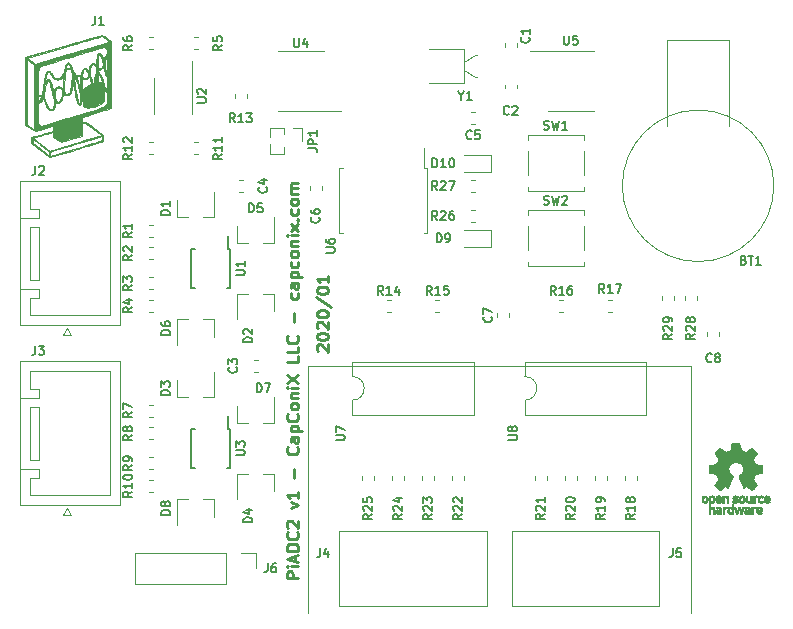
<source format=gbr>
G04 #@! TF.GenerationSoftware,KiCad,Pcbnew,5.1.5-52549c5~84~ubuntu18.04.1*
G04 #@! TF.CreationDate,2020-01-16T02:56:41-05:00*
G04 #@! TF.ProjectId,PiADC2,50694144-4332-42e6-9b69-6361645f7063,1.0*
G04 #@! TF.SameCoordinates,Original*
G04 #@! TF.FileFunction,Legend,Top*
G04 #@! TF.FilePolarity,Positive*
%FSLAX46Y46*%
G04 Gerber Fmt 4.6, Leading zero omitted, Abs format (unit mm)*
G04 Created by KiCad (PCBNEW 5.1.5-52549c5~84~ubuntu18.04.1) date 2020-01-16 02:56:41*
%MOMM*%
%LPD*%
G04 APERTURE LIST*
%ADD10C,0.250000*%
%ADD11C,0.120000*%
%ADD12C,0.010000*%
%ADD13C,0.150000*%
%ADD14C,0.100000*%
%ADD15C,6.102000*%
%ADD16C,1.626000*%
%ADD17C,2.102000*%
%ADD18R,1.702000X1.502000*%
%ADD19O,1.802000X1.802000*%
%ADD20R,1.802000X1.802000*%
%ADD21O,1.702000X2.502000*%
%ADD22R,1.702000X2.502000*%
%ADD23R,1.852000X1.852000*%
%ADD24C,1.852000*%
%ADD25R,1.102000X1.102000*%
%ADD26R,6.102000X2.602000*%
%ADD27C,1.102000*%
%ADD28O,1.102000X1.102000*%
%ADD29R,0.352000X1.202000*%
%ADD30C,1.302000*%
%ADD31R,0.902000X1.002000*%
G04 APERTURE END LIST*
D10*
X132897619Y-107965476D02*
X132850000Y-107917857D01*
X132802380Y-107822619D01*
X132802380Y-107584523D01*
X132850000Y-107489285D01*
X132897619Y-107441666D01*
X132992857Y-107394047D01*
X133088095Y-107394047D01*
X133230952Y-107441666D01*
X133802380Y-108013095D01*
X133802380Y-107394047D01*
X132802380Y-106775000D02*
X132802380Y-106679761D01*
X132850000Y-106584523D01*
X132897619Y-106536904D01*
X132992857Y-106489285D01*
X133183333Y-106441666D01*
X133421428Y-106441666D01*
X133611904Y-106489285D01*
X133707142Y-106536904D01*
X133754761Y-106584523D01*
X133802380Y-106679761D01*
X133802380Y-106775000D01*
X133754761Y-106870238D01*
X133707142Y-106917857D01*
X133611904Y-106965476D01*
X133421428Y-107013095D01*
X133183333Y-107013095D01*
X132992857Y-106965476D01*
X132897619Y-106917857D01*
X132850000Y-106870238D01*
X132802380Y-106775000D01*
X132897619Y-106060714D02*
X132850000Y-106013095D01*
X132802380Y-105917857D01*
X132802380Y-105679761D01*
X132850000Y-105584523D01*
X132897619Y-105536904D01*
X132992857Y-105489285D01*
X133088095Y-105489285D01*
X133230952Y-105536904D01*
X133802380Y-106108333D01*
X133802380Y-105489285D01*
X132802380Y-104870238D02*
X132802380Y-104775000D01*
X132850000Y-104679761D01*
X132897619Y-104632142D01*
X132992857Y-104584523D01*
X133183333Y-104536904D01*
X133421428Y-104536904D01*
X133611904Y-104584523D01*
X133707142Y-104632142D01*
X133754761Y-104679761D01*
X133802380Y-104775000D01*
X133802380Y-104870238D01*
X133754761Y-104965476D01*
X133707142Y-105013095D01*
X133611904Y-105060714D01*
X133421428Y-105108333D01*
X133183333Y-105108333D01*
X132992857Y-105060714D01*
X132897619Y-105013095D01*
X132850000Y-104965476D01*
X132802380Y-104870238D01*
X132754761Y-103394047D02*
X134040476Y-104251190D01*
X132802380Y-102870238D02*
X132802380Y-102775000D01*
X132850000Y-102679761D01*
X132897619Y-102632142D01*
X132992857Y-102584523D01*
X133183333Y-102536904D01*
X133421428Y-102536904D01*
X133611904Y-102584523D01*
X133707142Y-102632142D01*
X133754761Y-102679761D01*
X133802380Y-102775000D01*
X133802380Y-102870238D01*
X133754761Y-102965476D01*
X133707142Y-103013095D01*
X133611904Y-103060714D01*
X133421428Y-103108333D01*
X133183333Y-103108333D01*
X132992857Y-103060714D01*
X132897619Y-103013095D01*
X132850000Y-102965476D01*
X132802380Y-102870238D01*
X133802380Y-101584523D02*
X133802380Y-102155952D01*
X133802380Y-101870238D02*
X132802380Y-101870238D01*
X132945238Y-101965476D01*
X133040476Y-102060714D01*
X133088095Y-102155952D01*
X131262380Y-127204285D02*
X130262380Y-127204285D01*
X130262380Y-126823333D01*
X130310000Y-126728095D01*
X130357619Y-126680476D01*
X130452857Y-126632857D01*
X130595714Y-126632857D01*
X130690952Y-126680476D01*
X130738571Y-126728095D01*
X130786190Y-126823333D01*
X130786190Y-127204285D01*
X131262380Y-126204285D02*
X130595714Y-126204285D01*
X130262380Y-126204285D02*
X130310000Y-126251904D01*
X130357619Y-126204285D01*
X130310000Y-126156666D01*
X130262380Y-126204285D01*
X130357619Y-126204285D01*
X130976666Y-125775714D02*
X130976666Y-125299523D01*
X131262380Y-125870952D02*
X130262380Y-125537619D01*
X131262380Y-125204285D01*
X131262380Y-124870952D02*
X130262380Y-124870952D01*
X130262380Y-124632857D01*
X130310000Y-124490000D01*
X130405238Y-124394761D01*
X130500476Y-124347142D01*
X130690952Y-124299523D01*
X130833809Y-124299523D01*
X131024285Y-124347142D01*
X131119523Y-124394761D01*
X131214761Y-124490000D01*
X131262380Y-124632857D01*
X131262380Y-124870952D01*
X131167142Y-123299523D02*
X131214761Y-123347142D01*
X131262380Y-123490000D01*
X131262380Y-123585238D01*
X131214761Y-123728095D01*
X131119523Y-123823333D01*
X131024285Y-123870952D01*
X130833809Y-123918571D01*
X130690952Y-123918571D01*
X130500476Y-123870952D01*
X130405238Y-123823333D01*
X130310000Y-123728095D01*
X130262380Y-123585238D01*
X130262380Y-123490000D01*
X130310000Y-123347142D01*
X130357619Y-123299523D01*
X130357619Y-122918571D02*
X130310000Y-122870952D01*
X130262380Y-122775714D01*
X130262380Y-122537619D01*
X130310000Y-122442380D01*
X130357619Y-122394761D01*
X130452857Y-122347142D01*
X130548095Y-122347142D01*
X130690952Y-122394761D01*
X131262380Y-122966190D01*
X131262380Y-122347142D01*
X130595714Y-121251904D02*
X131262380Y-121013809D01*
X130595714Y-120775714D01*
X131262380Y-119870952D02*
X131262380Y-120442380D01*
X131262380Y-120156666D02*
X130262380Y-120156666D01*
X130405238Y-120251904D01*
X130500476Y-120347142D01*
X130548095Y-120442380D01*
X130881428Y-118680476D02*
X130881428Y-117918571D01*
X131167142Y-116109047D02*
X131214761Y-116156666D01*
X131262380Y-116299523D01*
X131262380Y-116394761D01*
X131214761Y-116537619D01*
X131119523Y-116632857D01*
X131024285Y-116680476D01*
X130833809Y-116728095D01*
X130690952Y-116728095D01*
X130500476Y-116680476D01*
X130405238Y-116632857D01*
X130310000Y-116537619D01*
X130262380Y-116394761D01*
X130262380Y-116299523D01*
X130310000Y-116156666D01*
X130357619Y-116109047D01*
X131262380Y-115251904D02*
X130738571Y-115251904D01*
X130643333Y-115299523D01*
X130595714Y-115394761D01*
X130595714Y-115585238D01*
X130643333Y-115680476D01*
X131214761Y-115251904D02*
X131262380Y-115347142D01*
X131262380Y-115585238D01*
X131214761Y-115680476D01*
X131119523Y-115728095D01*
X131024285Y-115728095D01*
X130929047Y-115680476D01*
X130881428Y-115585238D01*
X130881428Y-115347142D01*
X130833809Y-115251904D01*
X130595714Y-114775714D02*
X131595714Y-114775714D01*
X130643333Y-114775714D02*
X130595714Y-114680476D01*
X130595714Y-114490000D01*
X130643333Y-114394761D01*
X130690952Y-114347142D01*
X130786190Y-114299523D01*
X131071904Y-114299523D01*
X131167142Y-114347142D01*
X131214761Y-114394761D01*
X131262380Y-114490000D01*
X131262380Y-114680476D01*
X131214761Y-114775714D01*
X131167142Y-113299523D02*
X131214761Y-113347142D01*
X131262380Y-113490000D01*
X131262380Y-113585238D01*
X131214761Y-113728095D01*
X131119523Y-113823333D01*
X131024285Y-113870952D01*
X130833809Y-113918571D01*
X130690952Y-113918571D01*
X130500476Y-113870952D01*
X130405238Y-113823333D01*
X130310000Y-113728095D01*
X130262380Y-113585238D01*
X130262380Y-113490000D01*
X130310000Y-113347142D01*
X130357619Y-113299523D01*
X131262380Y-112728095D02*
X131214761Y-112823333D01*
X131167142Y-112870952D01*
X131071904Y-112918571D01*
X130786190Y-112918571D01*
X130690952Y-112870952D01*
X130643333Y-112823333D01*
X130595714Y-112728095D01*
X130595714Y-112585238D01*
X130643333Y-112490000D01*
X130690952Y-112442380D01*
X130786190Y-112394761D01*
X131071904Y-112394761D01*
X131167142Y-112442380D01*
X131214761Y-112490000D01*
X131262380Y-112585238D01*
X131262380Y-112728095D01*
X130595714Y-111966190D02*
X131262380Y-111966190D01*
X130690952Y-111966190D02*
X130643333Y-111918571D01*
X130595714Y-111823333D01*
X130595714Y-111680476D01*
X130643333Y-111585238D01*
X130738571Y-111537619D01*
X131262380Y-111537619D01*
X131262380Y-111061428D02*
X130595714Y-111061428D01*
X130262380Y-111061428D02*
X130310000Y-111109047D01*
X130357619Y-111061428D01*
X130310000Y-111013809D01*
X130262380Y-111061428D01*
X130357619Y-111061428D01*
X130262380Y-110680476D02*
X131262380Y-110013809D01*
X130262380Y-110013809D02*
X131262380Y-110680476D01*
X131262380Y-108394761D02*
X131262380Y-108870952D01*
X130262380Y-108870952D01*
X131262380Y-107585238D02*
X131262380Y-108061428D01*
X130262380Y-108061428D01*
X131167142Y-106680476D02*
X131214761Y-106728095D01*
X131262380Y-106870952D01*
X131262380Y-106966190D01*
X131214761Y-107109047D01*
X131119523Y-107204285D01*
X131024285Y-107251904D01*
X130833809Y-107299523D01*
X130690952Y-107299523D01*
X130500476Y-107251904D01*
X130405238Y-107204285D01*
X130310000Y-107109047D01*
X130262380Y-106966190D01*
X130262380Y-106870952D01*
X130310000Y-106728095D01*
X130357619Y-106680476D01*
X130881428Y-105490000D02*
X130881428Y-104728095D01*
X131214761Y-103061428D02*
X131262380Y-103156666D01*
X131262380Y-103347142D01*
X131214761Y-103442380D01*
X131167142Y-103490000D01*
X131071904Y-103537619D01*
X130786190Y-103537619D01*
X130690952Y-103490000D01*
X130643333Y-103442380D01*
X130595714Y-103347142D01*
X130595714Y-103156666D01*
X130643333Y-103061428D01*
X131262380Y-102204285D02*
X130738571Y-102204285D01*
X130643333Y-102251904D01*
X130595714Y-102347142D01*
X130595714Y-102537619D01*
X130643333Y-102632857D01*
X131214761Y-102204285D02*
X131262380Y-102299523D01*
X131262380Y-102537619D01*
X131214761Y-102632857D01*
X131119523Y-102680476D01*
X131024285Y-102680476D01*
X130929047Y-102632857D01*
X130881428Y-102537619D01*
X130881428Y-102299523D01*
X130833809Y-102204285D01*
X130595714Y-101728095D02*
X131595714Y-101728095D01*
X130643333Y-101728095D02*
X130595714Y-101632857D01*
X130595714Y-101442380D01*
X130643333Y-101347142D01*
X130690952Y-101299523D01*
X130786190Y-101251904D01*
X131071904Y-101251904D01*
X131167142Y-101299523D01*
X131214761Y-101347142D01*
X131262380Y-101442380D01*
X131262380Y-101632857D01*
X131214761Y-101728095D01*
X131214761Y-100394761D02*
X131262380Y-100490000D01*
X131262380Y-100680476D01*
X131214761Y-100775714D01*
X131167142Y-100823333D01*
X131071904Y-100870952D01*
X130786190Y-100870952D01*
X130690952Y-100823333D01*
X130643333Y-100775714D01*
X130595714Y-100680476D01*
X130595714Y-100490000D01*
X130643333Y-100394761D01*
X131262380Y-99823333D02*
X131214761Y-99918571D01*
X131167142Y-99966190D01*
X131071904Y-100013809D01*
X130786190Y-100013809D01*
X130690952Y-99966190D01*
X130643333Y-99918571D01*
X130595714Y-99823333D01*
X130595714Y-99680476D01*
X130643333Y-99585238D01*
X130690952Y-99537619D01*
X130786190Y-99490000D01*
X131071904Y-99490000D01*
X131167142Y-99537619D01*
X131214761Y-99585238D01*
X131262380Y-99680476D01*
X131262380Y-99823333D01*
X130595714Y-99061428D02*
X131262380Y-99061428D01*
X130690952Y-99061428D02*
X130643333Y-99013809D01*
X130595714Y-98918571D01*
X130595714Y-98775714D01*
X130643333Y-98680476D01*
X130738571Y-98632857D01*
X131262380Y-98632857D01*
X131262380Y-98156666D02*
X130595714Y-98156666D01*
X130262380Y-98156666D02*
X130310000Y-98204285D01*
X130357619Y-98156666D01*
X130310000Y-98109047D01*
X130262380Y-98156666D01*
X130357619Y-98156666D01*
X131262380Y-97775714D02*
X130595714Y-97251904D01*
X130595714Y-97775714D02*
X131262380Y-97251904D01*
X131167142Y-96870952D02*
X131214761Y-96823333D01*
X131262380Y-96870952D01*
X131214761Y-96918571D01*
X131167142Y-96870952D01*
X131262380Y-96870952D01*
X131214761Y-95966190D02*
X131262380Y-96061428D01*
X131262380Y-96251904D01*
X131214761Y-96347142D01*
X131167142Y-96394761D01*
X131071904Y-96442380D01*
X130786190Y-96442380D01*
X130690952Y-96394761D01*
X130643333Y-96347142D01*
X130595714Y-96251904D01*
X130595714Y-96061428D01*
X130643333Y-95966190D01*
X131262380Y-95394761D02*
X131214761Y-95490000D01*
X131167142Y-95537619D01*
X131071904Y-95585238D01*
X130786190Y-95585238D01*
X130690952Y-95537619D01*
X130643333Y-95490000D01*
X130595714Y-95394761D01*
X130595714Y-95251904D01*
X130643333Y-95156666D01*
X130690952Y-95109047D01*
X130786190Y-95061428D01*
X131071904Y-95061428D01*
X131167142Y-95109047D01*
X131214761Y-95156666D01*
X131262380Y-95251904D01*
X131262380Y-95394761D01*
X131262380Y-94632857D02*
X130595714Y-94632857D01*
X130690952Y-94632857D02*
X130643333Y-94585238D01*
X130595714Y-94490000D01*
X130595714Y-94347142D01*
X130643333Y-94251904D01*
X130738571Y-94204285D01*
X131262380Y-94204285D01*
X130738571Y-94204285D02*
X130643333Y-94156666D01*
X130595714Y-94061428D01*
X130595714Y-93918571D01*
X130643333Y-93823333D01*
X130738571Y-93775714D01*
X131262380Y-93775714D01*
D11*
X164465000Y-109220000D02*
X164465000Y-130175000D01*
X132080000Y-109220000D02*
X164465000Y-109220000D01*
X132080000Y-130175000D02*
X132080000Y-109220000D01*
X166880000Y-106690279D02*
X166880000Y-106364721D01*
X165860000Y-106690279D02*
X165860000Y-106364721D01*
X149100000Y-105090279D02*
X149100000Y-104764721D01*
X148080000Y-105090279D02*
X148080000Y-104764721D01*
X133225000Y-94295279D02*
X133225000Y-93969721D01*
X132205000Y-94295279D02*
X132205000Y-93969721D01*
X146212779Y-87755000D02*
X145887221Y-87755000D01*
X146212779Y-88775000D02*
X145887221Y-88775000D01*
X126202221Y-94490000D02*
X126527779Y-94490000D01*
X126202221Y-93470000D02*
X126527779Y-93470000D01*
X127797779Y-108710000D02*
X127472221Y-108710000D01*
X127797779Y-109730000D02*
X127472221Y-109730000D01*
D12*
G36*
X168651964Y-116035018D02*
G01*
X168708812Y-116336570D01*
X169128338Y-116509512D01*
X169379984Y-116338395D01*
X169450458Y-116290750D01*
X169514163Y-116248210D01*
X169568126Y-116212715D01*
X169609373Y-116186210D01*
X169634934Y-116170636D01*
X169641895Y-116167278D01*
X169654435Y-116175914D01*
X169681231Y-116199792D01*
X169719280Y-116235859D01*
X169765579Y-116281067D01*
X169817123Y-116332364D01*
X169870909Y-116386701D01*
X169923935Y-116441028D01*
X169973195Y-116492295D01*
X170015687Y-116537451D01*
X170048407Y-116573446D01*
X170068351Y-116597230D01*
X170073119Y-116605190D01*
X170066257Y-116619865D01*
X170047020Y-116652014D01*
X170017430Y-116698492D01*
X169979510Y-116756156D01*
X169935282Y-116821860D01*
X169909654Y-116859336D01*
X169862941Y-116927768D01*
X169821432Y-116989520D01*
X169787140Y-117041519D01*
X169762080Y-117080692D01*
X169748264Y-117103965D01*
X169746188Y-117108855D01*
X169750895Y-117122755D01*
X169763723Y-117155150D01*
X169782738Y-117201485D01*
X169806003Y-117257206D01*
X169831584Y-117317758D01*
X169857545Y-117378586D01*
X169881950Y-117435136D01*
X169902863Y-117482852D01*
X169918349Y-117517181D01*
X169926472Y-117533568D01*
X169926952Y-117534212D01*
X169939707Y-117537341D01*
X169973677Y-117544321D01*
X170025340Y-117554467D01*
X170091176Y-117567092D01*
X170167664Y-117581509D01*
X170212290Y-117589823D01*
X170294021Y-117605384D01*
X170367843Y-117620192D01*
X170430021Y-117633436D01*
X170476822Y-117644305D01*
X170504509Y-117651989D01*
X170510074Y-117654427D01*
X170515526Y-117670930D01*
X170519924Y-117708200D01*
X170523272Y-117761880D01*
X170525574Y-117827612D01*
X170526832Y-117901037D01*
X170527048Y-117977796D01*
X170526227Y-118053532D01*
X170524371Y-118123886D01*
X170521482Y-118184500D01*
X170517565Y-118231016D01*
X170512622Y-118259075D01*
X170509657Y-118264916D01*
X170491934Y-118271917D01*
X170454381Y-118281927D01*
X170401964Y-118293769D01*
X170339652Y-118306267D01*
X170317900Y-118310310D01*
X170213024Y-118329520D01*
X170130180Y-118344991D01*
X170066630Y-118357337D01*
X170019637Y-118367173D01*
X169986463Y-118375114D01*
X169964371Y-118381776D01*
X169950624Y-118387773D01*
X169942484Y-118393719D01*
X169941345Y-118394894D01*
X169929977Y-118413826D01*
X169912635Y-118450669D01*
X169891050Y-118500913D01*
X169866954Y-118560046D01*
X169842079Y-118623556D01*
X169818157Y-118686932D01*
X169796919Y-118745662D01*
X169780097Y-118795235D01*
X169769422Y-118831139D01*
X169766627Y-118848862D01*
X169766860Y-118849483D01*
X169776331Y-118863970D01*
X169797818Y-118895844D01*
X169829063Y-118941789D01*
X169867807Y-118998485D01*
X169911793Y-119062617D01*
X169924319Y-119080842D01*
X169968984Y-119146914D01*
X170008288Y-119207200D01*
X170040088Y-119258235D01*
X170062245Y-119296560D01*
X170072617Y-119318711D01*
X170073119Y-119321432D01*
X170064405Y-119335736D01*
X170040325Y-119364072D01*
X170003976Y-119403396D01*
X169958453Y-119450661D01*
X169906852Y-119502823D01*
X169852267Y-119556835D01*
X169797794Y-119609653D01*
X169746529Y-119658231D01*
X169701567Y-119699523D01*
X169666004Y-119730485D01*
X169642935Y-119748070D01*
X169636554Y-119750941D01*
X169621699Y-119744178D01*
X169591286Y-119725939D01*
X169550268Y-119699297D01*
X169518709Y-119677852D01*
X169461525Y-119638503D01*
X169393806Y-119592171D01*
X169325880Y-119545913D01*
X169289361Y-119521155D01*
X169165752Y-119437547D01*
X169061991Y-119493650D01*
X169014720Y-119518228D01*
X168974523Y-119537331D01*
X168947326Y-119548227D01*
X168940402Y-119549743D01*
X168932077Y-119538549D01*
X168915654Y-119506917D01*
X168892357Y-119457765D01*
X168863414Y-119394010D01*
X168830050Y-119318571D01*
X168793491Y-119234364D01*
X168754964Y-119144308D01*
X168715694Y-119051321D01*
X168676908Y-118958320D01*
X168639830Y-118868223D01*
X168605689Y-118783948D01*
X168575708Y-118708413D01*
X168551116Y-118644534D01*
X168533136Y-118595231D01*
X168522997Y-118563421D01*
X168521366Y-118552496D01*
X168534291Y-118538561D01*
X168562589Y-118515940D01*
X168600346Y-118489333D01*
X168603515Y-118487228D01*
X168701100Y-118409114D01*
X168779786Y-118317982D01*
X168838891Y-118216745D01*
X168877732Y-118108318D01*
X168895628Y-117995614D01*
X168891897Y-117881548D01*
X168865857Y-117769034D01*
X168816825Y-117660985D01*
X168802400Y-117637345D01*
X168727369Y-117541887D01*
X168638730Y-117465232D01*
X168539549Y-117407780D01*
X168432895Y-117369929D01*
X168321836Y-117352078D01*
X168209439Y-117354625D01*
X168098773Y-117377970D01*
X167992906Y-117422510D01*
X167894905Y-117488645D01*
X167864590Y-117515487D01*
X167787438Y-117599512D01*
X167731218Y-117687966D01*
X167692653Y-117787115D01*
X167671174Y-117885303D01*
X167665872Y-117995697D01*
X167683552Y-118106640D01*
X167722419Y-118214381D01*
X167780677Y-118315169D01*
X167856531Y-118405256D01*
X167948183Y-118480892D01*
X167960228Y-118488864D01*
X167998389Y-118514974D01*
X168027399Y-118537595D01*
X168041268Y-118552039D01*
X168041469Y-118552496D01*
X168038492Y-118568121D01*
X168026689Y-118603582D01*
X168007286Y-118655962D01*
X167981512Y-118722345D01*
X167950591Y-118799814D01*
X167915751Y-118885450D01*
X167878217Y-118976337D01*
X167839217Y-119069559D01*
X167799977Y-119162197D01*
X167761724Y-119251335D01*
X167725683Y-119334055D01*
X167693083Y-119407441D01*
X167665148Y-119468575D01*
X167643105Y-119514541D01*
X167628182Y-119542421D01*
X167622172Y-119549743D01*
X167603809Y-119544041D01*
X167569448Y-119528749D01*
X167525016Y-119506599D01*
X167500583Y-119493650D01*
X167396822Y-119437547D01*
X167273213Y-119521155D01*
X167210114Y-119563987D01*
X167141030Y-119611122D01*
X167076293Y-119655503D01*
X167043866Y-119677852D01*
X166998259Y-119708477D01*
X166959640Y-119732747D01*
X166933048Y-119747587D01*
X166924410Y-119750724D01*
X166911839Y-119742261D01*
X166884016Y-119718636D01*
X166843639Y-119682302D01*
X166793405Y-119635711D01*
X166736012Y-119581317D01*
X166699714Y-119546392D01*
X166636210Y-119483996D01*
X166581327Y-119428188D01*
X166537286Y-119381354D01*
X166506305Y-119345882D01*
X166490602Y-119324161D01*
X166489095Y-119319752D01*
X166496086Y-119302985D01*
X166515406Y-119269082D01*
X166544909Y-119221476D01*
X166582455Y-119163599D01*
X166625900Y-119098884D01*
X166638255Y-119080842D01*
X166683273Y-119015267D01*
X166723660Y-118956228D01*
X166757160Y-118907042D01*
X166781514Y-118871028D01*
X166794464Y-118851502D01*
X166795715Y-118849483D01*
X166793844Y-118833922D01*
X166783913Y-118799709D01*
X166767653Y-118751355D01*
X166746795Y-118693371D01*
X166723073Y-118630270D01*
X166698216Y-118566563D01*
X166673958Y-118506761D01*
X166652029Y-118455376D01*
X166634162Y-118416919D01*
X166622087Y-118395902D01*
X166621229Y-118394894D01*
X166613846Y-118388888D01*
X166601375Y-118382948D01*
X166581080Y-118376460D01*
X166550222Y-118368809D01*
X166506066Y-118359380D01*
X166445874Y-118347559D01*
X166366907Y-118332729D01*
X166266430Y-118314277D01*
X166244675Y-118310310D01*
X166180198Y-118297853D01*
X166123989Y-118285666D01*
X166081013Y-118274926D01*
X166056240Y-118266809D01*
X166052918Y-118264916D01*
X166047444Y-118248138D01*
X166042994Y-118210645D01*
X166039572Y-118156794D01*
X166037181Y-118090944D01*
X166035823Y-118017453D01*
X166035501Y-117940680D01*
X166036219Y-117864983D01*
X166037979Y-117794720D01*
X166040784Y-117734250D01*
X166044638Y-117687930D01*
X166049543Y-117660119D01*
X166052500Y-117654427D01*
X166068963Y-117648686D01*
X166106449Y-117639345D01*
X166161225Y-117627215D01*
X166229555Y-117613107D01*
X166307706Y-117597830D01*
X166350284Y-117589823D01*
X166431071Y-117574721D01*
X166503113Y-117561040D01*
X166562889Y-117549467D01*
X166606879Y-117540687D01*
X166631561Y-117535387D01*
X166635623Y-117534212D01*
X166642489Y-117520965D01*
X166657002Y-117489057D01*
X166677229Y-117443047D01*
X166701234Y-117387492D01*
X166727082Y-117326953D01*
X166752840Y-117265986D01*
X166776573Y-117209151D01*
X166796346Y-117161006D01*
X166810224Y-117126110D01*
X166816274Y-117109021D01*
X166816386Y-117108274D01*
X166809528Y-117094793D01*
X166790302Y-117063770D01*
X166760728Y-117018289D01*
X166722827Y-116961432D01*
X166678620Y-116896283D01*
X166652921Y-116858862D01*
X166606093Y-116790247D01*
X166564501Y-116727952D01*
X166530175Y-116675129D01*
X166505143Y-116634927D01*
X166491435Y-116610500D01*
X166489456Y-116605024D01*
X166497966Y-116592278D01*
X166521493Y-116565063D01*
X166557032Y-116526428D01*
X166601577Y-116479423D01*
X166652123Y-116427095D01*
X166705664Y-116372495D01*
X166759195Y-116318670D01*
X166809711Y-116268670D01*
X166854206Y-116225543D01*
X166889675Y-116192339D01*
X166913113Y-116172106D01*
X166920954Y-116167278D01*
X166933720Y-116174067D01*
X166964256Y-116193142D01*
X167009590Y-116222561D01*
X167066756Y-116260381D01*
X167132784Y-116304661D01*
X167182590Y-116338395D01*
X167434236Y-116509512D01*
X167643999Y-116423041D01*
X167853763Y-116336570D01*
X167910611Y-116035018D01*
X167967460Y-115733466D01*
X168595115Y-115733466D01*
X168651964Y-116035018D01*
G37*
X168651964Y-116035018D02*
X168708812Y-116336570D01*
X169128338Y-116509512D01*
X169379984Y-116338395D01*
X169450458Y-116290750D01*
X169514163Y-116248210D01*
X169568126Y-116212715D01*
X169609373Y-116186210D01*
X169634934Y-116170636D01*
X169641895Y-116167278D01*
X169654435Y-116175914D01*
X169681231Y-116199792D01*
X169719280Y-116235859D01*
X169765579Y-116281067D01*
X169817123Y-116332364D01*
X169870909Y-116386701D01*
X169923935Y-116441028D01*
X169973195Y-116492295D01*
X170015687Y-116537451D01*
X170048407Y-116573446D01*
X170068351Y-116597230D01*
X170073119Y-116605190D01*
X170066257Y-116619865D01*
X170047020Y-116652014D01*
X170017430Y-116698492D01*
X169979510Y-116756156D01*
X169935282Y-116821860D01*
X169909654Y-116859336D01*
X169862941Y-116927768D01*
X169821432Y-116989520D01*
X169787140Y-117041519D01*
X169762080Y-117080692D01*
X169748264Y-117103965D01*
X169746188Y-117108855D01*
X169750895Y-117122755D01*
X169763723Y-117155150D01*
X169782738Y-117201485D01*
X169806003Y-117257206D01*
X169831584Y-117317758D01*
X169857545Y-117378586D01*
X169881950Y-117435136D01*
X169902863Y-117482852D01*
X169918349Y-117517181D01*
X169926472Y-117533568D01*
X169926952Y-117534212D01*
X169939707Y-117537341D01*
X169973677Y-117544321D01*
X170025340Y-117554467D01*
X170091176Y-117567092D01*
X170167664Y-117581509D01*
X170212290Y-117589823D01*
X170294021Y-117605384D01*
X170367843Y-117620192D01*
X170430021Y-117633436D01*
X170476822Y-117644305D01*
X170504509Y-117651989D01*
X170510074Y-117654427D01*
X170515526Y-117670930D01*
X170519924Y-117708200D01*
X170523272Y-117761880D01*
X170525574Y-117827612D01*
X170526832Y-117901037D01*
X170527048Y-117977796D01*
X170526227Y-118053532D01*
X170524371Y-118123886D01*
X170521482Y-118184500D01*
X170517565Y-118231016D01*
X170512622Y-118259075D01*
X170509657Y-118264916D01*
X170491934Y-118271917D01*
X170454381Y-118281927D01*
X170401964Y-118293769D01*
X170339652Y-118306267D01*
X170317900Y-118310310D01*
X170213024Y-118329520D01*
X170130180Y-118344991D01*
X170066630Y-118357337D01*
X170019637Y-118367173D01*
X169986463Y-118375114D01*
X169964371Y-118381776D01*
X169950624Y-118387773D01*
X169942484Y-118393719D01*
X169941345Y-118394894D01*
X169929977Y-118413826D01*
X169912635Y-118450669D01*
X169891050Y-118500913D01*
X169866954Y-118560046D01*
X169842079Y-118623556D01*
X169818157Y-118686932D01*
X169796919Y-118745662D01*
X169780097Y-118795235D01*
X169769422Y-118831139D01*
X169766627Y-118848862D01*
X169766860Y-118849483D01*
X169776331Y-118863970D01*
X169797818Y-118895844D01*
X169829063Y-118941789D01*
X169867807Y-118998485D01*
X169911793Y-119062617D01*
X169924319Y-119080842D01*
X169968984Y-119146914D01*
X170008288Y-119207200D01*
X170040088Y-119258235D01*
X170062245Y-119296560D01*
X170072617Y-119318711D01*
X170073119Y-119321432D01*
X170064405Y-119335736D01*
X170040325Y-119364072D01*
X170003976Y-119403396D01*
X169958453Y-119450661D01*
X169906852Y-119502823D01*
X169852267Y-119556835D01*
X169797794Y-119609653D01*
X169746529Y-119658231D01*
X169701567Y-119699523D01*
X169666004Y-119730485D01*
X169642935Y-119748070D01*
X169636554Y-119750941D01*
X169621699Y-119744178D01*
X169591286Y-119725939D01*
X169550268Y-119699297D01*
X169518709Y-119677852D01*
X169461525Y-119638503D01*
X169393806Y-119592171D01*
X169325880Y-119545913D01*
X169289361Y-119521155D01*
X169165752Y-119437547D01*
X169061991Y-119493650D01*
X169014720Y-119518228D01*
X168974523Y-119537331D01*
X168947326Y-119548227D01*
X168940402Y-119549743D01*
X168932077Y-119538549D01*
X168915654Y-119506917D01*
X168892357Y-119457765D01*
X168863414Y-119394010D01*
X168830050Y-119318571D01*
X168793491Y-119234364D01*
X168754964Y-119144308D01*
X168715694Y-119051321D01*
X168676908Y-118958320D01*
X168639830Y-118868223D01*
X168605689Y-118783948D01*
X168575708Y-118708413D01*
X168551116Y-118644534D01*
X168533136Y-118595231D01*
X168522997Y-118563421D01*
X168521366Y-118552496D01*
X168534291Y-118538561D01*
X168562589Y-118515940D01*
X168600346Y-118489333D01*
X168603515Y-118487228D01*
X168701100Y-118409114D01*
X168779786Y-118317982D01*
X168838891Y-118216745D01*
X168877732Y-118108318D01*
X168895628Y-117995614D01*
X168891897Y-117881548D01*
X168865857Y-117769034D01*
X168816825Y-117660985D01*
X168802400Y-117637345D01*
X168727369Y-117541887D01*
X168638730Y-117465232D01*
X168539549Y-117407780D01*
X168432895Y-117369929D01*
X168321836Y-117352078D01*
X168209439Y-117354625D01*
X168098773Y-117377970D01*
X167992906Y-117422510D01*
X167894905Y-117488645D01*
X167864590Y-117515487D01*
X167787438Y-117599512D01*
X167731218Y-117687966D01*
X167692653Y-117787115D01*
X167671174Y-117885303D01*
X167665872Y-117995697D01*
X167683552Y-118106640D01*
X167722419Y-118214381D01*
X167780677Y-118315169D01*
X167856531Y-118405256D01*
X167948183Y-118480892D01*
X167960228Y-118488864D01*
X167998389Y-118514974D01*
X168027399Y-118537595D01*
X168041268Y-118552039D01*
X168041469Y-118552496D01*
X168038492Y-118568121D01*
X168026689Y-118603582D01*
X168007286Y-118655962D01*
X167981512Y-118722345D01*
X167950591Y-118799814D01*
X167915751Y-118885450D01*
X167878217Y-118976337D01*
X167839217Y-119069559D01*
X167799977Y-119162197D01*
X167761724Y-119251335D01*
X167725683Y-119334055D01*
X167693083Y-119407441D01*
X167665148Y-119468575D01*
X167643105Y-119514541D01*
X167628182Y-119542421D01*
X167622172Y-119549743D01*
X167603809Y-119544041D01*
X167569448Y-119528749D01*
X167525016Y-119506599D01*
X167500583Y-119493650D01*
X167396822Y-119437547D01*
X167273213Y-119521155D01*
X167210114Y-119563987D01*
X167141030Y-119611122D01*
X167076293Y-119655503D01*
X167043866Y-119677852D01*
X166998259Y-119708477D01*
X166959640Y-119732747D01*
X166933048Y-119747587D01*
X166924410Y-119750724D01*
X166911839Y-119742261D01*
X166884016Y-119718636D01*
X166843639Y-119682302D01*
X166793405Y-119635711D01*
X166736012Y-119581317D01*
X166699714Y-119546392D01*
X166636210Y-119483996D01*
X166581327Y-119428188D01*
X166537286Y-119381354D01*
X166506305Y-119345882D01*
X166490602Y-119324161D01*
X166489095Y-119319752D01*
X166496086Y-119302985D01*
X166515406Y-119269082D01*
X166544909Y-119221476D01*
X166582455Y-119163599D01*
X166625900Y-119098884D01*
X166638255Y-119080842D01*
X166683273Y-119015267D01*
X166723660Y-118956228D01*
X166757160Y-118907042D01*
X166781514Y-118871028D01*
X166794464Y-118851502D01*
X166795715Y-118849483D01*
X166793844Y-118833922D01*
X166783913Y-118799709D01*
X166767653Y-118751355D01*
X166746795Y-118693371D01*
X166723073Y-118630270D01*
X166698216Y-118566563D01*
X166673958Y-118506761D01*
X166652029Y-118455376D01*
X166634162Y-118416919D01*
X166622087Y-118395902D01*
X166621229Y-118394894D01*
X166613846Y-118388888D01*
X166601375Y-118382948D01*
X166581080Y-118376460D01*
X166550222Y-118368809D01*
X166506066Y-118359380D01*
X166445874Y-118347559D01*
X166366907Y-118332729D01*
X166266430Y-118314277D01*
X166244675Y-118310310D01*
X166180198Y-118297853D01*
X166123989Y-118285666D01*
X166081013Y-118274926D01*
X166056240Y-118266809D01*
X166052918Y-118264916D01*
X166047444Y-118248138D01*
X166042994Y-118210645D01*
X166039572Y-118156794D01*
X166037181Y-118090944D01*
X166035823Y-118017453D01*
X166035501Y-117940680D01*
X166036219Y-117864983D01*
X166037979Y-117794720D01*
X166040784Y-117734250D01*
X166044638Y-117687930D01*
X166049543Y-117660119D01*
X166052500Y-117654427D01*
X166068963Y-117648686D01*
X166106449Y-117639345D01*
X166161225Y-117627215D01*
X166229555Y-117613107D01*
X166307706Y-117597830D01*
X166350284Y-117589823D01*
X166431071Y-117574721D01*
X166503113Y-117561040D01*
X166562889Y-117549467D01*
X166606879Y-117540687D01*
X166631561Y-117535387D01*
X166635623Y-117534212D01*
X166642489Y-117520965D01*
X166657002Y-117489057D01*
X166677229Y-117443047D01*
X166701234Y-117387492D01*
X166727082Y-117326953D01*
X166752840Y-117265986D01*
X166776573Y-117209151D01*
X166796346Y-117161006D01*
X166810224Y-117126110D01*
X166816274Y-117109021D01*
X166816386Y-117108274D01*
X166809528Y-117094793D01*
X166790302Y-117063770D01*
X166760728Y-117018289D01*
X166722827Y-116961432D01*
X166678620Y-116896283D01*
X166652921Y-116858862D01*
X166606093Y-116790247D01*
X166564501Y-116727952D01*
X166530175Y-116675129D01*
X166505143Y-116634927D01*
X166491435Y-116610500D01*
X166489456Y-116605024D01*
X166497966Y-116592278D01*
X166521493Y-116565063D01*
X166557032Y-116526428D01*
X166601577Y-116479423D01*
X166652123Y-116427095D01*
X166705664Y-116372495D01*
X166759195Y-116318670D01*
X166809711Y-116268670D01*
X166854206Y-116225543D01*
X166889675Y-116192339D01*
X166913113Y-116172106D01*
X166920954Y-116167278D01*
X166933720Y-116174067D01*
X166964256Y-116193142D01*
X167009590Y-116222561D01*
X167066756Y-116260381D01*
X167132784Y-116304661D01*
X167182590Y-116338395D01*
X167434236Y-116509512D01*
X167643999Y-116423041D01*
X167853763Y-116336570D01*
X167910611Y-116035018D01*
X167967460Y-115733466D01*
X168595115Y-115733466D01*
X168651964Y-116035018D01*
G36*
X170074460Y-120203030D02*
G01*
X170117711Y-120216245D01*
X170145558Y-120232941D01*
X170154629Y-120246145D01*
X170152132Y-120261797D01*
X170135931Y-120286385D01*
X170122232Y-120303800D01*
X170093992Y-120335283D01*
X170072775Y-120348529D01*
X170054688Y-120347664D01*
X170001035Y-120334010D01*
X169961630Y-120334630D01*
X169929632Y-120350104D01*
X169918890Y-120359161D01*
X169884505Y-120391027D01*
X169884505Y-120807179D01*
X169746188Y-120807179D01*
X169746188Y-120203614D01*
X169815347Y-120203614D01*
X169856869Y-120205256D01*
X169878291Y-120211087D01*
X169884502Y-120222461D01*
X169884505Y-120222798D01*
X169887439Y-120234713D01*
X169900704Y-120233159D01*
X169919084Y-120224563D01*
X169957046Y-120208568D01*
X169987872Y-120198945D01*
X170027536Y-120196478D01*
X170074460Y-120203030D01*
G37*
X170074460Y-120203030D02*
X170117711Y-120216245D01*
X170145558Y-120232941D01*
X170154629Y-120246145D01*
X170152132Y-120261797D01*
X170135931Y-120286385D01*
X170122232Y-120303800D01*
X170093992Y-120335283D01*
X170072775Y-120348529D01*
X170054688Y-120347664D01*
X170001035Y-120334010D01*
X169961630Y-120334630D01*
X169929632Y-120350104D01*
X169918890Y-120359161D01*
X169884505Y-120391027D01*
X169884505Y-120807179D01*
X169746188Y-120807179D01*
X169746188Y-120203614D01*
X169815347Y-120203614D01*
X169856869Y-120205256D01*
X169878291Y-120211087D01*
X169884502Y-120222461D01*
X169884505Y-120222798D01*
X169887439Y-120234713D01*
X169900704Y-120233159D01*
X169919084Y-120224563D01*
X169957046Y-120208568D01*
X169987872Y-120198945D01*
X170027536Y-120196478D01*
X170074460Y-120203030D01*
G36*
X167520988Y-120214002D02*
G01*
X167552283Y-120228950D01*
X167582591Y-120250541D01*
X167605682Y-120275391D01*
X167622500Y-120307087D01*
X167633994Y-120349214D01*
X167641109Y-120405358D01*
X167644793Y-120479106D01*
X167645992Y-120574044D01*
X167646011Y-120583985D01*
X167646287Y-120807179D01*
X167507970Y-120807179D01*
X167507970Y-120601418D01*
X167507872Y-120525189D01*
X167507191Y-120469939D01*
X167505349Y-120431501D01*
X167501767Y-120405706D01*
X167495868Y-120388384D01*
X167487073Y-120375368D01*
X167474820Y-120362507D01*
X167431953Y-120334873D01*
X167385157Y-120329745D01*
X167340576Y-120347217D01*
X167325072Y-120360221D01*
X167313690Y-120372447D01*
X167305519Y-120385540D01*
X167300026Y-120403615D01*
X167296680Y-120430787D01*
X167294949Y-120471170D01*
X167294303Y-120528879D01*
X167294208Y-120599132D01*
X167294208Y-120807179D01*
X167155891Y-120807179D01*
X167155891Y-120203614D01*
X167225050Y-120203614D01*
X167266572Y-120205256D01*
X167287994Y-120211087D01*
X167294205Y-120222461D01*
X167294208Y-120222798D01*
X167297090Y-120233938D01*
X167309801Y-120232674D01*
X167335074Y-120220434D01*
X167392395Y-120202424D01*
X167457963Y-120200421D01*
X167520988Y-120214002D01*
G37*
X167520988Y-120214002D02*
X167552283Y-120228950D01*
X167582591Y-120250541D01*
X167605682Y-120275391D01*
X167622500Y-120307087D01*
X167633994Y-120349214D01*
X167641109Y-120405358D01*
X167644793Y-120479106D01*
X167645992Y-120574044D01*
X167646011Y-120583985D01*
X167646287Y-120807179D01*
X167507970Y-120807179D01*
X167507970Y-120601418D01*
X167507872Y-120525189D01*
X167507191Y-120469939D01*
X167505349Y-120431501D01*
X167501767Y-120405706D01*
X167495868Y-120388384D01*
X167487073Y-120375368D01*
X167474820Y-120362507D01*
X167431953Y-120334873D01*
X167385157Y-120329745D01*
X167340576Y-120347217D01*
X167325072Y-120360221D01*
X167313690Y-120372447D01*
X167305519Y-120385540D01*
X167300026Y-120403615D01*
X167296680Y-120430787D01*
X167294949Y-120471170D01*
X167294303Y-120528879D01*
X167294208Y-120599132D01*
X167294208Y-120807179D01*
X167155891Y-120807179D01*
X167155891Y-120203614D01*
X167225050Y-120203614D01*
X167266572Y-120205256D01*
X167287994Y-120211087D01*
X167294205Y-120222461D01*
X167294208Y-120222798D01*
X167297090Y-120233938D01*
X167309801Y-120232674D01*
X167335074Y-120220434D01*
X167392395Y-120202424D01*
X167457963Y-120200421D01*
X167520988Y-120214002D01*
G36*
X170952898Y-120201457D02*
G01*
X170985096Y-120209279D01*
X171046825Y-120237921D01*
X171099610Y-120281667D01*
X171136141Y-120334117D01*
X171141160Y-120345893D01*
X171148045Y-120376740D01*
X171152864Y-120422371D01*
X171154505Y-120468492D01*
X171154505Y-120555693D01*
X170972178Y-120555693D01*
X170896979Y-120555978D01*
X170844003Y-120557704D01*
X170810325Y-120562181D01*
X170793020Y-120570720D01*
X170789163Y-120584630D01*
X170795829Y-120605222D01*
X170807770Y-120629315D01*
X170841080Y-120669525D01*
X170887368Y-120689558D01*
X170943944Y-120688905D01*
X171008031Y-120667101D01*
X171063417Y-120640193D01*
X171109375Y-120676532D01*
X171155333Y-120712872D01*
X171112096Y-120752819D01*
X171054374Y-120790563D01*
X170983386Y-120813320D01*
X170907029Y-120819688D01*
X170833199Y-120808268D01*
X170821287Y-120804393D01*
X170756399Y-120770506D01*
X170708130Y-120719986D01*
X170675465Y-120651325D01*
X170657385Y-120563014D01*
X170657175Y-120561121D01*
X170655556Y-120464878D01*
X170662100Y-120430542D01*
X170789852Y-120430542D01*
X170801584Y-120435822D01*
X170833438Y-120439867D01*
X170880397Y-120442176D01*
X170910154Y-120442525D01*
X170965648Y-120442306D01*
X171000346Y-120440916D01*
X171018601Y-120437251D01*
X171024766Y-120430210D01*
X171023195Y-120418690D01*
X171021878Y-120414233D01*
X170999382Y-120372355D01*
X170964003Y-120338604D01*
X170932780Y-120323773D01*
X170891301Y-120324668D01*
X170849269Y-120343164D01*
X170814012Y-120373786D01*
X170792854Y-120411062D01*
X170789852Y-120430542D01*
X170662100Y-120430542D01*
X170671690Y-120380229D01*
X170703698Y-120309191D01*
X170749701Y-120253779D01*
X170807821Y-120216009D01*
X170876180Y-120197896D01*
X170952898Y-120201457D01*
G37*
X170952898Y-120201457D02*
X170985096Y-120209279D01*
X171046825Y-120237921D01*
X171099610Y-120281667D01*
X171136141Y-120334117D01*
X171141160Y-120345893D01*
X171148045Y-120376740D01*
X171152864Y-120422371D01*
X171154505Y-120468492D01*
X171154505Y-120555693D01*
X170972178Y-120555693D01*
X170896979Y-120555978D01*
X170844003Y-120557704D01*
X170810325Y-120562181D01*
X170793020Y-120570720D01*
X170789163Y-120584630D01*
X170795829Y-120605222D01*
X170807770Y-120629315D01*
X170841080Y-120669525D01*
X170887368Y-120689558D01*
X170943944Y-120688905D01*
X171008031Y-120667101D01*
X171063417Y-120640193D01*
X171109375Y-120676532D01*
X171155333Y-120712872D01*
X171112096Y-120752819D01*
X171054374Y-120790563D01*
X170983386Y-120813320D01*
X170907029Y-120819688D01*
X170833199Y-120808268D01*
X170821287Y-120804393D01*
X170756399Y-120770506D01*
X170708130Y-120719986D01*
X170675465Y-120651325D01*
X170657385Y-120563014D01*
X170657175Y-120561121D01*
X170655556Y-120464878D01*
X170662100Y-120430542D01*
X170789852Y-120430542D01*
X170801584Y-120435822D01*
X170833438Y-120439867D01*
X170880397Y-120442176D01*
X170910154Y-120442525D01*
X170965648Y-120442306D01*
X171000346Y-120440916D01*
X171018601Y-120437251D01*
X171024766Y-120430210D01*
X171023195Y-120418690D01*
X171021878Y-120414233D01*
X170999382Y-120372355D01*
X170964003Y-120338604D01*
X170932780Y-120323773D01*
X170891301Y-120324668D01*
X170849269Y-120343164D01*
X170814012Y-120373786D01*
X170792854Y-120411062D01*
X170789852Y-120430542D01*
X170662100Y-120430542D01*
X170671690Y-120380229D01*
X170703698Y-120309191D01*
X170749701Y-120253779D01*
X170807821Y-120216009D01*
X170876180Y-120197896D01*
X170952898Y-120201457D01*
G36*
X170492226Y-120208880D02*
G01*
X170565080Y-120239830D01*
X170588027Y-120254895D01*
X170617354Y-120278048D01*
X170635764Y-120296253D01*
X170638961Y-120302183D01*
X170629935Y-120315340D01*
X170606837Y-120337667D01*
X170588344Y-120353250D01*
X170537728Y-120393926D01*
X170497760Y-120360295D01*
X170466874Y-120338584D01*
X170436759Y-120331090D01*
X170402292Y-120332920D01*
X170347561Y-120346528D01*
X170309886Y-120374772D01*
X170286991Y-120420433D01*
X170276597Y-120486289D01*
X170276595Y-120486331D01*
X170277494Y-120559939D01*
X170291463Y-120613946D01*
X170319328Y-120650716D01*
X170338325Y-120663168D01*
X170388776Y-120678673D01*
X170442663Y-120678683D01*
X170489546Y-120663638D01*
X170500644Y-120656287D01*
X170528476Y-120637511D01*
X170550236Y-120634434D01*
X170573704Y-120648409D01*
X170599649Y-120673510D01*
X170640716Y-120715880D01*
X170595121Y-120753464D01*
X170524674Y-120795882D01*
X170445233Y-120816785D01*
X170362215Y-120815272D01*
X170307694Y-120801411D01*
X170243970Y-120767135D01*
X170193005Y-120713212D01*
X170169851Y-120675149D01*
X170151099Y-120620536D01*
X170141715Y-120551369D01*
X170141643Y-120476407D01*
X170150824Y-120404409D01*
X170169199Y-120344137D01*
X170172093Y-120337958D01*
X170214952Y-120277351D01*
X170272979Y-120233224D01*
X170341591Y-120206493D01*
X170416201Y-120198073D01*
X170492226Y-120208880D01*
G37*
X170492226Y-120208880D02*
X170565080Y-120239830D01*
X170588027Y-120254895D01*
X170617354Y-120278048D01*
X170635764Y-120296253D01*
X170638961Y-120302183D01*
X170629935Y-120315340D01*
X170606837Y-120337667D01*
X170588344Y-120353250D01*
X170537728Y-120393926D01*
X170497760Y-120360295D01*
X170466874Y-120338584D01*
X170436759Y-120331090D01*
X170402292Y-120332920D01*
X170347561Y-120346528D01*
X170309886Y-120374772D01*
X170286991Y-120420433D01*
X170276597Y-120486289D01*
X170276595Y-120486331D01*
X170277494Y-120559939D01*
X170291463Y-120613946D01*
X170319328Y-120650716D01*
X170338325Y-120663168D01*
X170388776Y-120678673D01*
X170442663Y-120678683D01*
X170489546Y-120663638D01*
X170500644Y-120656287D01*
X170528476Y-120637511D01*
X170550236Y-120634434D01*
X170573704Y-120648409D01*
X170599649Y-120673510D01*
X170640716Y-120715880D01*
X170595121Y-120753464D01*
X170524674Y-120795882D01*
X170445233Y-120816785D01*
X170362215Y-120815272D01*
X170307694Y-120801411D01*
X170243970Y-120767135D01*
X170193005Y-120713212D01*
X170169851Y-120675149D01*
X170151099Y-120620536D01*
X170141715Y-120551369D01*
X170141643Y-120476407D01*
X170150824Y-120404409D01*
X170169199Y-120344137D01*
X170172093Y-120337958D01*
X170214952Y-120277351D01*
X170272979Y-120233224D01*
X170341591Y-120206493D01*
X170416201Y-120198073D01*
X170492226Y-120208880D01*
G36*
X169268367Y-120399342D02*
G01*
X169269555Y-120491563D01*
X169273897Y-120561610D01*
X169282558Y-120612381D01*
X169296704Y-120646772D01*
X169317500Y-120667679D01*
X169346110Y-120678000D01*
X169381535Y-120680636D01*
X169418636Y-120677682D01*
X169446818Y-120666889D01*
X169467243Y-120645360D01*
X169481079Y-120610199D01*
X169489491Y-120558510D01*
X169493643Y-120487394D01*
X169494703Y-120399342D01*
X169494703Y-120203614D01*
X169633020Y-120203614D01*
X169633020Y-120807179D01*
X169563862Y-120807179D01*
X169522170Y-120805489D01*
X169500701Y-120799556D01*
X169494703Y-120788293D01*
X169491091Y-120778261D01*
X169476714Y-120780383D01*
X169447736Y-120794580D01*
X169381319Y-120816480D01*
X169310875Y-120814928D01*
X169243377Y-120791147D01*
X169211233Y-120772362D01*
X169186715Y-120752022D01*
X169168804Y-120726573D01*
X169156479Y-120692458D01*
X169148723Y-120646121D01*
X169144516Y-120584007D01*
X169142840Y-120502561D01*
X169142624Y-120439578D01*
X169142624Y-120203614D01*
X169268367Y-120203614D01*
X169268367Y-120399342D01*
G37*
X169268367Y-120399342D02*
X169269555Y-120491563D01*
X169273897Y-120561610D01*
X169282558Y-120612381D01*
X169296704Y-120646772D01*
X169317500Y-120667679D01*
X169346110Y-120678000D01*
X169381535Y-120680636D01*
X169418636Y-120677682D01*
X169446818Y-120666889D01*
X169467243Y-120645360D01*
X169481079Y-120610199D01*
X169489491Y-120558510D01*
X169493643Y-120487394D01*
X169494703Y-120399342D01*
X169494703Y-120203614D01*
X169633020Y-120203614D01*
X169633020Y-120807179D01*
X169563862Y-120807179D01*
X169522170Y-120805489D01*
X169500701Y-120799556D01*
X169494703Y-120788293D01*
X169491091Y-120778261D01*
X169476714Y-120780383D01*
X169447736Y-120794580D01*
X169381319Y-120816480D01*
X169310875Y-120814928D01*
X169243377Y-120791147D01*
X169211233Y-120772362D01*
X169186715Y-120752022D01*
X169168804Y-120726573D01*
X169156479Y-120692458D01*
X169148723Y-120646121D01*
X169144516Y-120584007D01*
X169142840Y-120502561D01*
X169142624Y-120439578D01*
X169142624Y-120203614D01*
X169268367Y-120203614D01*
X169268367Y-120399342D01*
G36*
X168885762Y-120211055D02*
G01*
X168949363Y-120245692D01*
X168999123Y-120300372D01*
X169022568Y-120344842D01*
X169032634Y-120384121D01*
X169039156Y-120440116D01*
X169041951Y-120504621D01*
X169040836Y-120569429D01*
X169035626Y-120626334D01*
X169029541Y-120656727D01*
X169009014Y-120698306D01*
X168973463Y-120742468D01*
X168930619Y-120781087D01*
X168888211Y-120806034D01*
X168887177Y-120806430D01*
X168834553Y-120817331D01*
X168772188Y-120817601D01*
X168712924Y-120807676D01*
X168690040Y-120799722D01*
X168631102Y-120766300D01*
X168588890Y-120722511D01*
X168561156Y-120664538D01*
X168545651Y-120588565D01*
X168542143Y-120548771D01*
X168542590Y-120498766D01*
X168677376Y-120498766D01*
X168681917Y-120571732D01*
X168694986Y-120627334D01*
X168715756Y-120662861D01*
X168730552Y-120673020D01*
X168768464Y-120680104D01*
X168813527Y-120678007D01*
X168852487Y-120667812D01*
X168862704Y-120662204D01*
X168889659Y-120629538D01*
X168907451Y-120579545D01*
X168915024Y-120518705D01*
X168911325Y-120453497D01*
X168903057Y-120414253D01*
X168879320Y-120368805D01*
X168841849Y-120340396D01*
X168796720Y-120330573D01*
X168750011Y-120340887D01*
X168714132Y-120366112D01*
X168695277Y-120386925D01*
X168684272Y-120407439D01*
X168679026Y-120435203D01*
X168677449Y-120477762D01*
X168677376Y-120498766D01*
X168542590Y-120498766D01*
X168543094Y-120442580D01*
X168560388Y-120355501D01*
X168594029Y-120287530D01*
X168644018Y-120238664D01*
X168710356Y-120208899D01*
X168724601Y-120205448D01*
X168810210Y-120197345D01*
X168885762Y-120211055D01*
G37*
X168885762Y-120211055D02*
X168949363Y-120245692D01*
X168999123Y-120300372D01*
X169022568Y-120344842D01*
X169032634Y-120384121D01*
X169039156Y-120440116D01*
X169041951Y-120504621D01*
X169040836Y-120569429D01*
X169035626Y-120626334D01*
X169029541Y-120656727D01*
X169009014Y-120698306D01*
X168973463Y-120742468D01*
X168930619Y-120781087D01*
X168888211Y-120806034D01*
X168887177Y-120806430D01*
X168834553Y-120817331D01*
X168772188Y-120817601D01*
X168712924Y-120807676D01*
X168690040Y-120799722D01*
X168631102Y-120766300D01*
X168588890Y-120722511D01*
X168561156Y-120664538D01*
X168545651Y-120588565D01*
X168542143Y-120548771D01*
X168542590Y-120498766D01*
X168677376Y-120498766D01*
X168681917Y-120571732D01*
X168694986Y-120627334D01*
X168715756Y-120662861D01*
X168730552Y-120673020D01*
X168768464Y-120680104D01*
X168813527Y-120678007D01*
X168852487Y-120667812D01*
X168862704Y-120662204D01*
X168889659Y-120629538D01*
X168907451Y-120579545D01*
X168915024Y-120518705D01*
X168911325Y-120453497D01*
X168903057Y-120414253D01*
X168879320Y-120368805D01*
X168841849Y-120340396D01*
X168796720Y-120330573D01*
X168750011Y-120340887D01*
X168714132Y-120366112D01*
X168695277Y-120386925D01*
X168684272Y-120407439D01*
X168679026Y-120435203D01*
X168677449Y-120477762D01*
X168677376Y-120498766D01*
X168542590Y-120498766D01*
X168543094Y-120442580D01*
X168560388Y-120355501D01*
X168594029Y-120287530D01*
X168644018Y-120238664D01*
X168710356Y-120208899D01*
X168724601Y-120205448D01*
X168810210Y-120197345D01*
X168885762Y-120211055D01*
G36*
X168289017Y-120201452D02*
G01*
X168336634Y-120210482D01*
X168386034Y-120229370D01*
X168391312Y-120231777D01*
X168428774Y-120251476D01*
X168454717Y-120269781D01*
X168463103Y-120281508D01*
X168455117Y-120300632D01*
X168435720Y-120328850D01*
X168427110Y-120339384D01*
X168391628Y-120380847D01*
X168345885Y-120353858D01*
X168302350Y-120335878D01*
X168252050Y-120326267D01*
X168203812Y-120325660D01*
X168166467Y-120334691D01*
X168157505Y-120340327D01*
X168140437Y-120366171D01*
X168138363Y-120395941D01*
X168151134Y-120419197D01*
X168158688Y-120423708D01*
X168181325Y-120429309D01*
X168221115Y-120435892D01*
X168270166Y-120442183D01*
X168279215Y-120443170D01*
X168357996Y-120456798D01*
X168415136Y-120479946D01*
X168453030Y-120514752D01*
X168474079Y-120563354D01*
X168480635Y-120622718D01*
X168471577Y-120690198D01*
X168442164Y-120743188D01*
X168392278Y-120781783D01*
X168321800Y-120806081D01*
X168243565Y-120815667D01*
X168179766Y-120815552D01*
X168128016Y-120806845D01*
X168092673Y-120794825D01*
X168048017Y-120773880D01*
X168006747Y-120749574D01*
X167992079Y-120738876D01*
X167954357Y-120708084D01*
X167999852Y-120662049D01*
X168045347Y-120616013D01*
X168097072Y-120650243D01*
X168148952Y-120675952D01*
X168204351Y-120689399D01*
X168257605Y-120690818D01*
X168303049Y-120680443D01*
X168335016Y-120658507D01*
X168345338Y-120639998D01*
X168343789Y-120610314D01*
X168318140Y-120587615D01*
X168268460Y-120571940D01*
X168214031Y-120564695D01*
X168130264Y-120550873D01*
X168068033Y-120524796D01*
X168026507Y-120485699D01*
X168004853Y-120432820D01*
X168001853Y-120370126D01*
X168016671Y-120304642D01*
X168050454Y-120255144D01*
X168103505Y-120221408D01*
X168176126Y-120203207D01*
X168229928Y-120199639D01*
X168289017Y-120201452D01*
G37*
X168289017Y-120201452D02*
X168336634Y-120210482D01*
X168386034Y-120229370D01*
X168391312Y-120231777D01*
X168428774Y-120251476D01*
X168454717Y-120269781D01*
X168463103Y-120281508D01*
X168455117Y-120300632D01*
X168435720Y-120328850D01*
X168427110Y-120339384D01*
X168391628Y-120380847D01*
X168345885Y-120353858D01*
X168302350Y-120335878D01*
X168252050Y-120326267D01*
X168203812Y-120325660D01*
X168166467Y-120334691D01*
X168157505Y-120340327D01*
X168140437Y-120366171D01*
X168138363Y-120395941D01*
X168151134Y-120419197D01*
X168158688Y-120423708D01*
X168181325Y-120429309D01*
X168221115Y-120435892D01*
X168270166Y-120442183D01*
X168279215Y-120443170D01*
X168357996Y-120456798D01*
X168415136Y-120479946D01*
X168453030Y-120514752D01*
X168474079Y-120563354D01*
X168480635Y-120622718D01*
X168471577Y-120690198D01*
X168442164Y-120743188D01*
X168392278Y-120781783D01*
X168321800Y-120806081D01*
X168243565Y-120815667D01*
X168179766Y-120815552D01*
X168128016Y-120806845D01*
X168092673Y-120794825D01*
X168048017Y-120773880D01*
X168006747Y-120749574D01*
X167992079Y-120738876D01*
X167954357Y-120708084D01*
X167999852Y-120662049D01*
X168045347Y-120616013D01*
X168097072Y-120650243D01*
X168148952Y-120675952D01*
X168204351Y-120689399D01*
X168257605Y-120690818D01*
X168303049Y-120680443D01*
X168335016Y-120658507D01*
X168345338Y-120639998D01*
X168343789Y-120610314D01*
X168318140Y-120587615D01*
X168268460Y-120571940D01*
X168214031Y-120564695D01*
X168130264Y-120550873D01*
X168068033Y-120524796D01*
X168026507Y-120485699D01*
X168004853Y-120432820D01*
X168001853Y-120370126D01*
X168016671Y-120304642D01*
X168050454Y-120255144D01*
X168103505Y-120221408D01*
X168176126Y-120203207D01*
X168229928Y-120199639D01*
X168289017Y-120201452D01*
G36*
X166918301Y-120217614D02*
G01*
X166930832Y-120223514D01*
X166974201Y-120255283D01*
X167015210Y-120301646D01*
X167045832Y-120352696D01*
X167054541Y-120376166D01*
X167062488Y-120418091D01*
X167067226Y-120468757D01*
X167067801Y-120489679D01*
X167067871Y-120555693D01*
X166687917Y-120555693D01*
X166696017Y-120590273D01*
X166715896Y-120631170D01*
X166750653Y-120666514D01*
X166792002Y-120689282D01*
X166818351Y-120694010D01*
X166854084Y-120688273D01*
X166896718Y-120673882D01*
X166911201Y-120667262D01*
X166964760Y-120640513D01*
X167010467Y-120675376D01*
X167036842Y-120698955D01*
X167050876Y-120718417D01*
X167051586Y-120724129D01*
X167039049Y-120737973D01*
X167011572Y-120759012D01*
X166986634Y-120775425D01*
X166919336Y-120804930D01*
X166843890Y-120818284D01*
X166769112Y-120814812D01*
X166709505Y-120796663D01*
X166648059Y-120757784D01*
X166604392Y-120706595D01*
X166577074Y-120640367D01*
X166564678Y-120556371D01*
X166563579Y-120517936D01*
X166567978Y-120429861D01*
X166568518Y-120427299D01*
X166694418Y-120427299D01*
X166697885Y-120435558D01*
X166712137Y-120440113D01*
X166741530Y-120442065D01*
X166790425Y-120442517D01*
X166809252Y-120442525D01*
X166866533Y-120441843D01*
X166902859Y-120439364D01*
X166922396Y-120434443D01*
X166929310Y-120426434D01*
X166929555Y-120423862D01*
X166921664Y-120403423D01*
X166901915Y-120374789D01*
X166893425Y-120364763D01*
X166861906Y-120336408D01*
X166829051Y-120325259D01*
X166811349Y-120324327D01*
X166763461Y-120335981D01*
X166723301Y-120367285D01*
X166697827Y-120412752D01*
X166697375Y-120414233D01*
X166694418Y-120427299D01*
X166568518Y-120427299D01*
X166582608Y-120360510D01*
X166608962Y-120305025D01*
X166641193Y-120265639D01*
X166700783Y-120222931D01*
X166770832Y-120200109D01*
X166845339Y-120198046D01*
X166918301Y-120217614D01*
G37*
X166918301Y-120217614D02*
X166930832Y-120223514D01*
X166974201Y-120255283D01*
X167015210Y-120301646D01*
X167045832Y-120352696D01*
X167054541Y-120376166D01*
X167062488Y-120418091D01*
X167067226Y-120468757D01*
X167067801Y-120489679D01*
X167067871Y-120555693D01*
X166687917Y-120555693D01*
X166696017Y-120590273D01*
X166715896Y-120631170D01*
X166750653Y-120666514D01*
X166792002Y-120689282D01*
X166818351Y-120694010D01*
X166854084Y-120688273D01*
X166896718Y-120673882D01*
X166911201Y-120667262D01*
X166964760Y-120640513D01*
X167010467Y-120675376D01*
X167036842Y-120698955D01*
X167050876Y-120718417D01*
X167051586Y-120724129D01*
X167039049Y-120737973D01*
X167011572Y-120759012D01*
X166986634Y-120775425D01*
X166919336Y-120804930D01*
X166843890Y-120818284D01*
X166769112Y-120814812D01*
X166709505Y-120796663D01*
X166648059Y-120757784D01*
X166604392Y-120706595D01*
X166577074Y-120640367D01*
X166564678Y-120556371D01*
X166563579Y-120517936D01*
X166567978Y-120429861D01*
X166568518Y-120427299D01*
X166694418Y-120427299D01*
X166697885Y-120435558D01*
X166712137Y-120440113D01*
X166741530Y-120442065D01*
X166790425Y-120442517D01*
X166809252Y-120442525D01*
X166866533Y-120441843D01*
X166902859Y-120439364D01*
X166922396Y-120434443D01*
X166929310Y-120426434D01*
X166929555Y-120423862D01*
X166921664Y-120403423D01*
X166901915Y-120374789D01*
X166893425Y-120364763D01*
X166861906Y-120336408D01*
X166829051Y-120325259D01*
X166811349Y-120324327D01*
X166763461Y-120335981D01*
X166723301Y-120367285D01*
X166697827Y-120412752D01*
X166697375Y-120414233D01*
X166694418Y-120427299D01*
X166568518Y-120427299D01*
X166582608Y-120360510D01*
X166608962Y-120305025D01*
X166641193Y-120265639D01*
X166700783Y-120222931D01*
X166770832Y-120200109D01*
X166845339Y-120198046D01*
X166918301Y-120217614D01*
G36*
X165736739Y-120210148D02*
G01*
X165802521Y-120239231D01*
X165852460Y-120287793D01*
X165886626Y-120355908D01*
X165905093Y-120443651D01*
X165906417Y-120457351D01*
X165907454Y-120553939D01*
X165894007Y-120638602D01*
X165866892Y-120707221D01*
X165852373Y-120729294D01*
X165801799Y-120776011D01*
X165737391Y-120806268D01*
X165665334Y-120818824D01*
X165591815Y-120812439D01*
X165535928Y-120792772D01*
X165487868Y-120759629D01*
X165448588Y-120716175D01*
X165447908Y-120715158D01*
X165431956Y-120688338D01*
X165421590Y-120661368D01*
X165415312Y-120627332D01*
X165411627Y-120579310D01*
X165410003Y-120539931D01*
X165409328Y-120504219D01*
X165535045Y-120504219D01*
X165536274Y-120539770D01*
X165540734Y-120587094D01*
X165548603Y-120617465D01*
X165562793Y-120639072D01*
X165576083Y-120651694D01*
X165623198Y-120678122D01*
X165672495Y-120681653D01*
X165718407Y-120662639D01*
X165741362Y-120641331D01*
X165757904Y-120619859D01*
X165767579Y-120599313D01*
X165771826Y-120572574D01*
X165772080Y-120532523D01*
X165770772Y-120495638D01*
X165767957Y-120442947D01*
X165763495Y-120408772D01*
X165755452Y-120386480D01*
X165741897Y-120369442D01*
X165731155Y-120359703D01*
X165686223Y-120334123D01*
X165637751Y-120332847D01*
X165597106Y-120347999D01*
X165562433Y-120379642D01*
X165541776Y-120431620D01*
X165535045Y-120504219D01*
X165409328Y-120504219D01*
X165408521Y-120461621D01*
X165411052Y-120403056D01*
X165418638Y-120359007D01*
X165432319Y-120324248D01*
X165453135Y-120293551D01*
X165460853Y-120284436D01*
X165509111Y-120239021D01*
X165560872Y-120212493D01*
X165624172Y-120201379D01*
X165655039Y-120200471D01*
X165736739Y-120210148D01*
G37*
X165736739Y-120210148D02*
X165802521Y-120239231D01*
X165852460Y-120287793D01*
X165886626Y-120355908D01*
X165905093Y-120443651D01*
X165906417Y-120457351D01*
X165907454Y-120553939D01*
X165894007Y-120638602D01*
X165866892Y-120707221D01*
X165852373Y-120729294D01*
X165801799Y-120776011D01*
X165737391Y-120806268D01*
X165665334Y-120818824D01*
X165591815Y-120812439D01*
X165535928Y-120792772D01*
X165487868Y-120759629D01*
X165448588Y-120716175D01*
X165447908Y-120715158D01*
X165431956Y-120688338D01*
X165421590Y-120661368D01*
X165415312Y-120627332D01*
X165411627Y-120579310D01*
X165410003Y-120539931D01*
X165409328Y-120504219D01*
X165535045Y-120504219D01*
X165536274Y-120539770D01*
X165540734Y-120587094D01*
X165548603Y-120617465D01*
X165562793Y-120639072D01*
X165576083Y-120651694D01*
X165623198Y-120678122D01*
X165672495Y-120681653D01*
X165718407Y-120662639D01*
X165741362Y-120641331D01*
X165757904Y-120619859D01*
X165767579Y-120599313D01*
X165771826Y-120572574D01*
X165772080Y-120532523D01*
X165770772Y-120495638D01*
X165767957Y-120442947D01*
X165763495Y-120408772D01*
X165755452Y-120386480D01*
X165741897Y-120369442D01*
X165731155Y-120359703D01*
X165686223Y-120334123D01*
X165637751Y-120332847D01*
X165597106Y-120347999D01*
X165562433Y-120379642D01*
X165541776Y-120431620D01*
X165535045Y-120504219D01*
X165409328Y-120504219D01*
X165408521Y-120461621D01*
X165411052Y-120403056D01*
X165418638Y-120359007D01*
X165432319Y-120324248D01*
X165453135Y-120293551D01*
X165460853Y-120284436D01*
X165509111Y-120239021D01*
X165560872Y-120212493D01*
X165624172Y-120201379D01*
X165655039Y-120200471D01*
X165736739Y-120210148D01*
G36*
X170307581Y-121149970D02*
G01*
X170367685Y-121165597D01*
X170418021Y-121197848D01*
X170442393Y-121221940D01*
X170482345Y-121278895D01*
X170505242Y-121344965D01*
X170513108Y-121426182D01*
X170513148Y-121432748D01*
X170513218Y-121498763D01*
X170133264Y-121498763D01*
X170141363Y-121533342D01*
X170155987Y-121564659D01*
X170181581Y-121597291D01*
X170186935Y-121602500D01*
X170232943Y-121630694D01*
X170285410Y-121635475D01*
X170345803Y-121616926D01*
X170356040Y-121611931D01*
X170387439Y-121596745D01*
X170408470Y-121588094D01*
X170412139Y-121587293D01*
X170424948Y-121595063D01*
X170449378Y-121614072D01*
X170461779Y-121624460D01*
X170487476Y-121648321D01*
X170495915Y-121664077D01*
X170490058Y-121678571D01*
X170486928Y-121682534D01*
X170465725Y-121699879D01*
X170430738Y-121720959D01*
X170406337Y-121733265D01*
X170337072Y-121754946D01*
X170260388Y-121761971D01*
X170187765Y-121753647D01*
X170167426Y-121747686D01*
X170104476Y-121713952D01*
X170057815Y-121662045D01*
X170027173Y-121591459D01*
X170012282Y-121501692D01*
X170010647Y-121454753D01*
X170015421Y-121386413D01*
X170135990Y-121386413D01*
X170147652Y-121391465D01*
X170178998Y-121395429D01*
X170224571Y-121397768D01*
X170255446Y-121398169D01*
X170310981Y-121397783D01*
X170346033Y-121395975D01*
X170365262Y-121391773D01*
X170373330Y-121384203D01*
X170374901Y-121373218D01*
X170364121Y-121339381D01*
X170336980Y-121305940D01*
X170301277Y-121280272D01*
X170265560Y-121269772D01*
X170217048Y-121279086D01*
X170175053Y-121306013D01*
X170145936Y-121344827D01*
X170135990Y-121386413D01*
X170015421Y-121386413D01*
X170017599Y-121355236D01*
X170039055Y-121275949D01*
X170075470Y-121216263D01*
X170127297Y-121175549D01*
X170194990Y-121153179D01*
X170231662Y-121148871D01*
X170307581Y-121149970D01*
G37*
X170307581Y-121149970D02*
X170367685Y-121165597D01*
X170418021Y-121197848D01*
X170442393Y-121221940D01*
X170482345Y-121278895D01*
X170505242Y-121344965D01*
X170513108Y-121426182D01*
X170513148Y-121432748D01*
X170513218Y-121498763D01*
X170133264Y-121498763D01*
X170141363Y-121533342D01*
X170155987Y-121564659D01*
X170181581Y-121597291D01*
X170186935Y-121602500D01*
X170232943Y-121630694D01*
X170285410Y-121635475D01*
X170345803Y-121616926D01*
X170356040Y-121611931D01*
X170387439Y-121596745D01*
X170408470Y-121588094D01*
X170412139Y-121587293D01*
X170424948Y-121595063D01*
X170449378Y-121614072D01*
X170461779Y-121624460D01*
X170487476Y-121648321D01*
X170495915Y-121664077D01*
X170490058Y-121678571D01*
X170486928Y-121682534D01*
X170465725Y-121699879D01*
X170430738Y-121720959D01*
X170406337Y-121733265D01*
X170337072Y-121754946D01*
X170260388Y-121761971D01*
X170187765Y-121753647D01*
X170167426Y-121747686D01*
X170104476Y-121713952D01*
X170057815Y-121662045D01*
X170027173Y-121591459D01*
X170012282Y-121501692D01*
X170010647Y-121454753D01*
X170015421Y-121386413D01*
X170135990Y-121386413D01*
X170147652Y-121391465D01*
X170178998Y-121395429D01*
X170224571Y-121397768D01*
X170255446Y-121398169D01*
X170310981Y-121397783D01*
X170346033Y-121395975D01*
X170365262Y-121391773D01*
X170373330Y-121384203D01*
X170374901Y-121373218D01*
X170364121Y-121339381D01*
X170336980Y-121305940D01*
X170301277Y-121280272D01*
X170265560Y-121269772D01*
X170217048Y-121279086D01*
X170175053Y-121306013D01*
X170145936Y-121344827D01*
X170135990Y-121386413D01*
X170015421Y-121386413D01*
X170017599Y-121355236D01*
X170039055Y-121275949D01*
X170075470Y-121216263D01*
X170127297Y-121175549D01*
X170194990Y-121153179D01*
X170231662Y-121148871D01*
X170307581Y-121149970D01*
G36*
X169910255Y-121146486D02*
G01*
X169958595Y-121156015D01*
X169986114Y-121170125D01*
X170015064Y-121193568D01*
X169973876Y-121245571D01*
X169948482Y-121277064D01*
X169931238Y-121292428D01*
X169914102Y-121294776D01*
X169889027Y-121287217D01*
X169877257Y-121282941D01*
X169829270Y-121276631D01*
X169785324Y-121290156D01*
X169753060Y-121320710D01*
X169747819Y-121330452D01*
X169742112Y-121356258D01*
X169737706Y-121403817D01*
X169734811Y-121469758D01*
X169733631Y-121550710D01*
X169733614Y-121562226D01*
X169733614Y-121762822D01*
X169595297Y-121762822D01*
X169595297Y-121146683D01*
X169664456Y-121146683D01*
X169704333Y-121147725D01*
X169725107Y-121152358D01*
X169732789Y-121162849D01*
X169733614Y-121172745D01*
X169733614Y-121198806D01*
X169766745Y-121172745D01*
X169804735Y-121154965D01*
X169855770Y-121146174D01*
X169910255Y-121146486D01*
G37*
X169910255Y-121146486D02*
X169958595Y-121156015D01*
X169986114Y-121170125D01*
X170015064Y-121193568D01*
X169973876Y-121245571D01*
X169948482Y-121277064D01*
X169931238Y-121292428D01*
X169914102Y-121294776D01*
X169889027Y-121287217D01*
X169877257Y-121282941D01*
X169829270Y-121276631D01*
X169785324Y-121290156D01*
X169753060Y-121320710D01*
X169747819Y-121330452D01*
X169742112Y-121356258D01*
X169737706Y-121403817D01*
X169734811Y-121469758D01*
X169733631Y-121550710D01*
X169733614Y-121562226D01*
X169733614Y-121762822D01*
X169595297Y-121762822D01*
X169595297Y-121146683D01*
X169664456Y-121146683D01*
X169704333Y-121147725D01*
X169725107Y-121152358D01*
X169732789Y-121162849D01*
X169733614Y-121172745D01*
X169733614Y-121198806D01*
X169766745Y-121172745D01*
X169804735Y-121154965D01*
X169855770Y-121146174D01*
X169910255Y-121146486D01*
G36*
X169313411Y-121150417D02*
G01*
X169366411Y-121163290D01*
X169381731Y-121170110D01*
X169411428Y-121187974D01*
X169434220Y-121208093D01*
X169451083Y-121233962D01*
X169462998Y-121269073D01*
X169470942Y-121316920D01*
X169475894Y-121380996D01*
X169478831Y-121464794D01*
X169479947Y-121520768D01*
X169484052Y-121762822D01*
X169413932Y-121762822D01*
X169371393Y-121761038D01*
X169349476Y-121754942D01*
X169343812Y-121744706D01*
X169340821Y-121733637D01*
X169327451Y-121735754D01*
X169309233Y-121744629D01*
X169263624Y-121758233D01*
X169205007Y-121761899D01*
X169143354Y-121755903D01*
X169088638Y-121740521D01*
X169083730Y-121738386D01*
X169033723Y-121703255D01*
X169000756Y-121654419D01*
X168985587Y-121597333D01*
X168986746Y-121576824D01*
X169110508Y-121576824D01*
X169121413Y-121604425D01*
X169153745Y-121624204D01*
X169205910Y-121634819D01*
X169233787Y-121636228D01*
X169280247Y-121632620D01*
X169311129Y-121618597D01*
X169318664Y-121611931D01*
X169339076Y-121575666D01*
X169343812Y-121542773D01*
X169343812Y-121498763D01*
X169282513Y-121498763D01*
X169211256Y-121502395D01*
X169161276Y-121513818D01*
X169129696Y-121533824D01*
X169122626Y-121542743D01*
X169110508Y-121576824D01*
X168986746Y-121576824D01*
X168988971Y-121537456D01*
X169011663Y-121480244D01*
X169042624Y-121441580D01*
X169061376Y-121424864D01*
X169079733Y-121413878D01*
X169103619Y-121407180D01*
X169138957Y-121403326D01*
X169191669Y-121400873D01*
X169212577Y-121400168D01*
X169343812Y-121395879D01*
X169343620Y-121356158D01*
X169338537Y-121314405D01*
X169320162Y-121289158D01*
X169283039Y-121273030D01*
X169282043Y-121272742D01*
X169229410Y-121266400D01*
X169177906Y-121274684D01*
X169139630Y-121294827D01*
X169124272Y-121304773D01*
X169107730Y-121303397D01*
X169082275Y-121288987D01*
X169067328Y-121278817D01*
X169038091Y-121257088D01*
X169019980Y-121240800D01*
X169017074Y-121236137D01*
X169029040Y-121212005D01*
X169064396Y-121183185D01*
X169079753Y-121173461D01*
X169123901Y-121156714D01*
X169183398Y-121147227D01*
X169249487Y-121145095D01*
X169313411Y-121150417D01*
G37*
X169313411Y-121150417D02*
X169366411Y-121163290D01*
X169381731Y-121170110D01*
X169411428Y-121187974D01*
X169434220Y-121208093D01*
X169451083Y-121233962D01*
X169462998Y-121269073D01*
X169470942Y-121316920D01*
X169475894Y-121380996D01*
X169478831Y-121464794D01*
X169479947Y-121520768D01*
X169484052Y-121762822D01*
X169413932Y-121762822D01*
X169371393Y-121761038D01*
X169349476Y-121754942D01*
X169343812Y-121744706D01*
X169340821Y-121733637D01*
X169327451Y-121735754D01*
X169309233Y-121744629D01*
X169263624Y-121758233D01*
X169205007Y-121761899D01*
X169143354Y-121755903D01*
X169088638Y-121740521D01*
X169083730Y-121738386D01*
X169033723Y-121703255D01*
X169000756Y-121654419D01*
X168985587Y-121597333D01*
X168986746Y-121576824D01*
X169110508Y-121576824D01*
X169121413Y-121604425D01*
X169153745Y-121624204D01*
X169205910Y-121634819D01*
X169233787Y-121636228D01*
X169280247Y-121632620D01*
X169311129Y-121618597D01*
X169318664Y-121611931D01*
X169339076Y-121575666D01*
X169343812Y-121542773D01*
X169343812Y-121498763D01*
X169282513Y-121498763D01*
X169211256Y-121502395D01*
X169161276Y-121513818D01*
X169129696Y-121533824D01*
X169122626Y-121542743D01*
X169110508Y-121576824D01*
X168986746Y-121576824D01*
X168988971Y-121537456D01*
X169011663Y-121480244D01*
X169042624Y-121441580D01*
X169061376Y-121424864D01*
X169079733Y-121413878D01*
X169103619Y-121407180D01*
X169138957Y-121403326D01*
X169191669Y-121400873D01*
X169212577Y-121400168D01*
X169343812Y-121395879D01*
X169343620Y-121356158D01*
X169338537Y-121314405D01*
X169320162Y-121289158D01*
X169283039Y-121273030D01*
X169282043Y-121272742D01*
X169229410Y-121266400D01*
X169177906Y-121274684D01*
X169139630Y-121294827D01*
X169124272Y-121304773D01*
X169107730Y-121303397D01*
X169082275Y-121288987D01*
X169067328Y-121278817D01*
X169038091Y-121257088D01*
X169019980Y-121240800D01*
X169017074Y-121236137D01*
X169029040Y-121212005D01*
X169064396Y-121183185D01*
X169079753Y-121173461D01*
X169123901Y-121156714D01*
X169183398Y-121147227D01*
X169249487Y-121145095D01*
X169313411Y-121150417D01*
G36*
X168556524Y-121149237D02*
G01*
X168606255Y-121152971D01*
X168736291Y-121542773D01*
X168756678Y-121473614D01*
X168768946Y-121430874D01*
X168785085Y-121373115D01*
X168802512Y-121309625D01*
X168811726Y-121275570D01*
X168846388Y-121146683D01*
X168989391Y-121146683D01*
X168946646Y-121281857D01*
X168925596Y-121348342D01*
X168900167Y-121428539D01*
X168873610Y-121512193D01*
X168849902Y-121586782D01*
X168795902Y-121756535D01*
X168737598Y-121760328D01*
X168679295Y-121764122D01*
X168647679Y-121659734D01*
X168628182Y-121594889D01*
X168606904Y-121523400D01*
X168588308Y-121460263D01*
X168587574Y-121457750D01*
X168573684Y-121414969D01*
X168561429Y-121385779D01*
X168552846Y-121374741D01*
X168551082Y-121376018D01*
X168544891Y-121393130D01*
X168533128Y-121429787D01*
X168517225Y-121481378D01*
X168498614Y-121543294D01*
X168488543Y-121577352D01*
X168434007Y-121762822D01*
X168318264Y-121762822D01*
X168225737Y-121470471D01*
X168199744Y-121388462D01*
X168176066Y-121313987D01*
X168155820Y-121250544D01*
X168140126Y-121201632D01*
X168130102Y-121170749D01*
X168127055Y-121161726D01*
X168129467Y-121152487D01*
X168148408Y-121148441D01*
X168187823Y-121148846D01*
X168193993Y-121149152D01*
X168267086Y-121152971D01*
X168314957Y-121329010D01*
X168332553Y-121393211D01*
X168348277Y-121449649D01*
X168360746Y-121493422D01*
X168368574Y-121519630D01*
X168370020Y-121523903D01*
X168376014Y-121518990D01*
X168388101Y-121493532D01*
X168404893Y-121450997D01*
X168425003Y-121394850D01*
X168442003Y-121344130D01*
X168506794Y-121145504D01*
X168556524Y-121149237D01*
G37*
X168556524Y-121149237D02*
X168606255Y-121152971D01*
X168736291Y-121542773D01*
X168756678Y-121473614D01*
X168768946Y-121430874D01*
X168785085Y-121373115D01*
X168802512Y-121309625D01*
X168811726Y-121275570D01*
X168846388Y-121146683D01*
X168989391Y-121146683D01*
X168946646Y-121281857D01*
X168925596Y-121348342D01*
X168900167Y-121428539D01*
X168873610Y-121512193D01*
X168849902Y-121586782D01*
X168795902Y-121756535D01*
X168737598Y-121760328D01*
X168679295Y-121764122D01*
X168647679Y-121659734D01*
X168628182Y-121594889D01*
X168606904Y-121523400D01*
X168588308Y-121460263D01*
X168587574Y-121457750D01*
X168573684Y-121414969D01*
X168561429Y-121385779D01*
X168552846Y-121374741D01*
X168551082Y-121376018D01*
X168544891Y-121393130D01*
X168533128Y-121429787D01*
X168517225Y-121481378D01*
X168498614Y-121543294D01*
X168488543Y-121577352D01*
X168434007Y-121762822D01*
X168318264Y-121762822D01*
X168225737Y-121470471D01*
X168199744Y-121388462D01*
X168176066Y-121313987D01*
X168155820Y-121250544D01*
X168140126Y-121201632D01*
X168130102Y-121170749D01*
X168127055Y-121161726D01*
X168129467Y-121152487D01*
X168148408Y-121148441D01*
X168187823Y-121148846D01*
X168193993Y-121149152D01*
X168267086Y-121152971D01*
X168314957Y-121329010D01*
X168332553Y-121393211D01*
X168348277Y-121449649D01*
X168360746Y-121493422D01*
X168368574Y-121519630D01*
X168370020Y-121523903D01*
X168376014Y-121518990D01*
X168388101Y-121493532D01*
X168404893Y-121450997D01*
X168425003Y-121394850D01*
X168442003Y-121344130D01*
X168506794Y-121145504D01*
X168556524Y-121149237D01*
G36*
X168073812Y-121762822D02*
G01*
X168004654Y-121762822D01*
X167964512Y-121761645D01*
X167943606Y-121756772D01*
X167936078Y-121746186D01*
X167935495Y-121739029D01*
X167934226Y-121724676D01*
X167926221Y-121721923D01*
X167905185Y-121730771D01*
X167888827Y-121739029D01*
X167826023Y-121758597D01*
X167757752Y-121759729D01*
X167702248Y-121745135D01*
X167650562Y-121709877D01*
X167611162Y-121657835D01*
X167589587Y-121596450D01*
X167589038Y-121593018D01*
X167585833Y-121555571D01*
X167584239Y-121501813D01*
X167584367Y-121461155D01*
X167721721Y-121461155D01*
X167724903Y-121515194D01*
X167732141Y-121559735D01*
X167741940Y-121584888D01*
X167779011Y-121619260D01*
X167823026Y-121631582D01*
X167868416Y-121621618D01*
X167907203Y-121591895D01*
X167921892Y-121571905D01*
X167930481Y-121548050D01*
X167934504Y-121513230D01*
X167935495Y-121460930D01*
X167933722Y-121409139D01*
X167929037Y-121363634D01*
X167922397Y-121333181D01*
X167921290Y-121330452D01*
X167894509Y-121298000D01*
X167855421Y-121280183D01*
X167811685Y-121277306D01*
X167770962Y-121289674D01*
X167740913Y-121317593D01*
X167737796Y-121323148D01*
X167728039Y-121357022D01*
X167722723Y-121405728D01*
X167721721Y-121461155D01*
X167584367Y-121461155D01*
X167584432Y-121440540D01*
X167585336Y-121407563D01*
X167591486Y-121325981D01*
X167604267Y-121264730D01*
X167625529Y-121219449D01*
X167657122Y-121185779D01*
X167687793Y-121166014D01*
X167730646Y-121152120D01*
X167783944Y-121147354D01*
X167838520Y-121151236D01*
X167885208Y-121163282D01*
X167909876Y-121177693D01*
X167935495Y-121200878D01*
X167935495Y-120907773D01*
X168073812Y-120907773D01*
X168073812Y-121762822D01*
G37*
X168073812Y-121762822D02*
X168004654Y-121762822D01*
X167964512Y-121761645D01*
X167943606Y-121756772D01*
X167936078Y-121746186D01*
X167935495Y-121739029D01*
X167934226Y-121724676D01*
X167926221Y-121721923D01*
X167905185Y-121730771D01*
X167888827Y-121739029D01*
X167826023Y-121758597D01*
X167757752Y-121759729D01*
X167702248Y-121745135D01*
X167650562Y-121709877D01*
X167611162Y-121657835D01*
X167589587Y-121596450D01*
X167589038Y-121593018D01*
X167585833Y-121555571D01*
X167584239Y-121501813D01*
X167584367Y-121461155D01*
X167721721Y-121461155D01*
X167724903Y-121515194D01*
X167732141Y-121559735D01*
X167741940Y-121584888D01*
X167779011Y-121619260D01*
X167823026Y-121631582D01*
X167868416Y-121621618D01*
X167907203Y-121591895D01*
X167921892Y-121571905D01*
X167930481Y-121548050D01*
X167934504Y-121513230D01*
X167935495Y-121460930D01*
X167933722Y-121409139D01*
X167929037Y-121363634D01*
X167922397Y-121333181D01*
X167921290Y-121330452D01*
X167894509Y-121298000D01*
X167855421Y-121280183D01*
X167811685Y-121277306D01*
X167770962Y-121289674D01*
X167740913Y-121317593D01*
X167737796Y-121323148D01*
X167728039Y-121357022D01*
X167722723Y-121405728D01*
X167721721Y-121461155D01*
X167584367Y-121461155D01*
X167584432Y-121440540D01*
X167585336Y-121407563D01*
X167591486Y-121325981D01*
X167604267Y-121264730D01*
X167625529Y-121219449D01*
X167657122Y-121185779D01*
X167687793Y-121166014D01*
X167730646Y-121152120D01*
X167783944Y-121147354D01*
X167838520Y-121151236D01*
X167885208Y-121163282D01*
X167909876Y-121177693D01*
X167935495Y-121200878D01*
X167935495Y-120907773D01*
X168073812Y-120907773D01*
X168073812Y-121762822D01*
G36*
X167281644Y-121148020D02*
G01*
X167300461Y-121153660D01*
X167306527Y-121166053D01*
X167306782Y-121171647D01*
X167307871Y-121187230D01*
X167315368Y-121189676D01*
X167335619Y-121178993D01*
X167347649Y-121171694D01*
X167385600Y-121156063D01*
X167430928Y-121148334D01*
X167478456Y-121147740D01*
X167523005Y-121153513D01*
X167559398Y-121164884D01*
X167582457Y-121181088D01*
X167587004Y-121201355D01*
X167584709Y-121206843D01*
X167567980Y-121229626D01*
X167542037Y-121257647D01*
X167537345Y-121262177D01*
X167512617Y-121283005D01*
X167491282Y-121289735D01*
X167461445Y-121285038D01*
X167449492Y-121281917D01*
X167412295Y-121274421D01*
X167386141Y-121277792D01*
X167364054Y-121289681D01*
X167343822Y-121305635D01*
X167328921Y-121325700D01*
X167318566Y-121353702D01*
X167311971Y-121393467D01*
X167308351Y-121448823D01*
X167306922Y-121523594D01*
X167306782Y-121568740D01*
X167306782Y-121762822D01*
X167181040Y-121762822D01*
X167181040Y-121146683D01*
X167243911Y-121146683D01*
X167281644Y-121148020D01*
G37*
X167281644Y-121148020D02*
X167300461Y-121153660D01*
X167306527Y-121166053D01*
X167306782Y-121171647D01*
X167307871Y-121187230D01*
X167315368Y-121189676D01*
X167335619Y-121178993D01*
X167347649Y-121171694D01*
X167385600Y-121156063D01*
X167430928Y-121148334D01*
X167478456Y-121147740D01*
X167523005Y-121153513D01*
X167559398Y-121164884D01*
X167582457Y-121181088D01*
X167587004Y-121201355D01*
X167584709Y-121206843D01*
X167567980Y-121229626D01*
X167542037Y-121257647D01*
X167537345Y-121262177D01*
X167512617Y-121283005D01*
X167491282Y-121289735D01*
X167461445Y-121285038D01*
X167449492Y-121281917D01*
X167412295Y-121274421D01*
X167386141Y-121277792D01*
X167364054Y-121289681D01*
X167343822Y-121305635D01*
X167328921Y-121325700D01*
X167318566Y-121353702D01*
X167311971Y-121393467D01*
X167308351Y-121448823D01*
X167306922Y-121523594D01*
X167306782Y-121568740D01*
X167306782Y-121762822D01*
X167181040Y-121762822D01*
X167181040Y-121146683D01*
X167243911Y-121146683D01*
X167281644Y-121148020D01*
G36*
X166890790Y-121151555D02*
G01*
X166949945Y-121167339D01*
X166994977Y-121195948D01*
X167026754Y-121233419D01*
X167036634Y-121249411D01*
X167043927Y-121266163D01*
X167049026Y-121287592D01*
X167052321Y-121317616D01*
X167054203Y-121360154D01*
X167055063Y-121419122D01*
X167055293Y-121498440D01*
X167055297Y-121519484D01*
X167055297Y-121762822D01*
X166994941Y-121762822D01*
X166956443Y-121760126D01*
X166927977Y-121753295D01*
X166920845Y-121749083D01*
X166901348Y-121741813D01*
X166881434Y-121749083D01*
X166848647Y-121758160D01*
X166801022Y-121761813D01*
X166748236Y-121760228D01*
X166699964Y-121753589D01*
X166671782Y-121745072D01*
X166617247Y-121710063D01*
X166583165Y-121661479D01*
X166567843Y-121596882D01*
X166567701Y-121595223D01*
X166569045Y-121566566D01*
X166690644Y-121566566D01*
X166701274Y-121599161D01*
X166718590Y-121617505D01*
X166753348Y-121631379D01*
X166799227Y-121636917D01*
X166846012Y-121634191D01*
X166883486Y-121623274D01*
X166893985Y-121616269D01*
X166912332Y-121583904D01*
X166916980Y-121547111D01*
X166916980Y-121498763D01*
X166847418Y-121498763D01*
X166781333Y-121503850D01*
X166731236Y-121518263D01*
X166700071Y-121540729D01*
X166690644Y-121566566D01*
X166569045Y-121566566D01*
X166571013Y-121524647D01*
X166594290Y-121468845D01*
X166638052Y-121426647D01*
X166644101Y-121422808D01*
X166670093Y-121410309D01*
X166702265Y-121402740D01*
X166747240Y-121399061D01*
X166800669Y-121398216D01*
X166916980Y-121398169D01*
X166916980Y-121349411D01*
X166912047Y-121311581D01*
X166899457Y-121286236D01*
X166897983Y-121284887D01*
X166869966Y-121273800D01*
X166827674Y-121269503D01*
X166780936Y-121271615D01*
X166739582Y-121279756D01*
X166715043Y-121291965D01*
X166701747Y-121301746D01*
X166687706Y-121303613D01*
X166668329Y-121295600D01*
X166639024Y-121275739D01*
X166595197Y-121242063D01*
X166591175Y-121238909D01*
X166593236Y-121227236D01*
X166610432Y-121207822D01*
X166636567Y-121186248D01*
X166665448Y-121168096D01*
X166674522Y-121163809D01*
X166707620Y-121155256D01*
X166756120Y-121149155D01*
X166810305Y-121146708D01*
X166812839Y-121146703D01*
X166890790Y-121151555D01*
G37*
X166890790Y-121151555D02*
X166949945Y-121167339D01*
X166994977Y-121195948D01*
X167026754Y-121233419D01*
X167036634Y-121249411D01*
X167043927Y-121266163D01*
X167049026Y-121287592D01*
X167052321Y-121317616D01*
X167054203Y-121360154D01*
X167055063Y-121419122D01*
X167055293Y-121498440D01*
X167055297Y-121519484D01*
X167055297Y-121762822D01*
X166994941Y-121762822D01*
X166956443Y-121760126D01*
X166927977Y-121753295D01*
X166920845Y-121749083D01*
X166901348Y-121741813D01*
X166881434Y-121749083D01*
X166848647Y-121758160D01*
X166801022Y-121761813D01*
X166748236Y-121760228D01*
X166699964Y-121753589D01*
X166671782Y-121745072D01*
X166617247Y-121710063D01*
X166583165Y-121661479D01*
X166567843Y-121596882D01*
X166567701Y-121595223D01*
X166569045Y-121566566D01*
X166690644Y-121566566D01*
X166701274Y-121599161D01*
X166718590Y-121617505D01*
X166753348Y-121631379D01*
X166799227Y-121636917D01*
X166846012Y-121634191D01*
X166883486Y-121623274D01*
X166893985Y-121616269D01*
X166912332Y-121583904D01*
X166916980Y-121547111D01*
X166916980Y-121498763D01*
X166847418Y-121498763D01*
X166781333Y-121503850D01*
X166731236Y-121518263D01*
X166700071Y-121540729D01*
X166690644Y-121566566D01*
X166569045Y-121566566D01*
X166571013Y-121524647D01*
X166594290Y-121468845D01*
X166638052Y-121426647D01*
X166644101Y-121422808D01*
X166670093Y-121410309D01*
X166702265Y-121402740D01*
X166747240Y-121399061D01*
X166800669Y-121398216D01*
X166916980Y-121398169D01*
X166916980Y-121349411D01*
X166912047Y-121311581D01*
X166899457Y-121286236D01*
X166897983Y-121284887D01*
X166869966Y-121273800D01*
X166827674Y-121269503D01*
X166780936Y-121271615D01*
X166739582Y-121279756D01*
X166715043Y-121291965D01*
X166701747Y-121301746D01*
X166687706Y-121303613D01*
X166668329Y-121295600D01*
X166639024Y-121275739D01*
X166595197Y-121242063D01*
X166591175Y-121238909D01*
X166593236Y-121227236D01*
X166610432Y-121207822D01*
X166636567Y-121186248D01*
X166665448Y-121168096D01*
X166674522Y-121163809D01*
X166707620Y-121155256D01*
X166756120Y-121149155D01*
X166810305Y-121146708D01*
X166812839Y-121146703D01*
X166890790Y-121151555D01*
G36*
X166366241Y-120214184D02*
G01*
X166392753Y-120227282D01*
X166425447Y-120250106D01*
X166449275Y-120274996D01*
X166465594Y-120306249D01*
X166475760Y-120348166D01*
X166481128Y-120405044D01*
X166483056Y-120481184D01*
X166483169Y-120513917D01*
X166482839Y-120585656D01*
X166481473Y-120636927D01*
X166478500Y-120672404D01*
X166473351Y-120696763D01*
X166465457Y-120714680D01*
X166457243Y-120726902D01*
X166404813Y-120778905D01*
X166343070Y-120810184D01*
X166276464Y-120819592D01*
X166209442Y-120805980D01*
X166188208Y-120796354D01*
X166137376Y-120769859D01*
X166137376Y-121185052D01*
X166174475Y-121165868D01*
X166223357Y-121151025D01*
X166283439Y-121147222D01*
X166343436Y-121154243D01*
X166388744Y-121170013D01*
X166426325Y-121200047D01*
X166458436Y-121243024D01*
X166460850Y-121247436D01*
X166471033Y-121268221D01*
X166478470Y-121289170D01*
X166483589Y-121314548D01*
X166486819Y-121348618D01*
X166488587Y-121395641D01*
X166489323Y-121459882D01*
X166489456Y-121532176D01*
X166489456Y-121762822D01*
X166351139Y-121762822D01*
X166351139Y-121337533D01*
X166312451Y-121304979D01*
X166272262Y-121278940D01*
X166234203Y-121274205D01*
X166195934Y-121286389D01*
X166175538Y-121298320D01*
X166160358Y-121315313D01*
X166149562Y-121340995D01*
X166142317Y-121378991D01*
X166137792Y-121432926D01*
X166135156Y-121506425D01*
X166134228Y-121555347D01*
X166131089Y-121756535D01*
X166065074Y-121760336D01*
X165999060Y-121764136D01*
X165999060Y-120515650D01*
X166137376Y-120515650D01*
X166140903Y-120585254D01*
X166152785Y-120633569D01*
X166174980Y-120663631D01*
X166209441Y-120678471D01*
X166244258Y-120681436D01*
X166283671Y-120678028D01*
X166309829Y-120664617D01*
X166326186Y-120646896D01*
X166339063Y-120627835D01*
X166346728Y-120606601D01*
X166350139Y-120576849D01*
X166350251Y-120532236D01*
X166349103Y-120494880D01*
X166346468Y-120438604D01*
X166342544Y-120401658D01*
X166335937Y-120378223D01*
X166325251Y-120362480D01*
X166315167Y-120353380D01*
X166273030Y-120333537D01*
X166223160Y-120330332D01*
X166194524Y-120337168D01*
X166166172Y-120361464D01*
X166147391Y-120408728D01*
X166138288Y-120478624D01*
X166137376Y-120515650D01*
X165999060Y-120515650D01*
X165999060Y-120203614D01*
X166068218Y-120203614D01*
X166109740Y-120205256D01*
X166131162Y-120211087D01*
X166137374Y-120222461D01*
X166137376Y-120222798D01*
X166140258Y-120233938D01*
X166152970Y-120232673D01*
X166178243Y-120220433D01*
X166237131Y-120201707D01*
X166303385Y-120199739D01*
X166366241Y-120214184D01*
G37*
X166366241Y-120214184D02*
X166392753Y-120227282D01*
X166425447Y-120250106D01*
X166449275Y-120274996D01*
X166465594Y-120306249D01*
X166475760Y-120348166D01*
X166481128Y-120405044D01*
X166483056Y-120481184D01*
X166483169Y-120513917D01*
X166482839Y-120585656D01*
X166481473Y-120636927D01*
X166478500Y-120672404D01*
X166473351Y-120696763D01*
X166465457Y-120714680D01*
X166457243Y-120726902D01*
X166404813Y-120778905D01*
X166343070Y-120810184D01*
X166276464Y-120819592D01*
X166209442Y-120805980D01*
X166188208Y-120796354D01*
X166137376Y-120769859D01*
X166137376Y-121185052D01*
X166174475Y-121165868D01*
X166223357Y-121151025D01*
X166283439Y-121147222D01*
X166343436Y-121154243D01*
X166388744Y-121170013D01*
X166426325Y-121200047D01*
X166458436Y-121243024D01*
X166460850Y-121247436D01*
X166471033Y-121268221D01*
X166478470Y-121289170D01*
X166483589Y-121314548D01*
X166486819Y-121348618D01*
X166488587Y-121395641D01*
X166489323Y-121459882D01*
X166489456Y-121532176D01*
X166489456Y-121762822D01*
X166351139Y-121762822D01*
X166351139Y-121337533D01*
X166312451Y-121304979D01*
X166272262Y-121278940D01*
X166234203Y-121274205D01*
X166195934Y-121286389D01*
X166175538Y-121298320D01*
X166160358Y-121315313D01*
X166149562Y-121340995D01*
X166142317Y-121378991D01*
X166137792Y-121432926D01*
X166135156Y-121506425D01*
X166134228Y-121555347D01*
X166131089Y-121756535D01*
X166065074Y-121760336D01*
X165999060Y-121764136D01*
X165999060Y-120515650D01*
X166137376Y-120515650D01*
X166140903Y-120585254D01*
X166152785Y-120633569D01*
X166174980Y-120663631D01*
X166209441Y-120678471D01*
X166244258Y-120681436D01*
X166283671Y-120678028D01*
X166309829Y-120664617D01*
X166326186Y-120646896D01*
X166339063Y-120627835D01*
X166346728Y-120606601D01*
X166350139Y-120576849D01*
X166350251Y-120532236D01*
X166349103Y-120494880D01*
X166346468Y-120438604D01*
X166342544Y-120401658D01*
X166335937Y-120378223D01*
X166325251Y-120362480D01*
X166315167Y-120353380D01*
X166273030Y-120333537D01*
X166223160Y-120330332D01*
X166194524Y-120337168D01*
X166166172Y-120361464D01*
X166147391Y-120408728D01*
X166138288Y-120478624D01*
X166137376Y-120515650D01*
X165999060Y-120515650D01*
X165999060Y-120203614D01*
X166068218Y-120203614D01*
X166109740Y-120205256D01*
X166131162Y-120211087D01*
X166137374Y-120222461D01*
X166137376Y-120222798D01*
X166140258Y-120233938D01*
X166152970Y-120232673D01*
X166178243Y-120220433D01*
X166237131Y-120201707D01*
X166303385Y-120199739D01*
X166366241Y-120214184D01*
G36*
X114667762Y-81227847D02*
G01*
X114715452Y-81260684D01*
X114807339Y-81327175D01*
X114929674Y-81417279D01*
X115052928Y-81509127D01*
X115388571Y-81760557D01*
X115388571Y-87409789D01*
X114980357Y-87535644D01*
X114760717Y-87603096D01*
X114519806Y-87676627D01*
X114267262Y-87753343D01*
X114012722Y-87830347D01*
X113765826Y-87904744D01*
X113536213Y-87973637D01*
X113333520Y-88034132D01*
X113167386Y-88083331D01*
X113047449Y-88118340D01*
X112983348Y-88136263D01*
X112975450Y-88138000D01*
X112966337Y-88171131D01*
X112959856Y-88257928D01*
X112957429Y-88377739D01*
X112959818Y-88506104D01*
X112969381Y-88575499D01*
X112989706Y-88599441D01*
X113015228Y-88595299D01*
X113077545Y-88572640D01*
X113132720Y-88560166D01*
X113188951Y-88562132D01*
X113254433Y-88582796D01*
X113337362Y-88626415D01*
X113445934Y-88697246D01*
X113588344Y-88799546D01*
X113772789Y-88937572D01*
X113987038Y-89100063D01*
X114735428Y-89668576D01*
X114735428Y-89937431D01*
X114733710Y-90066652D01*
X114729168Y-90161903D01*
X114722723Y-90205337D01*
X114721557Y-90206286D01*
X114685337Y-90216496D01*
X114585513Y-90245953D01*
X114427947Y-90292898D01*
X114218498Y-90355573D01*
X113963028Y-90432218D01*
X113667397Y-90521075D01*
X113337467Y-90620385D01*
X112979098Y-90728389D01*
X112598151Y-90843328D01*
X112484736Y-90877571D01*
X112097512Y-90994299D01*
X111730475Y-91104540D01*
X111389576Y-91206534D01*
X111080766Y-91298520D01*
X110809995Y-91378736D01*
X110583215Y-91445421D01*
X110406375Y-91496813D01*
X110285427Y-91531151D01*
X110226322Y-91546674D01*
X110221680Y-91547410D01*
X110183151Y-91525892D01*
X110094997Y-91465976D01*
X109965185Y-91373418D01*
X109801683Y-91253976D01*
X109612457Y-91113407D01*
X109409045Y-90960176D01*
X108636518Y-90374388D01*
X108637597Y-90348446D01*
X108748286Y-90348446D01*
X109441929Y-90876080D01*
X109636811Y-91023482D01*
X109812826Y-91155013D01*
X109961699Y-91264622D01*
X110075158Y-91346257D01*
X110144930Y-91393865D01*
X110163186Y-91403714D01*
X110175615Y-91371485D01*
X110176327Y-91289449D01*
X110171460Y-91232132D01*
X110142390Y-91098314D01*
X110130640Y-91080259D01*
X110236000Y-91080259D01*
X110236000Y-91260130D01*
X110244012Y-91380870D01*
X110268891Y-91435545D01*
X110283245Y-91440000D01*
X110326044Y-91429767D01*
X110431723Y-91400356D01*
X110593727Y-91353700D01*
X110805502Y-91291730D01*
X111060495Y-91216381D01*
X111352152Y-91129584D01*
X111673918Y-91033271D01*
X112019240Y-90929376D01*
X112197316Y-90875604D01*
X112562026Y-90765333D01*
X112914507Y-90658744D01*
X113246989Y-90558188D01*
X113551699Y-90466016D01*
X113820865Y-90384579D01*
X114046716Y-90316228D01*
X114221480Y-90263315D01*
X114337385Y-90228192D01*
X114363500Y-90220265D01*
X114662857Y-90129323D01*
X114662857Y-89950090D01*
X114654943Y-89830108D01*
X114630232Y-89775574D01*
X114615253Y-89770857D01*
X114573884Y-89781022D01*
X114470060Y-89810122D01*
X114310786Y-89856070D01*
X114103064Y-89916776D01*
X113853899Y-89990150D01*
X113570295Y-90074105D01*
X113259256Y-90166551D01*
X112927786Y-90265398D01*
X112582889Y-90368558D01*
X112231568Y-90473941D01*
X111880829Y-90579459D01*
X111537674Y-90683023D01*
X111209108Y-90782543D01*
X110902135Y-90875930D01*
X110623758Y-90961095D01*
X110589786Y-90971531D01*
X110236000Y-91080259D01*
X110130640Y-91080259D01*
X110084488Y-91009348D01*
X110059281Y-90987203D01*
X110002913Y-90943453D01*
X109899020Y-90863558D01*
X109757814Y-90755342D01*
X109589504Y-90626627D01*
X109404302Y-90485237D01*
X109357363Y-90449439D01*
X108748286Y-89985020D01*
X108748286Y-90348446D01*
X108637597Y-90348446D01*
X108647045Y-90121522D01*
X108655779Y-89911686D01*
X108834704Y-89911686D01*
X108854305Y-89936685D01*
X108922395Y-89998204D01*
X109029653Y-90088891D01*
X109166760Y-90201394D01*
X109324395Y-90328360D01*
X109493238Y-90462439D01*
X109663968Y-90596277D01*
X109827266Y-90722524D01*
X109973811Y-90833826D01*
X110094284Y-90922832D01*
X110179363Y-90982191D01*
X110219728Y-91004549D01*
X110220173Y-91004571D01*
X110256025Y-90994381D01*
X110355421Y-90964996D01*
X110512433Y-90918194D01*
X110721130Y-90855754D01*
X110975581Y-90779455D01*
X111269858Y-90691074D01*
X111598030Y-90592391D01*
X111954167Y-90485183D01*
X112332340Y-90371228D01*
X112399397Y-90351011D01*
X112780918Y-90235823D01*
X113141476Y-90126670D01*
X113475131Y-90025371D01*
X113775942Y-89933744D01*
X114037966Y-89853606D01*
X114255264Y-89786774D01*
X114421893Y-89735068D01*
X114531913Y-89700304D01*
X114579382Y-89684301D01*
X114580804Y-89683577D01*
X114559750Y-89656851D01*
X114489155Y-89595336D01*
X114378681Y-89506214D01*
X114237989Y-89396668D01*
X114076742Y-89273882D01*
X113904601Y-89145037D01*
X113731227Y-89017317D01*
X113566283Y-88897905D01*
X113419431Y-88793983D01*
X113300331Y-88712733D01*
X113218645Y-88661340D01*
X113185803Y-88646495D01*
X113097086Y-88656347D01*
X113039071Y-88668870D01*
X113007463Y-88679934D01*
X112985287Y-88700942D01*
X112970872Y-88743268D01*
X112962549Y-88818288D01*
X112958646Y-88937376D01*
X112957495Y-89111908D01*
X112957429Y-89224892D01*
X112957429Y-89759035D01*
X112041214Y-90013823D01*
X111125000Y-90268610D01*
X110490000Y-89831250D01*
X110490000Y-89637768D01*
X110483256Y-89523218D01*
X110465190Y-89455624D01*
X110451010Y-89444286D01*
X110405048Y-89454085D01*
X110301914Y-89481099D01*
X110153965Y-89521755D01*
X109973560Y-89572479D01*
X109773055Y-89629698D01*
X109564810Y-89689838D01*
X109361182Y-89749325D01*
X109174528Y-89804586D01*
X109017207Y-89852047D01*
X108901576Y-89888135D01*
X108839993Y-89909276D01*
X108834704Y-89911686D01*
X108655779Y-89911686D01*
X108657571Y-89868656D01*
X109365143Y-89661288D01*
X109595960Y-89593686D01*
X109817368Y-89528921D01*
X110014545Y-89471323D01*
X110172669Y-89425220D01*
X110276916Y-89394943D01*
X110281357Y-89393660D01*
X110490000Y-89333401D01*
X110490000Y-89116009D01*
X110488256Y-88996111D01*
X110478786Y-88933467D01*
X110455234Y-88912771D01*
X110411241Y-88918719D01*
X110408357Y-88919450D01*
X110349315Y-88936171D01*
X110233000Y-88970461D01*
X110071546Y-89018695D01*
X109877089Y-89077245D01*
X109661761Y-89142484D01*
X109637286Y-89149924D01*
X108947857Y-89359565D01*
X108541134Y-89084425D01*
X108134410Y-88809286D01*
X108134390Y-88751213D01*
X108240286Y-88751213D01*
X108554932Y-88970750D01*
X108685083Y-89060822D01*
X108791376Y-89132992D01*
X108860985Y-89178638D01*
X108881504Y-89190286D01*
X108883421Y-89154936D01*
X108885243Y-89052628D01*
X108886945Y-88888977D01*
X108888503Y-88669597D01*
X108889891Y-88400101D01*
X108891085Y-88086104D01*
X108891782Y-87833488D01*
X109220000Y-87833488D01*
X109221947Y-88136678D01*
X109227662Y-88383053D01*
X109236953Y-88568372D01*
X109249630Y-88688395D01*
X109260425Y-88731309D01*
X109334467Y-88824524D01*
X109441138Y-88886403D01*
X109494511Y-88897544D01*
X109534652Y-88887673D01*
X109638775Y-88858336D01*
X109801424Y-88811155D01*
X110017143Y-88747751D01*
X110280473Y-88669746D01*
X110585958Y-88578762D01*
X110928140Y-88476420D01*
X111301563Y-88364342D01*
X111700769Y-88244149D01*
X112120302Y-88117462D01*
X112152906Y-88107602D01*
X112654345Y-87955891D01*
X113091009Y-87823454D01*
X113467576Y-87708518D01*
X113788724Y-87609308D01*
X114059129Y-87524052D01*
X114283470Y-87450975D01*
X114466424Y-87388304D01*
X114612668Y-87334265D01*
X114726880Y-87287085D01*
X114813737Y-87244989D01*
X114877918Y-87206205D01*
X114924098Y-87168959D01*
X114956957Y-87131477D01*
X114981171Y-87091985D01*
X115001418Y-87048709D01*
X115012248Y-87023380D01*
X115036029Y-86933054D01*
X115052584Y-86802178D01*
X115061893Y-86648070D01*
X115063934Y-86488050D01*
X115058688Y-86339437D01*
X115046135Y-86219550D01*
X115026255Y-86145708D01*
X115013287Y-86131357D01*
X114955960Y-86077891D01*
X114902066Y-85976466D01*
X114861577Y-85851400D01*
X114844464Y-85727011D01*
X114844399Y-85719516D01*
X114844512Y-85579857D01*
X114950474Y-85797571D01*
X115056436Y-86015286D01*
X115059066Y-85416571D01*
X115059462Y-85192716D01*
X115057364Y-85027780D01*
X115051238Y-84908121D01*
X115039551Y-84820092D01*
X115020771Y-84750050D01*
X114993363Y-84684350D01*
X114971915Y-84640894D01*
X114918478Y-84513608D01*
X114864761Y-84350168D01*
X114822480Y-84186324D01*
X114762825Y-83908718D01*
X114639925Y-84031618D01*
X114556359Y-84106786D01*
X114489147Y-84137068D01*
X114409084Y-84134066D01*
X114390369Y-84130758D01*
X114305948Y-84119771D01*
X114270748Y-84137304D01*
X114263714Y-84193450D01*
X114289760Y-84273701D01*
X114358700Y-84376088D01*
X114401239Y-84424471D01*
X114488226Y-84533914D01*
X114562225Y-84671789D01*
X114633746Y-84858270D01*
X114645351Y-84893020D01*
X114695879Y-85040479D01*
X114742112Y-85164594D01*
X114777029Y-85246970D01*
X114787946Y-85266616D01*
X114808191Y-85335413D01*
X114816023Y-85451966D01*
X114812847Y-85592786D01*
X114800068Y-85734383D01*
X114779088Y-85853271D01*
X114751311Y-85925960D01*
X114748318Y-85929667D01*
X114688838Y-85977695D01*
X114588028Y-86042386D01*
X114488474Y-86098479D01*
X114276959Y-86195684D01*
X114047336Y-86276371D01*
X113813615Y-86338006D01*
X113589807Y-86378052D01*
X113389922Y-86393977D01*
X113227972Y-86383243D01*
X113121611Y-86345781D01*
X113073870Y-86309125D01*
X113046512Y-86264557D01*
X113034488Y-86192998D01*
X113032748Y-86075368D01*
X113033749Y-86013768D01*
X113038525Y-85872439D01*
X113050827Y-85781966D01*
X113077716Y-85720636D01*
X113126256Y-85666733D01*
X113155048Y-85640867D01*
X113249142Y-85573545D01*
X113381338Y-85497436D01*
X113513697Y-85433285D01*
X113629919Y-85379613D01*
X113712960Y-85335411D01*
X113746978Y-85309223D01*
X113746933Y-85307494D01*
X113730736Y-85266403D01*
X113695800Y-85174582D01*
X113648685Y-85049318D01*
X113631613Y-85003669D01*
X113579521Y-84866416D01*
X113545146Y-84788219D01*
X113521104Y-84760043D01*
X113500012Y-84772851D01*
X113476482Y-84813798D01*
X113402733Y-84896901D01*
X113285675Y-84937728D01*
X113116273Y-84939071D01*
X113082269Y-84935647D01*
X112921143Y-84917486D01*
X112921143Y-85584314D01*
X112921697Y-85821753D01*
X112924049Y-85997452D01*
X112929235Y-86122241D01*
X112938291Y-86206946D01*
X112952254Y-86262396D01*
X112972158Y-86299420D01*
X112991690Y-86321690D01*
X113104288Y-86387468D01*
X113267645Y-86420475D01*
X113469097Y-86423208D01*
X113695977Y-86398161D01*
X113935619Y-86347832D01*
X114175358Y-86274716D01*
X114402527Y-86181309D01*
X114604461Y-86070107D01*
X114728240Y-85979481D01*
X114840254Y-85885227D01*
X114840254Y-86321797D01*
X114839411Y-86507772D01*
X114835131Y-86636577D01*
X114824784Y-86723609D01*
X114805740Y-86784264D01*
X114775369Y-86833939D01*
X114746712Y-86869534D01*
X114617437Y-86982626D01*
X114432020Y-87090423D01*
X114206886Y-87187005D01*
X113958462Y-87266452D01*
X113703174Y-87322845D01*
X113457448Y-87350262D01*
X113408580Y-87351785D01*
X113238906Y-87348665D01*
X113128726Y-87326245D01*
X113065526Y-87274238D01*
X113036789Y-87182354D01*
X113030000Y-87040543D01*
X113031791Y-86921945D01*
X113040152Y-86863377D01*
X113059566Y-86852325D01*
X113090151Y-86872628D01*
X113180566Y-86909545D01*
X113324553Y-86924001D01*
X113507053Y-86917125D01*
X113713007Y-86890048D01*
X113927357Y-86843897D01*
X114082286Y-86798212D01*
X114255112Y-86733513D01*
X114424947Y-86657748D01*
X114578449Y-86578311D01*
X114702274Y-86502593D01*
X114783077Y-86437987D01*
X114808000Y-86396155D01*
X114782455Y-86396487D01*
X114716300Y-86434034D01*
X114645962Y-86484166D01*
X114432082Y-86615320D01*
X114169804Y-86726139D01*
X113882090Y-86809491D01*
X113591902Y-86858243D01*
X113410312Y-86868000D01*
X113239023Y-86860728D01*
X113126795Y-86833898D01*
X113061123Y-86779989D01*
X113029501Y-86691482D01*
X113022780Y-86634948D01*
X113005191Y-86523794D01*
X112978603Y-86481187D01*
X112948612Y-86504583D01*
X112920812Y-86591441D01*
X112905706Y-86688153D01*
X112871686Y-86892535D01*
X112822639Y-87028415D01*
X112756769Y-87098647D01*
X112672278Y-87106083D01*
X112647454Y-87098243D01*
X112586890Y-87053156D01*
X112529877Y-86963018D01*
X112475153Y-86823263D01*
X112421452Y-86629325D01*
X112367510Y-86376637D01*
X112312065Y-86060632D01*
X112253851Y-85676745D01*
X112253720Y-85675828D01*
X112213580Y-85405271D01*
X112180825Y-85206447D01*
X112155351Y-85078907D01*
X112137052Y-85022200D01*
X112125823Y-85035877D01*
X112121635Y-85111167D01*
X112114754Y-85281130D01*
X112099248Y-85470721D01*
X112077488Y-85661896D01*
X112051841Y-85836612D01*
X112024678Y-85976826D01*
X111998368Y-86064497D01*
X111995742Y-86069937D01*
X111914119Y-86175894D01*
X111799511Y-86264492D01*
X111679221Y-86316854D01*
X111628822Y-86323579D01*
X111546789Y-86301811D01*
X111457594Y-86249398D01*
X111363116Y-86175081D01*
X111340676Y-86276612D01*
X111282373Y-86511122D01*
X111223256Y-86684665D01*
X111158777Y-86808749D01*
X111103127Y-86877313D01*
X111001147Y-86951961D01*
X110890641Y-86968935D01*
X110751814Y-86930730D01*
X110734929Y-86923678D01*
X110697793Y-86916296D01*
X110678726Y-86945038D01*
X110671979Y-87024545D01*
X110671429Y-87085420D01*
X110650892Y-87275845D01*
X110593193Y-87429104D01*
X110504198Y-87531703D01*
X110468401Y-87552401D01*
X110381709Y-87585506D01*
X110310784Y-87587185D01*
X110221985Y-87555587D01*
X110181024Y-87536594D01*
X110083126Y-87471051D01*
X109991548Y-87366025D01*
X109900049Y-87212097D01*
X109802388Y-86999846D01*
X109765088Y-86908767D01*
X109643571Y-86604820D01*
X109577391Y-86733818D01*
X109514471Y-86823786D01*
X109443091Y-86882179D01*
X109429106Y-86887843D01*
X109363896Y-86909334D01*
X109313883Y-86935090D01*
X109277052Y-86974230D01*
X109251387Y-87035871D01*
X109234870Y-87129131D01*
X109225486Y-87263129D01*
X109221218Y-87446982D01*
X109220051Y-87689809D01*
X109220000Y-87833488D01*
X108891782Y-87833488D01*
X108892060Y-87733219D01*
X108892792Y-87347061D01*
X108893256Y-86933244D01*
X108893288Y-86849857D01*
X109220000Y-86849857D01*
X109238143Y-86868000D01*
X109256286Y-86849857D01*
X109238143Y-86831714D01*
X109220000Y-86849857D01*
X108893288Y-86849857D01*
X108893406Y-86552557D01*
X109220922Y-86552557D01*
X109237040Y-86638843D01*
X109262094Y-86677866D01*
X109310748Y-86704842D01*
X109356286Y-86675470D01*
X109406975Y-86583203D01*
X109420121Y-86552659D01*
X109454694Y-86466699D01*
X109465649Y-86435725D01*
X109705172Y-86435725D01*
X109717559Y-86498697D01*
X109738922Y-86551874D01*
X109778762Y-86641425D01*
X109835037Y-86772651D01*
X109896821Y-86920011D01*
X109908556Y-86948392D01*
X110005830Y-87163151D01*
X110095727Y-87314368D01*
X110183631Y-87409942D01*
X110250083Y-87449295D01*
X110347260Y-87478559D01*
X110414805Y-87463440D01*
X110475305Y-87408502D01*
X110522903Y-87313752D01*
X110552036Y-87166862D01*
X110562310Y-86985978D01*
X110553332Y-86789245D01*
X110524710Y-86594808D01*
X110495454Y-86478477D01*
X110457964Y-86342841D01*
X110422821Y-86201471D01*
X110642153Y-86201471D01*
X110651978Y-86382304D01*
X110675041Y-86552578D01*
X110709571Y-86686120D01*
X110723922Y-86719115D01*
X110804244Y-86826862D01*
X110895065Y-86864791D01*
X110991885Y-86831761D01*
X111032286Y-86797428D01*
X111095180Y-86701062D01*
X111153852Y-86550404D01*
X111202679Y-86363719D01*
X111236036Y-86159274D01*
X111239849Y-86123190D01*
X111248730Y-85996143D01*
X111240538Y-85913289D01*
X111216584Y-85863100D01*
X111401076Y-85863100D01*
X111404542Y-85951645D01*
X111426070Y-86015543D01*
X111470506Y-86078514D01*
X111486792Y-86098117D01*
X111571018Y-86183668D01*
X111641939Y-86208994D01*
X111721566Y-86177271D01*
X111773479Y-86139472D01*
X111839264Y-86081335D01*
X111887089Y-86017598D01*
X111921189Y-85934506D01*
X111945795Y-85818307D01*
X111965142Y-85655247D01*
X111980914Y-85465563D01*
X112002276Y-85241965D01*
X112028532Y-85062132D01*
X112057803Y-84937644D01*
X112072604Y-84900497D01*
X112079151Y-84885761D01*
X112268000Y-84885761D01*
X112273637Y-84963750D01*
X112289156Y-85099200D01*
X112312469Y-85277991D01*
X112341489Y-85486008D01*
X112374127Y-85709133D01*
X112408296Y-85933248D01*
X112441908Y-86144236D01*
X112472876Y-86327979D01*
X112499110Y-86470359D01*
X112510171Y-86523286D01*
X112561179Y-86719319D01*
X112613364Y-86863092D01*
X112663860Y-86949868D01*
X112709800Y-86974907D01*
X112748320Y-86933470D01*
X112752346Y-86923706D01*
X112765486Y-86862977D01*
X112781035Y-86752693D01*
X112795822Y-86615654D01*
X112797051Y-86602293D01*
X112806757Y-86440853D01*
X112798722Y-86317429D01*
X112769285Y-86198843D01*
X112744843Y-86129520D01*
X112705390Y-86011585D01*
X112656071Y-85845855D01*
X112603458Y-85655222D01*
X112558474Y-85480290D01*
X112489418Y-85215046D01*
X112429851Y-85018063D01*
X112378470Y-84885836D01*
X112333967Y-84814862D01*
X112304873Y-84799714D01*
X112276624Y-84830614D01*
X112268000Y-84885761D01*
X112079151Y-84885761D01*
X112099013Y-84841060D01*
X112110631Y-84780523D01*
X112109143Y-84745150D01*
X112455824Y-84745150D01*
X112462110Y-84781710D01*
X112493360Y-84854655D01*
X112495946Y-84859842D01*
X112523822Y-84932658D01*
X112563705Y-85059559D01*
X112610724Y-85224048D01*
X112660011Y-85409629D01*
X112670979Y-85452857D01*
X112794143Y-85942714D01*
X112804157Y-85366997D01*
X112806351Y-85120189D01*
X112802895Y-84939451D01*
X112793451Y-84818475D01*
X112777676Y-84750955D01*
X112770198Y-84738295D01*
X112707956Y-84703441D01*
X112601887Y-84708549D01*
X112596898Y-84709463D01*
X112508838Y-84728233D01*
X112458699Y-84743318D01*
X112455824Y-84745150D01*
X112109143Y-84745150D01*
X112107331Y-84702086D01*
X112962277Y-84702086D01*
X112983414Y-84785052D01*
X113045065Y-84823253D01*
X113157747Y-84829259D01*
X113193286Y-84827324D01*
X113291703Y-84812645D01*
X113352082Y-84771298D01*
X113404611Y-84682374D01*
X113405679Y-84680189D01*
X113472930Y-84542522D01*
X113431186Y-84459043D01*
X113585480Y-84459043D01*
X113596050Y-84552710D01*
X113624889Y-84655653D01*
X113658357Y-84750877D01*
X113745211Y-84985917D01*
X113811267Y-85153710D01*
X113857382Y-85256275D01*
X113884412Y-85295631D01*
X113889312Y-85295069D01*
X113900505Y-85254807D01*
X113918438Y-85158334D01*
X113924153Y-85122646D01*
X114054771Y-85122646D01*
X114059382Y-85205652D01*
X114073715Y-85235143D01*
X114117128Y-85206033D01*
X114132832Y-85177746D01*
X114142799Y-85115938D01*
X114149560Y-85003247D01*
X114151955Y-84861334D01*
X114151808Y-84836000D01*
X114263714Y-84836000D01*
X114263714Y-85198857D01*
X114445143Y-85198857D01*
X114548673Y-85195980D01*
X114614359Y-85188626D01*
X114626571Y-85182877D01*
X114615115Y-85143552D01*
X114584765Y-85053783D01*
X114541546Y-84931281D01*
X114531075Y-84902160D01*
X114450032Y-84695840D01*
X114379803Y-84555475D01*
X114321537Y-84483161D01*
X114295827Y-84473143D01*
X114282347Y-84506862D01*
X114271654Y-84597781D01*
X114265106Y-84730541D01*
X114263714Y-84836000D01*
X114151808Y-84836000D01*
X114151738Y-84823961D01*
X114148606Y-84683873D01*
X114142184Y-84610392D01*
X114131396Y-84597589D01*
X114117101Y-84632928D01*
X114092129Y-84741169D01*
X114072508Y-84871483D01*
X114059601Y-85004949D01*
X114054771Y-85122646D01*
X113924153Y-85122646D01*
X113940369Y-85021387D01*
X113957524Y-84903492D01*
X113996443Y-84674715D01*
X114039823Y-84515150D01*
X114082469Y-84429255D01*
X114134368Y-84321398D01*
X114154246Y-84172452D01*
X114154857Y-84132481D01*
X114149080Y-84007313D01*
X114123490Y-83921086D01*
X114065700Y-83840549D01*
X114032644Y-83804441D01*
X113988559Y-83765959D01*
X114264203Y-83765959D01*
X114269676Y-83854375D01*
X114283623Y-83911873D01*
X114307213Y-83952281D01*
X114318247Y-83965258D01*
X114387546Y-84025739D01*
X114453875Y-84029673D01*
X114519724Y-84000353D01*
X114597286Y-83928058D01*
X114662454Y-83816457D01*
X114685462Y-83738577D01*
X114852332Y-83738577D01*
X114864081Y-83840856D01*
X114876631Y-83908011D01*
X114909016Y-84058119D01*
X114945916Y-84211911D01*
X114982960Y-84353189D01*
X115015782Y-84465755D01*
X115040011Y-84533413D01*
X115048639Y-84545714D01*
X115052435Y-84511126D01*
X115055764Y-84414153D01*
X115058467Y-84264978D01*
X115060387Y-84073787D01*
X115061364Y-83850765D01*
X115061444Y-83720214D01*
X115059810Y-83428000D01*
X115055381Y-83203639D01*
X115048212Y-83048303D01*
X115038356Y-82963164D01*
X115026024Y-82949143D01*
X115002991Y-83006825D01*
X114969949Y-83116725D01*
X114932288Y-83260139D01*
X114911778Y-83345582D01*
X114874691Y-83514773D01*
X114855372Y-83637827D01*
X114852332Y-83738577D01*
X114685462Y-83738577D01*
X114697274Y-83698599D01*
X114699143Y-83670059D01*
X114686561Y-83562165D01*
X114653505Y-83417208D01*
X114607007Y-83257545D01*
X114554100Y-83105532D01*
X114501818Y-82983525D01*
X114463274Y-82920286D01*
X114382541Y-82826428D01*
X114338952Y-82907874D01*
X114320425Y-82974720D01*
X114302051Y-83096842D01*
X114285932Y-83256971D01*
X114274172Y-83437837D01*
X114274019Y-83441061D01*
X114266040Y-83632796D01*
X114264203Y-83765959D01*
X113988559Y-83765959D01*
X113923268Y-83708968D01*
X113831999Y-83676391D01*
X113756789Y-83708586D01*
X113695590Y-83807428D01*
X113646353Y-83974790D01*
X113609770Y-84191575D01*
X113590835Y-84347662D01*
X113585480Y-84459043D01*
X113431186Y-84459043D01*
X113369394Y-84335475D01*
X113283475Y-84196630D01*
X113202261Y-84128925D01*
X113128209Y-84130963D01*
X113063777Y-84201349D01*
X113011421Y-84338686D01*
X112973600Y-84541578D01*
X112971136Y-84561783D01*
X112962277Y-84702086D01*
X112107331Y-84702086D01*
X112107237Y-84699857D01*
X112091791Y-84600489D01*
X112206268Y-84600489D01*
X112232772Y-84658922D01*
X112270465Y-84690672D01*
X112273159Y-84690857D01*
X112284563Y-84664564D01*
X112266337Y-84615178D01*
X112229729Y-84563143D01*
X112209777Y-84555556D01*
X112206268Y-84600489D01*
X112091791Y-84600489D01*
X112088611Y-84580034D01*
X112067618Y-84468968D01*
X112034482Y-84321168D01*
X111998947Y-84199151D01*
X111966855Y-84121794D01*
X111955631Y-84107016D01*
X111878821Y-84082937D01*
X111772251Y-84092236D01*
X111667122Y-84128914D01*
X111604523Y-84174495D01*
X111572895Y-84215686D01*
X111548226Y-84267335D01*
X111528567Y-84340591D01*
X111511970Y-84446606D01*
X111496486Y-84596530D01*
X111480168Y-84801513D01*
X111469914Y-84944857D01*
X111454590Y-85159279D01*
X111438788Y-85372624D01*
X111424201Y-85562490D01*
X111412525Y-85706475D01*
X111410828Y-85726188D01*
X111401076Y-85863100D01*
X111216584Y-85863100D01*
X111208922Y-85847049D01*
X111162549Y-85787547D01*
X111048987Y-85696238D01*
X110928430Y-85671351D01*
X110813950Y-85709566D01*
X110718616Y-85807563D01*
X110669313Y-85912839D01*
X110647341Y-86036258D01*
X110642153Y-86201471D01*
X110422821Y-86201471D01*
X110412739Y-86160916D01*
X110365782Y-85957676D01*
X110327462Y-85779429D01*
X110269606Y-85515835D01*
X110215375Y-85302317D01*
X110166470Y-85144415D01*
X110124592Y-85047667D01*
X110093480Y-85017429D01*
X110029415Y-85053676D01*
X109965111Y-85162269D01*
X109900643Y-85342983D01*
X109836086Y-85595590D01*
X109771514Y-85919867D01*
X109746959Y-86062017D01*
X109719588Y-86234718D01*
X109705753Y-86353510D01*
X109705172Y-86435725D01*
X109465649Y-86435725D01*
X109473083Y-86414709D01*
X109474000Y-86409997D01*
X109443838Y-86397698D01*
X109374905Y-86398573D01*
X109299528Y-86411255D01*
X109277396Y-86418311D01*
X109235021Y-86468076D01*
X109220922Y-86552557D01*
X108893406Y-86552557D01*
X108893428Y-86497381D01*
X108893428Y-85263631D01*
X109220000Y-85263631D01*
X109220000Y-86310450D01*
X109371899Y-86289868D01*
X109462210Y-86273593D01*
X109513480Y-86242886D01*
X109545506Y-86177593D01*
X109570332Y-86087857D01*
X109590887Y-85989216D01*
X109617187Y-85835620D01*
X109646551Y-85644196D01*
X109676296Y-85432071D01*
X109692489Y-85307714D01*
X109732386Y-85006708D01*
X109837393Y-85006708D01*
X109839835Y-85057078D01*
X109858488Y-85060377D01*
X109908869Y-85014643D01*
X109928344Y-84995214D01*
X110020593Y-84924348D01*
X110102724Y-84909845D01*
X110177015Y-84954657D01*
X110245742Y-85061733D01*
X110311179Y-85234021D01*
X110375603Y-85474472D01*
X110406945Y-85615482D01*
X110443881Y-85782375D01*
X110476455Y-85914960D01*
X110501617Y-86001881D01*
X110516318Y-86031782D01*
X110517976Y-86029117D01*
X110537645Y-85965663D01*
X110571628Y-85865710D01*
X110586359Y-85824013D01*
X110668174Y-85688301D01*
X110789803Y-85597983D01*
X110933309Y-85558678D01*
X111080757Y-85576005D01*
X111190052Y-85634854D01*
X111254617Y-85681367D01*
X111285058Y-85682554D01*
X111301427Y-85643925D01*
X111310613Y-85583807D01*
X111321878Y-85468083D01*
X111333769Y-85313633D01*
X111344433Y-85144428D01*
X111369047Y-84709000D01*
X111265166Y-84804352D01*
X111133512Y-84908652D01*
X111008651Y-84963313D01*
X110860025Y-84980919D01*
X110835823Y-84981143D01*
X110700740Y-84968296D01*
X110590684Y-84922734D01*
X110491512Y-84833922D01*
X110389083Y-84691326D01*
X110341901Y-84613224D01*
X110259702Y-84480929D01*
X110196972Y-84403295D01*
X110143163Y-84368910D01*
X110111842Y-84364286D01*
X110028296Y-84383404D01*
X109987594Y-84411973D01*
X109958629Y-84472690D01*
X109923517Y-84581608D01*
X109888159Y-84715362D01*
X109858455Y-84850591D01*
X109840307Y-84963929D01*
X109837393Y-85006708D01*
X109732386Y-85006708D01*
X109733354Y-84999406D01*
X109771203Y-84756217D01*
X109808991Y-84570943D01*
X109849672Y-84436377D01*
X109896202Y-84345313D01*
X109951534Y-84290547D01*
X110018625Y-84264872D01*
X110100429Y-84261083D01*
X110121097Y-84262505D01*
X110203188Y-84277458D01*
X110265955Y-84316681D01*
X110330324Y-84396451D01*
X110368620Y-84455000D01*
X110492271Y-84641479D01*
X110594089Y-84770221D01*
X110684406Y-84848543D01*
X110773553Y-84883760D01*
X110871863Y-84883191D01*
X110949131Y-84866120D01*
X111118953Y-84782741D01*
X111253299Y-84637666D01*
X111349799Y-84433777D01*
X111374329Y-84348511D01*
X111417457Y-84174662D01*
X111458878Y-84007687D01*
X111579371Y-84007687D01*
X111593002Y-84032811D01*
X111636318Y-84020132D01*
X111722069Y-83993699D01*
X111823500Y-83973786D01*
X111903660Y-83957751D01*
X111941068Y-83940884D01*
X111941428Y-83939442D01*
X111922620Y-83876764D01*
X111877758Y-83790303D01*
X111824189Y-83709184D01*
X111779258Y-83662532D01*
X111775412Y-83660687D01*
X111717904Y-83673439D01*
X111659535Y-83742739D01*
X111610731Y-83853447D01*
X111591488Y-83927773D01*
X111579371Y-84007687D01*
X111458878Y-84007687D01*
X111464933Y-83983281D01*
X111492480Y-83872236D01*
X111554520Y-83691590D01*
X111633557Y-83580037D01*
X111728929Y-83538289D01*
X111793566Y-83546994D01*
X111876957Y-83602743D01*
X111959535Y-83704599D01*
X112022615Y-83828332D01*
X112032082Y-83856286D01*
X112068255Y-83953577D01*
X112124978Y-84082904D01*
X112193306Y-84226380D01*
X112264293Y-84366118D01*
X112328991Y-84484233D01*
X112378457Y-84562835D01*
X112395072Y-84582060D01*
X112479001Y-84609522D01*
X112575522Y-84602707D01*
X112681426Y-84596506D01*
X112767024Y-84613654D01*
X112771500Y-84615877D01*
X112814172Y-84630729D01*
X112839751Y-84607508D01*
X112858169Y-84532103D01*
X112866176Y-84481355D01*
X112918128Y-84256888D01*
X112997424Y-84098526D01*
X113078964Y-84019815D01*
X113167099Y-83984577D01*
X113252652Y-84004350D01*
X113347284Y-84083940D01*
X113407791Y-84155418D01*
X113466106Y-84225627D01*
X113493284Y-84242055D01*
X113501035Y-84209496D01*
X113501312Y-84193715D01*
X113516013Y-84045363D01*
X113553359Y-83888511D01*
X113605259Y-83749571D01*
X113663620Y-83654957D01*
X113667629Y-83650787D01*
X113780637Y-83579058D01*
X113902850Y-83578891D01*
X114031614Y-83650254D01*
X114037848Y-83655423D01*
X114144121Y-83744846D01*
X114165043Y-83348266D01*
X114178058Y-83175006D01*
X114196738Y-83019351D01*
X114218285Y-82901415D01*
X114234250Y-82850629D01*
X114302980Y-82761793D01*
X114386603Y-82737104D01*
X114476790Y-82771952D01*
X114565213Y-82861729D01*
X114643542Y-83001826D01*
X114678629Y-83096521D01*
X114716392Y-83215096D01*
X114747183Y-83310399D01*
X114759754Y-83348286D01*
X114776729Y-83343775D01*
X114804228Y-83281529D01*
X114836688Y-83174578D01*
X114840952Y-83158185D01*
X114884519Y-83020174D01*
X114936820Y-82900250D01*
X114982728Y-82829275D01*
X115050549Y-82713706D01*
X115067013Y-82582412D01*
X115038663Y-82452972D01*
X114972039Y-82342968D01*
X114873682Y-82269979D01*
X114767288Y-82250273D01*
X114713229Y-82261487D01*
X114595524Y-82292284D01*
X114419915Y-82340989D01*
X114192145Y-82405929D01*
X113917954Y-82485427D01*
X113603085Y-82577809D01*
X113253281Y-82681400D01*
X112874282Y-82794525D01*
X112471832Y-82915509D01*
X112072121Y-83036467D01*
X111545794Y-83196688D01*
X111085921Y-83337654D01*
X110689280Y-83460413D01*
X110352650Y-83566008D01*
X110072809Y-83655486D01*
X109846537Y-83729890D01*
X109670612Y-83790267D01*
X109541812Y-83837662D01*
X109456916Y-83873119D01*
X109412704Y-83897685D01*
X109409516Y-83900371D01*
X109357452Y-83951800D01*
X109315887Y-84005419D01*
X109283642Y-84069692D01*
X109259543Y-84153081D01*
X109242412Y-84264051D01*
X109231073Y-84411065D01*
X109224349Y-84602586D01*
X109221064Y-84847078D01*
X109220042Y-85153004D01*
X109220000Y-85263631D01*
X108893428Y-85263631D01*
X108893428Y-83756148D01*
X108684786Y-83600091D01*
X108559763Y-83506541D01*
X108439738Y-83416668D01*
X108358214Y-83355568D01*
X108240286Y-83267101D01*
X108240286Y-88751213D01*
X108134390Y-88751213D01*
X108133408Y-85960857D01*
X108132430Y-83177433D01*
X108283974Y-83177433D01*
X108615915Y-83424884D01*
X108750828Y-83522365D01*
X108866062Y-83599872D01*
X108948589Y-83649015D01*
X108984143Y-83662054D01*
X109023503Y-83650277D01*
X109127347Y-83619039D01*
X109290683Y-83569846D01*
X109508516Y-83504204D01*
X109775854Y-83423618D01*
X110087704Y-83329594D01*
X110439074Y-83223636D01*
X110824969Y-83107250D01*
X111240397Y-82981942D01*
X111680365Y-82849218D01*
X112129341Y-82713761D01*
X115238253Y-81775749D01*
X114928469Y-81542083D01*
X114618684Y-81308417D01*
X114413985Y-81366411D01*
X114348366Y-81385434D01*
X114218684Y-81423428D01*
X114030463Y-81478764D01*
X113789227Y-81549812D01*
X113500498Y-81634943D01*
X113169801Y-81732525D01*
X112802658Y-81840931D01*
X112404594Y-81958530D01*
X111981131Y-82083693D01*
X111537794Y-82214789D01*
X111246630Y-82300919D01*
X108283974Y-83177433D01*
X108132430Y-83177433D01*
X108132407Y-83112428D01*
X111375323Y-82155212D01*
X111948992Y-81986357D01*
X112474423Y-81832671D01*
X112949311Y-81694803D01*
X113371352Y-81573404D01*
X113738239Y-81469121D01*
X114047669Y-81382604D01*
X114297337Y-81314502D01*
X114484938Y-81265465D01*
X114608168Y-81236141D01*
X114664721Y-81227180D01*
X114667762Y-81227847D01*
G37*
X114667762Y-81227847D02*
X114715452Y-81260684D01*
X114807339Y-81327175D01*
X114929674Y-81417279D01*
X115052928Y-81509127D01*
X115388571Y-81760557D01*
X115388571Y-87409789D01*
X114980357Y-87535644D01*
X114760717Y-87603096D01*
X114519806Y-87676627D01*
X114267262Y-87753343D01*
X114012722Y-87830347D01*
X113765826Y-87904744D01*
X113536213Y-87973637D01*
X113333520Y-88034132D01*
X113167386Y-88083331D01*
X113047449Y-88118340D01*
X112983348Y-88136263D01*
X112975450Y-88138000D01*
X112966337Y-88171131D01*
X112959856Y-88257928D01*
X112957429Y-88377739D01*
X112959818Y-88506104D01*
X112969381Y-88575499D01*
X112989706Y-88599441D01*
X113015228Y-88595299D01*
X113077545Y-88572640D01*
X113132720Y-88560166D01*
X113188951Y-88562132D01*
X113254433Y-88582796D01*
X113337362Y-88626415D01*
X113445934Y-88697246D01*
X113588344Y-88799546D01*
X113772789Y-88937572D01*
X113987038Y-89100063D01*
X114735428Y-89668576D01*
X114735428Y-89937431D01*
X114733710Y-90066652D01*
X114729168Y-90161903D01*
X114722723Y-90205337D01*
X114721557Y-90206286D01*
X114685337Y-90216496D01*
X114585513Y-90245953D01*
X114427947Y-90292898D01*
X114218498Y-90355573D01*
X113963028Y-90432218D01*
X113667397Y-90521075D01*
X113337467Y-90620385D01*
X112979098Y-90728389D01*
X112598151Y-90843328D01*
X112484736Y-90877571D01*
X112097512Y-90994299D01*
X111730475Y-91104540D01*
X111389576Y-91206534D01*
X111080766Y-91298520D01*
X110809995Y-91378736D01*
X110583215Y-91445421D01*
X110406375Y-91496813D01*
X110285427Y-91531151D01*
X110226322Y-91546674D01*
X110221680Y-91547410D01*
X110183151Y-91525892D01*
X110094997Y-91465976D01*
X109965185Y-91373418D01*
X109801683Y-91253976D01*
X109612457Y-91113407D01*
X109409045Y-90960176D01*
X108636518Y-90374388D01*
X108637597Y-90348446D01*
X108748286Y-90348446D01*
X109441929Y-90876080D01*
X109636811Y-91023482D01*
X109812826Y-91155013D01*
X109961699Y-91264622D01*
X110075158Y-91346257D01*
X110144930Y-91393865D01*
X110163186Y-91403714D01*
X110175615Y-91371485D01*
X110176327Y-91289449D01*
X110171460Y-91232132D01*
X110142390Y-91098314D01*
X110130640Y-91080259D01*
X110236000Y-91080259D01*
X110236000Y-91260130D01*
X110244012Y-91380870D01*
X110268891Y-91435545D01*
X110283245Y-91440000D01*
X110326044Y-91429767D01*
X110431723Y-91400356D01*
X110593727Y-91353700D01*
X110805502Y-91291730D01*
X111060495Y-91216381D01*
X111352152Y-91129584D01*
X111673918Y-91033271D01*
X112019240Y-90929376D01*
X112197316Y-90875604D01*
X112562026Y-90765333D01*
X112914507Y-90658744D01*
X113246989Y-90558188D01*
X113551699Y-90466016D01*
X113820865Y-90384579D01*
X114046716Y-90316228D01*
X114221480Y-90263315D01*
X114337385Y-90228192D01*
X114363500Y-90220265D01*
X114662857Y-90129323D01*
X114662857Y-89950090D01*
X114654943Y-89830108D01*
X114630232Y-89775574D01*
X114615253Y-89770857D01*
X114573884Y-89781022D01*
X114470060Y-89810122D01*
X114310786Y-89856070D01*
X114103064Y-89916776D01*
X113853899Y-89990150D01*
X113570295Y-90074105D01*
X113259256Y-90166551D01*
X112927786Y-90265398D01*
X112582889Y-90368558D01*
X112231568Y-90473941D01*
X111880829Y-90579459D01*
X111537674Y-90683023D01*
X111209108Y-90782543D01*
X110902135Y-90875930D01*
X110623758Y-90961095D01*
X110589786Y-90971531D01*
X110236000Y-91080259D01*
X110130640Y-91080259D01*
X110084488Y-91009348D01*
X110059281Y-90987203D01*
X110002913Y-90943453D01*
X109899020Y-90863558D01*
X109757814Y-90755342D01*
X109589504Y-90626627D01*
X109404302Y-90485237D01*
X109357363Y-90449439D01*
X108748286Y-89985020D01*
X108748286Y-90348446D01*
X108637597Y-90348446D01*
X108647045Y-90121522D01*
X108655779Y-89911686D01*
X108834704Y-89911686D01*
X108854305Y-89936685D01*
X108922395Y-89998204D01*
X109029653Y-90088891D01*
X109166760Y-90201394D01*
X109324395Y-90328360D01*
X109493238Y-90462439D01*
X109663968Y-90596277D01*
X109827266Y-90722524D01*
X109973811Y-90833826D01*
X110094284Y-90922832D01*
X110179363Y-90982191D01*
X110219728Y-91004549D01*
X110220173Y-91004571D01*
X110256025Y-90994381D01*
X110355421Y-90964996D01*
X110512433Y-90918194D01*
X110721130Y-90855754D01*
X110975581Y-90779455D01*
X111269858Y-90691074D01*
X111598030Y-90592391D01*
X111954167Y-90485183D01*
X112332340Y-90371228D01*
X112399397Y-90351011D01*
X112780918Y-90235823D01*
X113141476Y-90126670D01*
X113475131Y-90025371D01*
X113775942Y-89933744D01*
X114037966Y-89853606D01*
X114255264Y-89786774D01*
X114421893Y-89735068D01*
X114531913Y-89700304D01*
X114579382Y-89684301D01*
X114580804Y-89683577D01*
X114559750Y-89656851D01*
X114489155Y-89595336D01*
X114378681Y-89506214D01*
X114237989Y-89396668D01*
X114076742Y-89273882D01*
X113904601Y-89145037D01*
X113731227Y-89017317D01*
X113566283Y-88897905D01*
X113419431Y-88793983D01*
X113300331Y-88712733D01*
X113218645Y-88661340D01*
X113185803Y-88646495D01*
X113097086Y-88656347D01*
X113039071Y-88668870D01*
X113007463Y-88679934D01*
X112985287Y-88700942D01*
X112970872Y-88743268D01*
X112962549Y-88818288D01*
X112958646Y-88937376D01*
X112957495Y-89111908D01*
X112957429Y-89224892D01*
X112957429Y-89759035D01*
X112041214Y-90013823D01*
X111125000Y-90268610D01*
X110490000Y-89831250D01*
X110490000Y-89637768D01*
X110483256Y-89523218D01*
X110465190Y-89455624D01*
X110451010Y-89444286D01*
X110405048Y-89454085D01*
X110301914Y-89481099D01*
X110153965Y-89521755D01*
X109973560Y-89572479D01*
X109773055Y-89629698D01*
X109564810Y-89689838D01*
X109361182Y-89749325D01*
X109174528Y-89804586D01*
X109017207Y-89852047D01*
X108901576Y-89888135D01*
X108839993Y-89909276D01*
X108834704Y-89911686D01*
X108655779Y-89911686D01*
X108657571Y-89868656D01*
X109365143Y-89661288D01*
X109595960Y-89593686D01*
X109817368Y-89528921D01*
X110014545Y-89471323D01*
X110172669Y-89425220D01*
X110276916Y-89394943D01*
X110281357Y-89393660D01*
X110490000Y-89333401D01*
X110490000Y-89116009D01*
X110488256Y-88996111D01*
X110478786Y-88933467D01*
X110455234Y-88912771D01*
X110411241Y-88918719D01*
X110408357Y-88919450D01*
X110349315Y-88936171D01*
X110233000Y-88970461D01*
X110071546Y-89018695D01*
X109877089Y-89077245D01*
X109661761Y-89142484D01*
X109637286Y-89149924D01*
X108947857Y-89359565D01*
X108541134Y-89084425D01*
X108134410Y-88809286D01*
X108134390Y-88751213D01*
X108240286Y-88751213D01*
X108554932Y-88970750D01*
X108685083Y-89060822D01*
X108791376Y-89132992D01*
X108860985Y-89178638D01*
X108881504Y-89190286D01*
X108883421Y-89154936D01*
X108885243Y-89052628D01*
X108886945Y-88888977D01*
X108888503Y-88669597D01*
X108889891Y-88400101D01*
X108891085Y-88086104D01*
X108891782Y-87833488D01*
X109220000Y-87833488D01*
X109221947Y-88136678D01*
X109227662Y-88383053D01*
X109236953Y-88568372D01*
X109249630Y-88688395D01*
X109260425Y-88731309D01*
X109334467Y-88824524D01*
X109441138Y-88886403D01*
X109494511Y-88897544D01*
X109534652Y-88887673D01*
X109638775Y-88858336D01*
X109801424Y-88811155D01*
X110017143Y-88747751D01*
X110280473Y-88669746D01*
X110585958Y-88578762D01*
X110928140Y-88476420D01*
X111301563Y-88364342D01*
X111700769Y-88244149D01*
X112120302Y-88117462D01*
X112152906Y-88107602D01*
X112654345Y-87955891D01*
X113091009Y-87823454D01*
X113467576Y-87708518D01*
X113788724Y-87609308D01*
X114059129Y-87524052D01*
X114283470Y-87450975D01*
X114466424Y-87388304D01*
X114612668Y-87334265D01*
X114726880Y-87287085D01*
X114813737Y-87244989D01*
X114877918Y-87206205D01*
X114924098Y-87168959D01*
X114956957Y-87131477D01*
X114981171Y-87091985D01*
X115001418Y-87048709D01*
X115012248Y-87023380D01*
X115036029Y-86933054D01*
X115052584Y-86802178D01*
X115061893Y-86648070D01*
X115063934Y-86488050D01*
X115058688Y-86339437D01*
X115046135Y-86219550D01*
X115026255Y-86145708D01*
X115013287Y-86131357D01*
X114955960Y-86077891D01*
X114902066Y-85976466D01*
X114861577Y-85851400D01*
X114844464Y-85727011D01*
X114844399Y-85719516D01*
X114844512Y-85579857D01*
X114950474Y-85797571D01*
X115056436Y-86015286D01*
X115059066Y-85416571D01*
X115059462Y-85192716D01*
X115057364Y-85027780D01*
X115051238Y-84908121D01*
X115039551Y-84820092D01*
X115020771Y-84750050D01*
X114993363Y-84684350D01*
X114971915Y-84640894D01*
X114918478Y-84513608D01*
X114864761Y-84350168D01*
X114822480Y-84186324D01*
X114762825Y-83908718D01*
X114639925Y-84031618D01*
X114556359Y-84106786D01*
X114489147Y-84137068D01*
X114409084Y-84134066D01*
X114390369Y-84130758D01*
X114305948Y-84119771D01*
X114270748Y-84137304D01*
X114263714Y-84193450D01*
X114289760Y-84273701D01*
X114358700Y-84376088D01*
X114401239Y-84424471D01*
X114488226Y-84533914D01*
X114562225Y-84671789D01*
X114633746Y-84858270D01*
X114645351Y-84893020D01*
X114695879Y-85040479D01*
X114742112Y-85164594D01*
X114777029Y-85246970D01*
X114787946Y-85266616D01*
X114808191Y-85335413D01*
X114816023Y-85451966D01*
X114812847Y-85592786D01*
X114800068Y-85734383D01*
X114779088Y-85853271D01*
X114751311Y-85925960D01*
X114748318Y-85929667D01*
X114688838Y-85977695D01*
X114588028Y-86042386D01*
X114488474Y-86098479D01*
X114276959Y-86195684D01*
X114047336Y-86276371D01*
X113813615Y-86338006D01*
X113589807Y-86378052D01*
X113389922Y-86393977D01*
X113227972Y-86383243D01*
X113121611Y-86345781D01*
X113073870Y-86309125D01*
X113046512Y-86264557D01*
X113034488Y-86192998D01*
X113032748Y-86075368D01*
X113033749Y-86013768D01*
X113038525Y-85872439D01*
X113050827Y-85781966D01*
X113077716Y-85720636D01*
X113126256Y-85666733D01*
X113155048Y-85640867D01*
X113249142Y-85573545D01*
X113381338Y-85497436D01*
X113513697Y-85433285D01*
X113629919Y-85379613D01*
X113712960Y-85335411D01*
X113746978Y-85309223D01*
X113746933Y-85307494D01*
X113730736Y-85266403D01*
X113695800Y-85174582D01*
X113648685Y-85049318D01*
X113631613Y-85003669D01*
X113579521Y-84866416D01*
X113545146Y-84788219D01*
X113521104Y-84760043D01*
X113500012Y-84772851D01*
X113476482Y-84813798D01*
X113402733Y-84896901D01*
X113285675Y-84937728D01*
X113116273Y-84939071D01*
X113082269Y-84935647D01*
X112921143Y-84917486D01*
X112921143Y-85584314D01*
X112921697Y-85821753D01*
X112924049Y-85997452D01*
X112929235Y-86122241D01*
X112938291Y-86206946D01*
X112952254Y-86262396D01*
X112972158Y-86299420D01*
X112991690Y-86321690D01*
X113104288Y-86387468D01*
X113267645Y-86420475D01*
X113469097Y-86423208D01*
X113695977Y-86398161D01*
X113935619Y-86347832D01*
X114175358Y-86274716D01*
X114402527Y-86181309D01*
X114604461Y-86070107D01*
X114728240Y-85979481D01*
X114840254Y-85885227D01*
X114840254Y-86321797D01*
X114839411Y-86507772D01*
X114835131Y-86636577D01*
X114824784Y-86723609D01*
X114805740Y-86784264D01*
X114775369Y-86833939D01*
X114746712Y-86869534D01*
X114617437Y-86982626D01*
X114432020Y-87090423D01*
X114206886Y-87187005D01*
X113958462Y-87266452D01*
X113703174Y-87322845D01*
X113457448Y-87350262D01*
X113408580Y-87351785D01*
X113238906Y-87348665D01*
X113128726Y-87326245D01*
X113065526Y-87274238D01*
X113036789Y-87182354D01*
X113030000Y-87040543D01*
X113031791Y-86921945D01*
X113040152Y-86863377D01*
X113059566Y-86852325D01*
X113090151Y-86872628D01*
X113180566Y-86909545D01*
X113324553Y-86924001D01*
X113507053Y-86917125D01*
X113713007Y-86890048D01*
X113927357Y-86843897D01*
X114082286Y-86798212D01*
X114255112Y-86733513D01*
X114424947Y-86657748D01*
X114578449Y-86578311D01*
X114702274Y-86502593D01*
X114783077Y-86437987D01*
X114808000Y-86396155D01*
X114782455Y-86396487D01*
X114716300Y-86434034D01*
X114645962Y-86484166D01*
X114432082Y-86615320D01*
X114169804Y-86726139D01*
X113882090Y-86809491D01*
X113591902Y-86858243D01*
X113410312Y-86868000D01*
X113239023Y-86860728D01*
X113126795Y-86833898D01*
X113061123Y-86779989D01*
X113029501Y-86691482D01*
X113022780Y-86634948D01*
X113005191Y-86523794D01*
X112978603Y-86481187D01*
X112948612Y-86504583D01*
X112920812Y-86591441D01*
X112905706Y-86688153D01*
X112871686Y-86892535D01*
X112822639Y-87028415D01*
X112756769Y-87098647D01*
X112672278Y-87106083D01*
X112647454Y-87098243D01*
X112586890Y-87053156D01*
X112529877Y-86963018D01*
X112475153Y-86823263D01*
X112421452Y-86629325D01*
X112367510Y-86376637D01*
X112312065Y-86060632D01*
X112253851Y-85676745D01*
X112253720Y-85675828D01*
X112213580Y-85405271D01*
X112180825Y-85206447D01*
X112155351Y-85078907D01*
X112137052Y-85022200D01*
X112125823Y-85035877D01*
X112121635Y-85111167D01*
X112114754Y-85281130D01*
X112099248Y-85470721D01*
X112077488Y-85661896D01*
X112051841Y-85836612D01*
X112024678Y-85976826D01*
X111998368Y-86064497D01*
X111995742Y-86069937D01*
X111914119Y-86175894D01*
X111799511Y-86264492D01*
X111679221Y-86316854D01*
X111628822Y-86323579D01*
X111546789Y-86301811D01*
X111457594Y-86249398D01*
X111363116Y-86175081D01*
X111340676Y-86276612D01*
X111282373Y-86511122D01*
X111223256Y-86684665D01*
X111158777Y-86808749D01*
X111103127Y-86877313D01*
X111001147Y-86951961D01*
X110890641Y-86968935D01*
X110751814Y-86930730D01*
X110734929Y-86923678D01*
X110697793Y-86916296D01*
X110678726Y-86945038D01*
X110671979Y-87024545D01*
X110671429Y-87085420D01*
X110650892Y-87275845D01*
X110593193Y-87429104D01*
X110504198Y-87531703D01*
X110468401Y-87552401D01*
X110381709Y-87585506D01*
X110310784Y-87587185D01*
X110221985Y-87555587D01*
X110181024Y-87536594D01*
X110083126Y-87471051D01*
X109991548Y-87366025D01*
X109900049Y-87212097D01*
X109802388Y-86999846D01*
X109765088Y-86908767D01*
X109643571Y-86604820D01*
X109577391Y-86733818D01*
X109514471Y-86823786D01*
X109443091Y-86882179D01*
X109429106Y-86887843D01*
X109363896Y-86909334D01*
X109313883Y-86935090D01*
X109277052Y-86974230D01*
X109251387Y-87035871D01*
X109234870Y-87129131D01*
X109225486Y-87263129D01*
X109221218Y-87446982D01*
X109220051Y-87689809D01*
X109220000Y-87833488D01*
X108891782Y-87833488D01*
X108892060Y-87733219D01*
X108892792Y-87347061D01*
X108893256Y-86933244D01*
X108893288Y-86849857D01*
X109220000Y-86849857D01*
X109238143Y-86868000D01*
X109256286Y-86849857D01*
X109238143Y-86831714D01*
X109220000Y-86849857D01*
X108893288Y-86849857D01*
X108893406Y-86552557D01*
X109220922Y-86552557D01*
X109237040Y-86638843D01*
X109262094Y-86677866D01*
X109310748Y-86704842D01*
X109356286Y-86675470D01*
X109406975Y-86583203D01*
X109420121Y-86552659D01*
X109454694Y-86466699D01*
X109465649Y-86435725D01*
X109705172Y-86435725D01*
X109717559Y-86498697D01*
X109738922Y-86551874D01*
X109778762Y-86641425D01*
X109835037Y-86772651D01*
X109896821Y-86920011D01*
X109908556Y-86948392D01*
X110005830Y-87163151D01*
X110095727Y-87314368D01*
X110183631Y-87409942D01*
X110250083Y-87449295D01*
X110347260Y-87478559D01*
X110414805Y-87463440D01*
X110475305Y-87408502D01*
X110522903Y-87313752D01*
X110552036Y-87166862D01*
X110562310Y-86985978D01*
X110553332Y-86789245D01*
X110524710Y-86594808D01*
X110495454Y-86478477D01*
X110457964Y-86342841D01*
X110422821Y-86201471D01*
X110642153Y-86201471D01*
X110651978Y-86382304D01*
X110675041Y-86552578D01*
X110709571Y-86686120D01*
X110723922Y-86719115D01*
X110804244Y-86826862D01*
X110895065Y-86864791D01*
X110991885Y-86831761D01*
X111032286Y-86797428D01*
X111095180Y-86701062D01*
X111153852Y-86550404D01*
X111202679Y-86363719D01*
X111236036Y-86159274D01*
X111239849Y-86123190D01*
X111248730Y-85996143D01*
X111240538Y-85913289D01*
X111216584Y-85863100D01*
X111401076Y-85863100D01*
X111404542Y-85951645D01*
X111426070Y-86015543D01*
X111470506Y-86078514D01*
X111486792Y-86098117D01*
X111571018Y-86183668D01*
X111641939Y-86208994D01*
X111721566Y-86177271D01*
X111773479Y-86139472D01*
X111839264Y-86081335D01*
X111887089Y-86017598D01*
X111921189Y-85934506D01*
X111945795Y-85818307D01*
X111965142Y-85655247D01*
X111980914Y-85465563D01*
X112002276Y-85241965D01*
X112028532Y-85062132D01*
X112057803Y-84937644D01*
X112072604Y-84900497D01*
X112079151Y-84885761D01*
X112268000Y-84885761D01*
X112273637Y-84963750D01*
X112289156Y-85099200D01*
X112312469Y-85277991D01*
X112341489Y-85486008D01*
X112374127Y-85709133D01*
X112408296Y-85933248D01*
X112441908Y-86144236D01*
X112472876Y-86327979D01*
X112499110Y-86470359D01*
X112510171Y-86523286D01*
X112561179Y-86719319D01*
X112613364Y-86863092D01*
X112663860Y-86949868D01*
X112709800Y-86974907D01*
X112748320Y-86933470D01*
X112752346Y-86923706D01*
X112765486Y-86862977D01*
X112781035Y-86752693D01*
X112795822Y-86615654D01*
X112797051Y-86602293D01*
X112806757Y-86440853D01*
X112798722Y-86317429D01*
X112769285Y-86198843D01*
X112744843Y-86129520D01*
X112705390Y-86011585D01*
X112656071Y-85845855D01*
X112603458Y-85655222D01*
X112558474Y-85480290D01*
X112489418Y-85215046D01*
X112429851Y-85018063D01*
X112378470Y-84885836D01*
X112333967Y-84814862D01*
X112304873Y-84799714D01*
X112276624Y-84830614D01*
X112268000Y-84885761D01*
X112079151Y-84885761D01*
X112099013Y-84841060D01*
X112110631Y-84780523D01*
X112109143Y-84745150D01*
X112455824Y-84745150D01*
X112462110Y-84781710D01*
X112493360Y-84854655D01*
X112495946Y-84859842D01*
X112523822Y-84932658D01*
X112563705Y-85059559D01*
X112610724Y-85224048D01*
X112660011Y-85409629D01*
X112670979Y-85452857D01*
X112794143Y-85942714D01*
X112804157Y-85366997D01*
X112806351Y-85120189D01*
X112802895Y-84939451D01*
X112793451Y-84818475D01*
X112777676Y-84750955D01*
X112770198Y-84738295D01*
X112707956Y-84703441D01*
X112601887Y-84708549D01*
X112596898Y-84709463D01*
X112508838Y-84728233D01*
X112458699Y-84743318D01*
X112455824Y-84745150D01*
X112109143Y-84745150D01*
X112107331Y-84702086D01*
X112962277Y-84702086D01*
X112983414Y-84785052D01*
X113045065Y-84823253D01*
X113157747Y-84829259D01*
X113193286Y-84827324D01*
X113291703Y-84812645D01*
X113352082Y-84771298D01*
X113404611Y-84682374D01*
X113405679Y-84680189D01*
X113472930Y-84542522D01*
X113431186Y-84459043D01*
X113585480Y-84459043D01*
X113596050Y-84552710D01*
X113624889Y-84655653D01*
X113658357Y-84750877D01*
X113745211Y-84985917D01*
X113811267Y-85153710D01*
X113857382Y-85256275D01*
X113884412Y-85295631D01*
X113889312Y-85295069D01*
X113900505Y-85254807D01*
X113918438Y-85158334D01*
X113924153Y-85122646D01*
X114054771Y-85122646D01*
X114059382Y-85205652D01*
X114073715Y-85235143D01*
X114117128Y-85206033D01*
X114132832Y-85177746D01*
X114142799Y-85115938D01*
X114149560Y-85003247D01*
X114151955Y-84861334D01*
X114151808Y-84836000D01*
X114263714Y-84836000D01*
X114263714Y-85198857D01*
X114445143Y-85198857D01*
X114548673Y-85195980D01*
X114614359Y-85188626D01*
X114626571Y-85182877D01*
X114615115Y-85143552D01*
X114584765Y-85053783D01*
X114541546Y-84931281D01*
X114531075Y-84902160D01*
X114450032Y-84695840D01*
X114379803Y-84555475D01*
X114321537Y-84483161D01*
X114295827Y-84473143D01*
X114282347Y-84506862D01*
X114271654Y-84597781D01*
X114265106Y-84730541D01*
X114263714Y-84836000D01*
X114151808Y-84836000D01*
X114151738Y-84823961D01*
X114148606Y-84683873D01*
X114142184Y-84610392D01*
X114131396Y-84597589D01*
X114117101Y-84632928D01*
X114092129Y-84741169D01*
X114072508Y-84871483D01*
X114059601Y-85004949D01*
X114054771Y-85122646D01*
X113924153Y-85122646D01*
X113940369Y-85021387D01*
X113957524Y-84903492D01*
X113996443Y-84674715D01*
X114039823Y-84515150D01*
X114082469Y-84429255D01*
X114134368Y-84321398D01*
X114154246Y-84172452D01*
X114154857Y-84132481D01*
X114149080Y-84007313D01*
X114123490Y-83921086D01*
X114065700Y-83840549D01*
X114032644Y-83804441D01*
X113988559Y-83765959D01*
X114264203Y-83765959D01*
X114269676Y-83854375D01*
X114283623Y-83911873D01*
X114307213Y-83952281D01*
X114318247Y-83965258D01*
X114387546Y-84025739D01*
X114453875Y-84029673D01*
X114519724Y-84000353D01*
X114597286Y-83928058D01*
X114662454Y-83816457D01*
X114685462Y-83738577D01*
X114852332Y-83738577D01*
X114864081Y-83840856D01*
X114876631Y-83908011D01*
X114909016Y-84058119D01*
X114945916Y-84211911D01*
X114982960Y-84353189D01*
X115015782Y-84465755D01*
X115040011Y-84533413D01*
X115048639Y-84545714D01*
X115052435Y-84511126D01*
X115055764Y-84414153D01*
X115058467Y-84264978D01*
X115060387Y-84073787D01*
X115061364Y-83850765D01*
X115061444Y-83720214D01*
X115059810Y-83428000D01*
X115055381Y-83203639D01*
X115048212Y-83048303D01*
X115038356Y-82963164D01*
X115026024Y-82949143D01*
X115002991Y-83006825D01*
X114969949Y-83116725D01*
X114932288Y-83260139D01*
X114911778Y-83345582D01*
X114874691Y-83514773D01*
X114855372Y-83637827D01*
X114852332Y-83738577D01*
X114685462Y-83738577D01*
X114697274Y-83698599D01*
X114699143Y-83670059D01*
X114686561Y-83562165D01*
X114653505Y-83417208D01*
X114607007Y-83257545D01*
X114554100Y-83105532D01*
X114501818Y-82983525D01*
X114463274Y-82920286D01*
X114382541Y-82826428D01*
X114338952Y-82907874D01*
X114320425Y-82974720D01*
X114302051Y-83096842D01*
X114285932Y-83256971D01*
X114274172Y-83437837D01*
X114274019Y-83441061D01*
X114266040Y-83632796D01*
X114264203Y-83765959D01*
X113988559Y-83765959D01*
X113923268Y-83708968D01*
X113831999Y-83676391D01*
X113756789Y-83708586D01*
X113695590Y-83807428D01*
X113646353Y-83974790D01*
X113609770Y-84191575D01*
X113590835Y-84347662D01*
X113585480Y-84459043D01*
X113431186Y-84459043D01*
X113369394Y-84335475D01*
X113283475Y-84196630D01*
X113202261Y-84128925D01*
X113128209Y-84130963D01*
X113063777Y-84201349D01*
X113011421Y-84338686D01*
X112973600Y-84541578D01*
X112971136Y-84561783D01*
X112962277Y-84702086D01*
X112107331Y-84702086D01*
X112107237Y-84699857D01*
X112091791Y-84600489D01*
X112206268Y-84600489D01*
X112232772Y-84658922D01*
X112270465Y-84690672D01*
X112273159Y-84690857D01*
X112284563Y-84664564D01*
X112266337Y-84615178D01*
X112229729Y-84563143D01*
X112209777Y-84555556D01*
X112206268Y-84600489D01*
X112091791Y-84600489D01*
X112088611Y-84580034D01*
X112067618Y-84468968D01*
X112034482Y-84321168D01*
X111998947Y-84199151D01*
X111966855Y-84121794D01*
X111955631Y-84107016D01*
X111878821Y-84082937D01*
X111772251Y-84092236D01*
X111667122Y-84128914D01*
X111604523Y-84174495D01*
X111572895Y-84215686D01*
X111548226Y-84267335D01*
X111528567Y-84340591D01*
X111511970Y-84446606D01*
X111496486Y-84596530D01*
X111480168Y-84801513D01*
X111469914Y-84944857D01*
X111454590Y-85159279D01*
X111438788Y-85372624D01*
X111424201Y-85562490D01*
X111412525Y-85706475D01*
X111410828Y-85726188D01*
X111401076Y-85863100D01*
X111216584Y-85863100D01*
X111208922Y-85847049D01*
X111162549Y-85787547D01*
X111048987Y-85696238D01*
X110928430Y-85671351D01*
X110813950Y-85709566D01*
X110718616Y-85807563D01*
X110669313Y-85912839D01*
X110647341Y-86036258D01*
X110642153Y-86201471D01*
X110422821Y-86201471D01*
X110412739Y-86160916D01*
X110365782Y-85957676D01*
X110327462Y-85779429D01*
X110269606Y-85515835D01*
X110215375Y-85302317D01*
X110166470Y-85144415D01*
X110124592Y-85047667D01*
X110093480Y-85017429D01*
X110029415Y-85053676D01*
X109965111Y-85162269D01*
X109900643Y-85342983D01*
X109836086Y-85595590D01*
X109771514Y-85919867D01*
X109746959Y-86062017D01*
X109719588Y-86234718D01*
X109705753Y-86353510D01*
X109705172Y-86435725D01*
X109465649Y-86435725D01*
X109473083Y-86414709D01*
X109474000Y-86409997D01*
X109443838Y-86397698D01*
X109374905Y-86398573D01*
X109299528Y-86411255D01*
X109277396Y-86418311D01*
X109235021Y-86468076D01*
X109220922Y-86552557D01*
X108893406Y-86552557D01*
X108893428Y-86497381D01*
X108893428Y-85263631D01*
X109220000Y-85263631D01*
X109220000Y-86310450D01*
X109371899Y-86289868D01*
X109462210Y-86273593D01*
X109513480Y-86242886D01*
X109545506Y-86177593D01*
X109570332Y-86087857D01*
X109590887Y-85989216D01*
X109617187Y-85835620D01*
X109646551Y-85644196D01*
X109676296Y-85432071D01*
X109692489Y-85307714D01*
X109732386Y-85006708D01*
X109837393Y-85006708D01*
X109839835Y-85057078D01*
X109858488Y-85060377D01*
X109908869Y-85014643D01*
X109928344Y-84995214D01*
X110020593Y-84924348D01*
X110102724Y-84909845D01*
X110177015Y-84954657D01*
X110245742Y-85061733D01*
X110311179Y-85234021D01*
X110375603Y-85474472D01*
X110406945Y-85615482D01*
X110443881Y-85782375D01*
X110476455Y-85914960D01*
X110501617Y-86001881D01*
X110516318Y-86031782D01*
X110517976Y-86029117D01*
X110537645Y-85965663D01*
X110571628Y-85865710D01*
X110586359Y-85824013D01*
X110668174Y-85688301D01*
X110789803Y-85597983D01*
X110933309Y-85558678D01*
X111080757Y-85576005D01*
X111190052Y-85634854D01*
X111254617Y-85681367D01*
X111285058Y-85682554D01*
X111301427Y-85643925D01*
X111310613Y-85583807D01*
X111321878Y-85468083D01*
X111333769Y-85313633D01*
X111344433Y-85144428D01*
X111369047Y-84709000D01*
X111265166Y-84804352D01*
X111133512Y-84908652D01*
X111008651Y-84963313D01*
X110860025Y-84980919D01*
X110835823Y-84981143D01*
X110700740Y-84968296D01*
X110590684Y-84922734D01*
X110491512Y-84833922D01*
X110389083Y-84691326D01*
X110341901Y-84613224D01*
X110259702Y-84480929D01*
X110196972Y-84403295D01*
X110143163Y-84368910D01*
X110111842Y-84364286D01*
X110028296Y-84383404D01*
X109987594Y-84411973D01*
X109958629Y-84472690D01*
X109923517Y-84581608D01*
X109888159Y-84715362D01*
X109858455Y-84850591D01*
X109840307Y-84963929D01*
X109837393Y-85006708D01*
X109732386Y-85006708D01*
X109733354Y-84999406D01*
X109771203Y-84756217D01*
X109808991Y-84570943D01*
X109849672Y-84436377D01*
X109896202Y-84345313D01*
X109951534Y-84290547D01*
X110018625Y-84264872D01*
X110100429Y-84261083D01*
X110121097Y-84262505D01*
X110203188Y-84277458D01*
X110265955Y-84316681D01*
X110330324Y-84396451D01*
X110368620Y-84455000D01*
X110492271Y-84641479D01*
X110594089Y-84770221D01*
X110684406Y-84848543D01*
X110773553Y-84883760D01*
X110871863Y-84883191D01*
X110949131Y-84866120D01*
X111118953Y-84782741D01*
X111253299Y-84637666D01*
X111349799Y-84433777D01*
X111374329Y-84348511D01*
X111417457Y-84174662D01*
X111458878Y-84007687D01*
X111579371Y-84007687D01*
X111593002Y-84032811D01*
X111636318Y-84020132D01*
X111722069Y-83993699D01*
X111823500Y-83973786D01*
X111903660Y-83957751D01*
X111941068Y-83940884D01*
X111941428Y-83939442D01*
X111922620Y-83876764D01*
X111877758Y-83790303D01*
X111824189Y-83709184D01*
X111779258Y-83662532D01*
X111775412Y-83660687D01*
X111717904Y-83673439D01*
X111659535Y-83742739D01*
X111610731Y-83853447D01*
X111591488Y-83927773D01*
X111579371Y-84007687D01*
X111458878Y-84007687D01*
X111464933Y-83983281D01*
X111492480Y-83872236D01*
X111554520Y-83691590D01*
X111633557Y-83580037D01*
X111728929Y-83538289D01*
X111793566Y-83546994D01*
X111876957Y-83602743D01*
X111959535Y-83704599D01*
X112022615Y-83828332D01*
X112032082Y-83856286D01*
X112068255Y-83953577D01*
X112124978Y-84082904D01*
X112193306Y-84226380D01*
X112264293Y-84366118D01*
X112328991Y-84484233D01*
X112378457Y-84562835D01*
X112395072Y-84582060D01*
X112479001Y-84609522D01*
X112575522Y-84602707D01*
X112681426Y-84596506D01*
X112767024Y-84613654D01*
X112771500Y-84615877D01*
X112814172Y-84630729D01*
X112839751Y-84607508D01*
X112858169Y-84532103D01*
X112866176Y-84481355D01*
X112918128Y-84256888D01*
X112997424Y-84098526D01*
X113078964Y-84019815D01*
X113167099Y-83984577D01*
X113252652Y-84004350D01*
X113347284Y-84083940D01*
X113407791Y-84155418D01*
X113466106Y-84225627D01*
X113493284Y-84242055D01*
X113501035Y-84209496D01*
X113501312Y-84193715D01*
X113516013Y-84045363D01*
X113553359Y-83888511D01*
X113605259Y-83749571D01*
X113663620Y-83654957D01*
X113667629Y-83650787D01*
X113780637Y-83579058D01*
X113902850Y-83578891D01*
X114031614Y-83650254D01*
X114037848Y-83655423D01*
X114144121Y-83744846D01*
X114165043Y-83348266D01*
X114178058Y-83175006D01*
X114196738Y-83019351D01*
X114218285Y-82901415D01*
X114234250Y-82850629D01*
X114302980Y-82761793D01*
X114386603Y-82737104D01*
X114476790Y-82771952D01*
X114565213Y-82861729D01*
X114643542Y-83001826D01*
X114678629Y-83096521D01*
X114716392Y-83215096D01*
X114747183Y-83310399D01*
X114759754Y-83348286D01*
X114776729Y-83343775D01*
X114804228Y-83281529D01*
X114836688Y-83174578D01*
X114840952Y-83158185D01*
X114884519Y-83020174D01*
X114936820Y-82900250D01*
X114982728Y-82829275D01*
X115050549Y-82713706D01*
X115067013Y-82582412D01*
X115038663Y-82452972D01*
X114972039Y-82342968D01*
X114873682Y-82269979D01*
X114767288Y-82250273D01*
X114713229Y-82261487D01*
X114595524Y-82292284D01*
X114419915Y-82340989D01*
X114192145Y-82405929D01*
X113917954Y-82485427D01*
X113603085Y-82577809D01*
X113253281Y-82681400D01*
X112874282Y-82794525D01*
X112471832Y-82915509D01*
X112072121Y-83036467D01*
X111545794Y-83196688D01*
X111085921Y-83337654D01*
X110689280Y-83460413D01*
X110352650Y-83566008D01*
X110072809Y-83655486D01*
X109846537Y-83729890D01*
X109670612Y-83790267D01*
X109541812Y-83837662D01*
X109456916Y-83873119D01*
X109412704Y-83897685D01*
X109409516Y-83900371D01*
X109357452Y-83951800D01*
X109315887Y-84005419D01*
X109283642Y-84069692D01*
X109259543Y-84153081D01*
X109242412Y-84264051D01*
X109231073Y-84411065D01*
X109224349Y-84602586D01*
X109221064Y-84847078D01*
X109220042Y-85153004D01*
X109220000Y-85263631D01*
X108893428Y-85263631D01*
X108893428Y-83756148D01*
X108684786Y-83600091D01*
X108559763Y-83506541D01*
X108439738Y-83416668D01*
X108358214Y-83355568D01*
X108240286Y-83267101D01*
X108240286Y-88751213D01*
X108134390Y-88751213D01*
X108133408Y-85960857D01*
X108132430Y-83177433D01*
X108283974Y-83177433D01*
X108615915Y-83424884D01*
X108750828Y-83522365D01*
X108866062Y-83599872D01*
X108948589Y-83649015D01*
X108984143Y-83662054D01*
X109023503Y-83650277D01*
X109127347Y-83619039D01*
X109290683Y-83569846D01*
X109508516Y-83504204D01*
X109775854Y-83423618D01*
X110087704Y-83329594D01*
X110439074Y-83223636D01*
X110824969Y-83107250D01*
X111240397Y-82981942D01*
X111680365Y-82849218D01*
X112129341Y-82713761D01*
X115238253Y-81775749D01*
X114928469Y-81542083D01*
X114618684Y-81308417D01*
X114413985Y-81366411D01*
X114348366Y-81385434D01*
X114218684Y-81423428D01*
X114030463Y-81478764D01*
X113789227Y-81549812D01*
X113500498Y-81634943D01*
X113169801Y-81732525D01*
X112802658Y-81840931D01*
X112404594Y-81958530D01*
X111981131Y-82083693D01*
X111537794Y-82214789D01*
X111246630Y-82300919D01*
X108283974Y-83177433D01*
X108132430Y-83177433D01*
X108132407Y-83112428D01*
X111375323Y-82155212D01*
X111948992Y-81986357D01*
X112474423Y-81832671D01*
X112949311Y-81694803D01*
X113371352Y-81573404D01*
X113738239Y-81469121D01*
X114047669Y-81382604D01*
X114297337Y-81314502D01*
X114484938Y-81265465D01*
X114608168Y-81236141D01*
X114664721Y-81227180D01*
X114667762Y-81227847D01*
D11*
X162485000Y-81625000D02*
X162485000Y-88900000D01*
X167715000Y-81625000D02*
X167715000Y-88900000D01*
X167715000Y-81625000D02*
X162485000Y-81625000D01*
X171515000Y-93980000D02*
G75*
G03X171515000Y-93980000I-6415000J0D01*
G01*
X150665000Y-93105000D02*
X150665000Y-91045000D01*
X155405000Y-93105000D02*
X155405000Y-91045000D01*
X155405000Y-94445000D02*
X155405000Y-94045000D01*
X150665000Y-94445000D02*
X155405000Y-94445000D01*
X150665000Y-94445000D02*
X150665000Y-94045000D01*
X155405000Y-89705000D02*
X155405000Y-90105000D01*
X150665000Y-89705000D02*
X150665000Y-90105000D01*
X150665000Y-89705000D02*
X155405000Y-89705000D01*
X150665000Y-99455000D02*
X150665000Y-97395000D01*
X155405000Y-99455000D02*
X155405000Y-97395000D01*
X155405000Y-100795000D02*
X155405000Y-100395000D01*
X150665000Y-100795000D02*
X155405000Y-100795000D01*
X150665000Y-100795000D02*
X150665000Y-100395000D01*
X155405000Y-96055000D02*
X155405000Y-96455000D01*
X150665000Y-96055000D02*
X150665000Y-96455000D01*
X150665000Y-96055000D02*
X155405000Y-96055000D01*
X163070000Y-103667779D02*
X163070000Y-103342221D01*
X162050000Y-103667779D02*
X162050000Y-103342221D01*
X164975000Y-103667779D02*
X164975000Y-103342221D01*
X163955000Y-103667779D02*
X163955000Y-103342221D01*
X145887221Y-94490000D02*
X146212779Y-94490000D01*
X145887221Y-93470000D02*
X146212779Y-93470000D01*
X145887221Y-97030000D02*
X146212779Y-97030000D01*
X145887221Y-96010000D02*
X146212779Y-96010000D01*
X147535000Y-91340000D02*
X145250000Y-91340000D01*
X147535000Y-92810000D02*
X147535000Y-91340000D01*
X145250000Y-92810000D02*
X147535000Y-92810000D01*
X147535000Y-97690000D02*
X145250000Y-97690000D01*
X147535000Y-99160000D02*
X147535000Y-97690000D01*
X145250000Y-99160000D02*
X147535000Y-99160000D01*
X127695000Y-125035000D02*
X127695000Y-126365000D01*
X126365000Y-125035000D02*
X127695000Y-125035000D01*
X125095000Y-125035000D02*
X125095000Y-127695000D01*
X125095000Y-127695000D02*
X117415000Y-127695000D01*
X125095000Y-125035000D02*
X117415000Y-125035000D01*
X117415000Y-125035000D02*
X117415000Y-127695000D01*
X150435000Y-108875000D02*
X150435000Y-110125000D01*
X160715000Y-108875000D02*
X150435000Y-108875000D01*
X160715000Y-113375000D02*
X160715000Y-108875000D01*
X150435000Y-113375000D02*
X160715000Y-113375000D01*
X150435000Y-112125000D02*
X150435000Y-113375000D01*
X150435000Y-110125000D02*
G75*
G02X150435000Y-112125000I0J-1000000D01*
G01*
X136650000Y-118582221D02*
X136650000Y-118907779D01*
X137670000Y-118582221D02*
X137670000Y-118907779D01*
X139190000Y-118582221D02*
X139190000Y-118907779D01*
X140210000Y-118582221D02*
X140210000Y-118907779D01*
X141730000Y-118582221D02*
X141730000Y-118907779D01*
X142750000Y-118582221D02*
X142750000Y-118907779D01*
X144270000Y-118582221D02*
X144270000Y-118907779D01*
X145290000Y-118582221D02*
X145290000Y-118907779D01*
X151255000Y-118582221D02*
X151255000Y-118907779D01*
X152275000Y-118582221D02*
X152275000Y-118907779D01*
X153795000Y-118582221D02*
X153795000Y-118907779D01*
X154815000Y-118582221D02*
X154815000Y-118907779D01*
X156335000Y-118582221D02*
X156335000Y-118907779D01*
X157355000Y-118582221D02*
X157355000Y-118907779D01*
X158875000Y-118582221D02*
X158875000Y-118907779D01*
X159895000Y-118582221D02*
X159895000Y-118907779D01*
X157469721Y-104650000D02*
X157795279Y-104650000D01*
X157469721Y-103630000D02*
X157795279Y-103630000D01*
X153680279Y-103630000D02*
X153354721Y-103630000D01*
X153680279Y-104650000D02*
X153354721Y-104650000D01*
X142864721Y-104650000D02*
X143190279Y-104650000D01*
X142864721Y-103630000D02*
X143190279Y-103630000D01*
X139075279Y-103630000D02*
X138749721Y-103630000D01*
X139075279Y-104650000D02*
X138749721Y-104650000D01*
X161825000Y-123165000D02*
X161825000Y-129565000D01*
X149325000Y-129565000D02*
X149325000Y-123165000D01*
X161825000Y-129565000D02*
X149325000Y-129565000D01*
X161825000Y-123165000D02*
X149325000Y-123165000D01*
X147220000Y-123165000D02*
X147220000Y-129565000D01*
X134720000Y-129565000D02*
X134720000Y-123165000D01*
X147220000Y-129565000D02*
X134720000Y-129565000D01*
X147220000Y-123165000D02*
X134720000Y-123165000D01*
X135830000Y-108875000D02*
X135830000Y-110125000D01*
X146110000Y-108875000D02*
X135830000Y-108875000D01*
X146110000Y-113375000D02*
X146110000Y-108875000D01*
X135830000Y-113375000D02*
X146110000Y-113375000D01*
X135830000Y-112125000D02*
X135830000Y-113375000D01*
X135830000Y-110125000D02*
G75*
G02X135830000Y-112125000I0J-1000000D01*
G01*
X141865000Y-92490000D02*
X141865000Y-90800000D01*
X142140000Y-92490000D02*
X141865000Y-92490000D01*
X142140000Y-95250000D02*
X142140000Y-92490000D01*
X142140000Y-98010000D02*
X141865000Y-98010000D01*
X142140000Y-95250000D02*
X142140000Y-98010000D01*
X134720000Y-92490000D02*
X134995000Y-92490000D01*
X134720000Y-95250000D02*
X134720000Y-92490000D01*
X134720000Y-98010000D02*
X134995000Y-98010000D01*
X134720000Y-95250000D02*
X134720000Y-98010000D01*
X146205000Y-84770000D02*
X146405000Y-84770000D01*
X145305000Y-84170000D02*
X146205000Y-84770000D01*
X146205000Y-82870000D02*
X146405000Y-82870000D01*
X145305000Y-83470000D02*
X146205000Y-82870000D01*
X145305000Y-85270000D02*
X142305000Y-85270000D01*
X145305000Y-82370000D02*
X145305000Y-85270000D01*
X142305000Y-82370000D02*
X145305000Y-82370000D01*
X154305000Y-82530000D02*
X150855000Y-82530000D01*
X154305000Y-82530000D02*
X156255000Y-82530000D01*
X154305000Y-87650000D02*
X152355000Y-87650000D01*
X154305000Y-87650000D02*
X156255000Y-87650000D01*
X148715000Y-85409721D02*
X148715000Y-85735279D01*
X149735000Y-85409721D02*
X149735000Y-85735279D01*
X149735000Y-82230279D02*
X149735000Y-81904721D01*
X148715000Y-82230279D02*
X148715000Y-81904721D01*
X125855000Y-86197221D02*
X125855000Y-86522779D01*
X126875000Y-86197221D02*
X126875000Y-86522779D01*
X131570000Y-89060000D02*
X131570000Y-90170000D01*
X130810000Y-89060000D02*
X131570000Y-89060000D01*
X130050000Y-90733471D02*
X130050000Y-91280000D01*
X130050000Y-89060000D02*
X130050000Y-89606529D01*
X130050000Y-91280000D02*
X128845000Y-91280000D01*
X130050000Y-89060000D02*
X128845000Y-89060000D01*
X128845000Y-90477530D02*
X128845000Y-91280000D01*
X128845000Y-89060000D02*
X128845000Y-89862470D01*
X131445000Y-87650000D02*
X134895000Y-87650000D01*
X131445000Y-87650000D02*
X129495000Y-87650000D01*
X131445000Y-82530000D02*
X133395000Y-82530000D01*
X131445000Y-82530000D02*
X129495000Y-82530000D01*
D13*
X125275000Y-114580000D02*
X125275000Y-113505000D01*
X122200000Y-114580000D02*
X122200000Y-117830000D01*
X125450000Y-114580000D02*
X125450000Y-117830000D01*
X122200000Y-114580000D02*
X122475000Y-114580000D01*
X122200000Y-117830000D02*
X122475000Y-117830000D01*
X125450000Y-117830000D02*
X125175000Y-117830000D01*
X125450000Y-114580000D02*
X125275000Y-114580000D01*
D11*
X122260000Y-86360000D02*
X122260000Y-83435000D01*
X122260000Y-86360000D02*
X122260000Y-87860000D01*
X119040000Y-86360000D02*
X119040000Y-84860000D01*
X119040000Y-86360000D02*
X119040000Y-87860000D01*
X118907779Y-90295000D02*
X118582221Y-90295000D01*
X118907779Y-91315000D02*
X118582221Y-91315000D01*
X122392221Y-91315000D02*
X122717779Y-91315000D01*
X122392221Y-90295000D02*
X122717779Y-90295000D01*
X118907779Y-118870000D02*
X118582221Y-118870000D01*
X118907779Y-119890000D02*
X118582221Y-119890000D01*
X118907779Y-116965000D02*
X118582221Y-116965000D01*
X118907779Y-117985000D02*
X118582221Y-117985000D01*
X118907779Y-114425000D02*
X118582221Y-114425000D01*
X118907779Y-115445000D02*
X118582221Y-115445000D01*
X118907779Y-112520000D02*
X118582221Y-112520000D01*
X118907779Y-113540000D02*
X118582221Y-113540000D01*
X111365000Y-121845000D02*
X111665000Y-121245000D01*
X111965000Y-121845000D02*
X111365000Y-121845000D01*
X111665000Y-121245000D02*
X111965000Y-121845000D01*
X107655000Y-108825000D02*
X107655000Y-121045000D01*
X116175000Y-108825000D02*
X107655000Y-108825000D01*
X116175000Y-121045000D02*
X116175000Y-108825000D01*
X107655000Y-121045000D02*
X116175000Y-121045000D01*
X115315000Y-109685000D02*
X115315000Y-114935000D01*
X108515000Y-109685000D02*
X115315000Y-109685000D01*
X108515000Y-111185000D02*
X108515000Y-109685000D01*
X109265000Y-111185000D02*
X108515000Y-111185000D01*
X109265000Y-111935000D02*
X109265000Y-111185000D01*
X107655000Y-111935000D02*
X109265000Y-111935000D01*
X115315000Y-120185000D02*
X115315000Y-114935000D01*
X108515000Y-120185000D02*
X115315000Y-120185000D01*
X108515000Y-118685000D02*
X108515000Y-120185000D01*
X109265000Y-118685000D02*
X108515000Y-118685000D01*
X109265000Y-117935000D02*
X109265000Y-118685000D01*
X107655000Y-117935000D02*
X109265000Y-117935000D01*
X108515000Y-112685000D02*
X108515000Y-117185000D01*
X109265000Y-112685000D02*
X108515000Y-112685000D01*
X109265000Y-117185000D02*
X109265000Y-112685000D01*
X108515000Y-117185000D02*
X109265000Y-117185000D01*
X124135000Y-120525000D02*
X124135000Y-121985000D01*
X120975000Y-120525000D02*
X120975000Y-122685000D01*
X120975000Y-120525000D02*
X121905000Y-120525000D01*
X124135000Y-120525000D02*
X123205000Y-120525000D01*
X126055000Y-114060000D02*
X126055000Y-112600000D01*
X129215000Y-114060000D02*
X129215000Y-111900000D01*
X129215000Y-114060000D02*
X128285000Y-114060000D01*
X126055000Y-114060000D02*
X126985000Y-114060000D01*
X124135000Y-105285000D02*
X124135000Y-106745000D01*
X120975000Y-105285000D02*
X120975000Y-107445000D01*
X120975000Y-105285000D02*
X121905000Y-105285000D01*
X124135000Y-105285000D02*
X123205000Y-105285000D01*
X126055000Y-98820000D02*
X126055000Y-97360000D01*
X129215000Y-98820000D02*
X129215000Y-96660000D01*
X129215000Y-98820000D02*
X128285000Y-98820000D01*
X126055000Y-98820000D02*
X126985000Y-98820000D01*
X129215000Y-118350000D02*
X128285000Y-118350000D01*
X126055000Y-118350000D02*
X126985000Y-118350000D01*
X126055000Y-118350000D02*
X126055000Y-120510000D01*
X129215000Y-118350000D02*
X129215000Y-119810000D01*
X120975000Y-111885000D02*
X120975000Y-110425000D01*
X124135000Y-111885000D02*
X124135000Y-109725000D01*
X124135000Y-111885000D02*
X123205000Y-111885000D01*
X120975000Y-111885000D02*
X121905000Y-111885000D01*
X129215000Y-103110000D02*
X129215000Y-104570000D01*
X126055000Y-103110000D02*
X126055000Y-105270000D01*
X126055000Y-103110000D02*
X126985000Y-103110000D01*
X129215000Y-103110000D02*
X128285000Y-103110000D01*
X120975000Y-96645000D02*
X120975000Y-95185000D01*
X124135000Y-96645000D02*
X124135000Y-94485000D01*
X124135000Y-96645000D02*
X123205000Y-96645000D01*
X120975000Y-96645000D02*
X121905000Y-96645000D01*
D13*
X125275000Y-99340000D02*
X125275000Y-98265000D01*
X122200000Y-99340000D02*
X122200000Y-102590000D01*
X125450000Y-99340000D02*
X125450000Y-102590000D01*
X122200000Y-99340000D02*
X122475000Y-99340000D01*
X122200000Y-102590000D02*
X122475000Y-102590000D01*
X125450000Y-102590000D02*
X125175000Y-102590000D01*
X125450000Y-99340000D02*
X125275000Y-99340000D01*
D11*
X118907779Y-81405000D02*
X118582221Y-81405000D01*
X118907779Y-82425000D02*
X118582221Y-82425000D01*
X122392221Y-82425000D02*
X122717779Y-82425000D01*
X122392221Y-81405000D02*
X122717779Y-81405000D01*
X118907779Y-103630000D02*
X118582221Y-103630000D01*
X118907779Y-104650000D02*
X118582221Y-104650000D01*
X118907779Y-101725000D02*
X118582221Y-101725000D01*
X118907779Y-102745000D02*
X118582221Y-102745000D01*
X118907779Y-99185000D02*
X118582221Y-99185000D01*
X118907779Y-100205000D02*
X118582221Y-100205000D01*
X118907779Y-97280000D02*
X118582221Y-97280000D01*
X118907779Y-98300000D02*
X118582221Y-98300000D01*
X111365000Y-106605000D02*
X111665000Y-106005000D01*
X111965000Y-106605000D02*
X111365000Y-106605000D01*
X111665000Y-106005000D02*
X111965000Y-106605000D01*
X107655000Y-93585000D02*
X107655000Y-105805000D01*
X116175000Y-93585000D02*
X107655000Y-93585000D01*
X116175000Y-105805000D02*
X116175000Y-93585000D01*
X107655000Y-105805000D02*
X116175000Y-105805000D01*
X115315000Y-94445000D02*
X115315000Y-99695000D01*
X108515000Y-94445000D02*
X115315000Y-94445000D01*
X108515000Y-95945000D02*
X108515000Y-94445000D01*
X109265000Y-95945000D02*
X108515000Y-95945000D01*
X109265000Y-96695000D02*
X109265000Y-95945000D01*
X107655000Y-96695000D02*
X109265000Y-96695000D01*
X115315000Y-104945000D02*
X115315000Y-99695000D01*
X108515000Y-104945000D02*
X115315000Y-104945000D01*
X108515000Y-103445000D02*
X108515000Y-104945000D01*
X109265000Y-103445000D02*
X108515000Y-103445000D01*
X109265000Y-102695000D02*
X109265000Y-103445000D01*
X107655000Y-102695000D02*
X109265000Y-102695000D01*
X108515000Y-97445000D02*
X108515000Y-101945000D01*
X109265000Y-97445000D02*
X108515000Y-97445000D01*
X109265000Y-101945000D02*
X109265000Y-97445000D01*
X108515000Y-101945000D02*
X109265000Y-101945000D01*
D13*
X166245000Y-108852857D02*
X166209285Y-108888571D01*
X166102142Y-108924285D01*
X166030714Y-108924285D01*
X165923571Y-108888571D01*
X165852142Y-108817142D01*
X165816428Y-108745714D01*
X165780714Y-108602857D01*
X165780714Y-108495714D01*
X165816428Y-108352857D01*
X165852142Y-108281428D01*
X165923571Y-108210000D01*
X166030714Y-108174285D01*
X166102142Y-108174285D01*
X166209285Y-108210000D01*
X166245000Y-108245714D01*
X166673571Y-108495714D02*
X166602142Y-108460000D01*
X166566428Y-108424285D01*
X166530714Y-108352857D01*
X166530714Y-108317142D01*
X166566428Y-108245714D01*
X166602142Y-108210000D01*
X166673571Y-108174285D01*
X166816428Y-108174285D01*
X166887857Y-108210000D01*
X166923571Y-108245714D01*
X166959285Y-108317142D01*
X166959285Y-108352857D01*
X166923571Y-108424285D01*
X166887857Y-108460000D01*
X166816428Y-108495714D01*
X166673571Y-108495714D01*
X166602142Y-108531428D01*
X166566428Y-108567142D01*
X166530714Y-108638571D01*
X166530714Y-108781428D01*
X166566428Y-108852857D01*
X166602142Y-108888571D01*
X166673571Y-108924285D01*
X166816428Y-108924285D01*
X166887857Y-108888571D01*
X166923571Y-108852857D01*
X166959285Y-108781428D01*
X166959285Y-108638571D01*
X166923571Y-108567142D01*
X166887857Y-108531428D01*
X166816428Y-108495714D01*
X147587857Y-105052500D02*
X147623571Y-105088214D01*
X147659285Y-105195357D01*
X147659285Y-105266785D01*
X147623571Y-105373928D01*
X147552142Y-105445357D01*
X147480714Y-105481071D01*
X147337857Y-105516785D01*
X147230714Y-105516785D01*
X147087857Y-105481071D01*
X147016428Y-105445357D01*
X146945000Y-105373928D01*
X146909285Y-105266785D01*
X146909285Y-105195357D01*
X146945000Y-105088214D01*
X146980714Y-105052500D01*
X146909285Y-104802500D02*
X146909285Y-104302500D01*
X147659285Y-104623928D01*
X132982857Y-96645000D02*
X133018571Y-96680714D01*
X133054285Y-96787857D01*
X133054285Y-96859285D01*
X133018571Y-96966428D01*
X132947142Y-97037857D01*
X132875714Y-97073571D01*
X132732857Y-97109285D01*
X132625714Y-97109285D01*
X132482857Y-97073571D01*
X132411428Y-97037857D01*
X132340000Y-96966428D01*
X132304285Y-96859285D01*
X132304285Y-96787857D01*
X132340000Y-96680714D01*
X132375714Y-96645000D01*
X132304285Y-96002142D02*
X132304285Y-96145000D01*
X132340000Y-96216428D01*
X132375714Y-96252142D01*
X132482857Y-96323571D01*
X132625714Y-96359285D01*
X132911428Y-96359285D01*
X132982857Y-96323571D01*
X133018571Y-96287857D01*
X133054285Y-96216428D01*
X133054285Y-96073571D01*
X133018571Y-96002142D01*
X132982857Y-95966428D01*
X132911428Y-95930714D01*
X132732857Y-95930714D01*
X132661428Y-95966428D01*
X132625714Y-96002142D01*
X132590000Y-96073571D01*
X132590000Y-96216428D01*
X132625714Y-96287857D01*
X132661428Y-96323571D01*
X132732857Y-96359285D01*
X145925000Y-89962857D02*
X145889285Y-89998571D01*
X145782142Y-90034285D01*
X145710714Y-90034285D01*
X145603571Y-89998571D01*
X145532142Y-89927142D01*
X145496428Y-89855714D01*
X145460714Y-89712857D01*
X145460714Y-89605714D01*
X145496428Y-89462857D01*
X145532142Y-89391428D01*
X145603571Y-89320000D01*
X145710714Y-89284285D01*
X145782142Y-89284285D01*
X145889285Y-89320000D01*
X145925000Y-89355714D01*
X146603571Y-89284285D02*
X146246428Y-89284285D01*
X146210714Y-89641428D01*
X146246428Y-89605714D01*
X146317857Y-89570000D01*
X146496428Y-89570000D01*
X146567857Y-89605714D01*
X146603571Y-89641428D01*
X146639285Y-89712857D01*
X146639285Y-89891428D01*
X146603571Y-89962857D01*
X146567857Y-89998571D01*
X146496428Y-90034285D01*
X146317857Y-90034285D01*
X146246428Y-89998571D01*
X146210714Y-89962857D01*
X128537857Y-94105000D02*
X128573571Y-94140714D01*
X128609285Y-94247857D01*
X128609285Y-94319285D01*
X128573571Y-94426428D01*
X128502142Y-94497857D01*
X128430714Y-94533571D01*
X128287857Y-94569285D01*
X128180714Y-94569285D01*
X128037857Y-94533571D01*
X127966428Y-94497857D01*
X127895000Y-94426428D01*
X127859285Y-94319285D01*
X127859285Y-94247857D01*
X127895000Y-94140714D01*
X127930714Y-94105000D01*
X128109285Y-93462142D02*
X128609285Y-93462142D01*
X127823571Y-93640714D02*
X128359285Y-93819285D01*
X128359285Y-93355000D01*
X125997857Y-109345000D02*
X126033571Y-109380714D01*
X126069285Y-109487857D01*
X126069285Y-109559285D01*
X126033571Y-109666428D01*
X125962142Y-109737857D01*
X125890714Y-109773571D01*
X125747857Y-109809285D01*
X125640714Y-109809285D01*
X125497857Y-109773571D01*
X125426428Y-109737857D01*
X125355000Y-109666428D01*
X125319285Y-109559285D01*
X125319285Y-109487857D01*
X125355000Y-109380714D01*
X125390714Y-109345000D01*
X125319285Y-109095000D02*
X125319285Y-108630714D01*
X125605000Y-108880714D01*
X125605000Y-108773571D01*
X125640714Y-108702142D01*
X125676428Y-108666428D01*
X125747857Y-108630714D01*
X125926428Y-108630714D01*
X125997857Y-108666428D01*
X126033571Y-108702142D01*
X126069285Y-108773571D01*
X126069285Y-108987857D01*
X126033571Y-109059285D01*
X125997857Y-109095000D01*
X114050000Y-79599285D02*
X114050000Y-80135000D01*
X114014285Y-80242142D01*
X113942857Y-80313571D01*
X113835714Y-80349285D01*
X113764285Y-80349285D01*
X114800000Y-80349285D02*
X114371428Y-80349285D01*
X114585714Y-80349285D02*
X114585714Y-79599285D01*
X114514285Y-79706428D01*
X114442857Y-79777857D01*
X114371428Y-79813571D01*
X168955714Y-100276428D02*
X169062857Y-100312142D01*
X169098571Y-100347857D01*
X169134285Y-100419285D01*
X169134285Y-100526428D01*
X169098571Y-100597857D01*
X169062857Y-100633571D01*
X168991428Y-100669285D01*
X168705714Y-100669285D01*
X168705714Y-99919285D01*
X168955714Y-99919285D01*
X169027142Y-99955000D01*
X169062857Y-99990714D01*
X169098571Y-100062142D01*
X169098571Y-100133571D01*
X169062857Y-100205000D01*
X169027142Y-100240714D01*
X168955714Y-100276428D01*
X168705714Y-100276428D01*
X169348571Y-99919285D02*
X169777142Y-99919285D01*
X169562857Y-100669285D02*
X169562857Y-99919285D01*
X170420000Y-100669285D02*
X169991428Y-100669285D01*
X170205714Y-100669285D02*
X170205714Y-99919285D01*
X170134285Y-100026428D01*
X170062857Y-100097857D01*
X169991428Y-100133571D01*
X152035000Y-89178571D02*
X152142142Y-89214285D01*
X152320714Y-89214285D01*
X152392142Y-89178571D01*
X152427857Y-89142857D01*
X152463571Y-89071428D01*
X152463571Y-89000000D01*
X152427857Y-88928571D01*
X152392142Y-88892857D01*
X152320714Y-88857142D01*
X152177857Y-88821428D01*
X152106428Y-88785714D01*
X152070714Y-88750000D01*
X152035000Y-88678571D01*
X152035000Y-88607142D01*
X152070714Y-88535714D01*
X152106428Y-88500000D01*
X152177857Y-88464285D01*
X152356428Y-88464285D01*
X152463571Y-88500000D01*
X152713571Y-88464285D02*
X152892142Y-89214285D01*
X153035000Y-88678571D01*
X153177857Y-89214285D01*
X153356428Y-88464285D01*
X154035000Y-89214285D02*
X153606428Y-89214285D01*
X153820714Y-89214285D02*
X153820714Y-88464285D01*
X153749285Y-88571428D01*
X153677857Y-88642857D01*
X153606428Y-88678571D01*
X152035000Y-95528571D02*
X152142142Y-95564285D01*
X152320714Y-95564285D01*
X152392142Y-95528571D01*
X152427857Y-95492857D01*
X152463571Y-95421428D01*
X152463571Y-95350000D01*
X152427857Y-95278571D01*
X152392142Y-95242857D01*
X152320714Y-95207142D01*
X152177857Y-95171428D01*
X152106428Y-95135714D01*
X152070714Y-95100000D01*
X152035000Y-95028571D01*
X152035000Y-94957142D01*
X152070714Y-94885714D01*
X152106428Y-94850000D01*
X152177857Y-94814285D01*
X152356428Y-94814285D01*
X152463571Y-94850000D01*
X152713571Y-94814285D02*
X152892142Y-95564285D01*
X153035000Y-95028571D01*
X153177857Y-95564285D01*
X153356428Y-94814285D01*
X153606428Y-94885714D02*
X153642142Y-94850000D01*
X153713571Y-94814285D01*
X153892142Y-94814285D01*
X153963571Y-94850000D01*
X153999285Y-94885714D01*
X154035000Y-94957142D01*
X154035000Y-95028571D01*
X153999285Y-95135714D01*
X153570714Y-95564285D01*
X154035000Y-95564285D01*
X162899285Y-106527142D02*
X162542142Y-106777142D01*
X162899285Y-106955714D02*
X162149285Y-106955714D01*
X162149285Y-106670000D01*
X162185000Y-106598571D01*
X162220714Y-106562857D01*
X162292142Y-106527142D01*
X162399285Y-106527142D01*
X162470714Y-106562857D01*
X162506428Y-106598571D01*
X162542142Y-106670000D01*
X162542142Y-106955714D01*
X162220714Y-106241428D02*
X162185000Y-106205714D01*
X162149285Y-106134285D01*
X162149285Y-105955714D01*
X162185000Y-105884285D01*
X162220714Y-105848571D01*
X162292142Y-105812857D01*
X162363571Y-105812857D01*
X162470714Y-105848571D01*
X162899285Y-106277142D01*
X162899285Y-105812857D01*
X162899285Y-105455714D02*
X162899285Y-105312857D01*
X162863571Y-105241428D01*
X162827857Y-105205714D01*
X162720714Y-105134285D01*
X162577857Y-105098571D01*
X162292142Y-105098571D01*
X162220714Y-105134285D01*
X162185000Y-105170000D01*
X162149285Y-105241428D01*
X162149285Y-105384285D01*
X162185000Y-105455714D01*
X162220714Y-105491428D01*
X162292142Y-105527142D01*
X162470714Y-105527142D01*
X162542142Y-105491428D01*
X162577857Y-105455714D01*
X162613571Y-105384285D01*
X162613571Y-105241428D01*
X162577857Y-105170000D01*
X162542142Y-105134285D01*
X162470714Y-105098571D01*
X164804285Y-106527142D02*
X164447142Y-106777142D01*
X164804285Y-106955714D02*
X164054285Y-106955714D01*
X164054285Y-106670000D01*
X164090000Y-106598571D01*
X164125714Y-106562857D01*
X164197142Y-106527142D01*
X164304285Y-106527142D01*
X164375714Y-106562857D01*
X164411428Y-106598571D01*
X164447142Y-106670000D01*
X164447142Y-106955714D01*
X164125714Y-106241428D02*
X164090000Y-106205714D01*
X164054285Y-106134285D01*
X164054285Y-105955714D01*
X164090000Y-105884285D01*
X164125714Y-105848571D01*
X164197142Y-105812857D01*
X164268571Y-105812857D01*
X164375714Y-105848571D01*
X164804285Y-106277142D01*
X164804285Y-105812857D01*
X164375714Y-105384285D02*
X164340000Y-105455714D01*
X164304285Y-105491428D01*
X164232857Y-105527142D01*
X164197142Y-105527142D01*
X164125714Y-105491428D01*
X164090000Y-105455714D01*
X164054285Y-105384285D01*
X164054285Y-105241428D01*
X164090000Y-105170000D01*
X164125714Y-105134285D01*
X164197142Y-105098571D01*
X164232857Y-105098571D01*
X164304285Y-105134285D01*
X164340000Y-105170000D01*
X164375714Y-105241428D01*
X164375714Y-105384285D01*
X164411428Y-105455714D01*
X164447142Y-105491428D01*
X164518571Y-105527142D01*
X164661428Y-105527142D01*
X164732857Y-105491428D01*
X164768571Y-105455714D01*
X164804285Y-105384285D01*
X164804285Y-105241428D01*
X164768571Y-105170000D01*
X164732857Y-105134285D01*
X164661428Y-105098571D01*
X164518571Y-105098571D01*
X164447142Y-105134285D01*
X164411428Y-105170000D01*
X164375714Y-105241428D01*
X143027857Y-94319285D02*
X142777857Y-93962142D01*
X142599285Y-94319285D02*
X142599285Y-93569285D01*
X142885000Y-93569285D01*
X142956428Y-93605000D01*
X142992142Y-93640714D01*
X143027857Y-93712142D01*
X143027857Y-93819285D01*
X142992142Y-93890714D01*
X142956428Y-93926428D01*
X142885000Y-93962142D01*
X142599285Y-93962142D01*
X143313571Y-93640714D02*
X143349285Y-93605000D01*
X143420714Y-93569285D01*
X143599285Y-93569285D01*
X143670714Y-93605000D01*
X143706428Y-93640714D01*
X143742142Y-93712142D01*
X143742142Y-93783571D01*
X143706428Y-93890714D01*
X143277857Y-94319285D01*
X143742142Y-94319285D01*
X143992142Y-93569285D02*
X144492142Y-93569285D01*
X144170714Y-94319285D01*
X143027857Y-96859285D02*
X142777857Y-96502142D01*
X142599285Y-96859285D02*
X142599285Y-96109285D01*
X142885000Y-96109285D01*
X142956428Y-96145000D01*
X142992142Y-96180714D01*
X143027857Y-96252142D01*
X143027857Y-96359285D01*
X142992142Y-96430714D01*
X142956428Y-96466428D01*
X142885000Y-96502142D01*
X142599285Y-96502142D01*
X143313571Y-96180714D02*
X143349285Y-96145000D01*
X143420714Y-96109285D01*
X143599285Y-96109285D01*
X143670714Y-96145000D01*
X143706428Y-96180714D01*
X143742142Y-96252142D01*
X143742142Y-96323571D01*
X143706428Y-96430714D01*
X143277857Y-96859285D01*
X143742142Y-96859285D01*
X144385000Y-96109285D02*
X144242142Y-96109285D01*
X144170714Y-96145000D01*
X144135000Y-96180714D01*
X144063571Y-96287857D01*
X144027857Y-96430714D01*
X144027857Y-96716428D01*
X144063571Y-96787857D01*
X144099285Y-96823571D01*
X144170714Y-96859285D01*
X144313571Y-96859285D01*
X144385000Y-96823571D01*
X144420714Y-96787857D01*
X144456428Y-96716428D01*
X144456428Y-96537857D01*
X144420714Y-96466428D01*
X144385000Y-96430714D01*
X144313571Y-96395000D01*
X144170714Y-96395000D01*
X144099285Y-96430714D01*
X144063571Y-96466428D01*
X144027857Y-96537857D01*
X142599285Y-92414285D02*
X142599285Y-91664285D01*
X142777857Y-91664285D01*
X142885000Y-91700000D01*
X142956428Y-91771428D01*
X142992142Y-91842857D01*
X143027857Y-91985714D01*
X143027857Y-92092857D01*
X142992142Y-92235714D01*
X142956428Y-92307142D01*
X142885000Y-92378571D01*
X142777857Y-92414285D01*
X142599285Y-92414285D01*
X143742142Y-92414285D02*
X143313571Y-92414285D01*
X143527857Y-92414285D02*
X143527857Y-91664285D01*
X143456428Y-91771428D01*
X143385000Y-91842857D01*
X143313571Y-91878571D01*
X144206428Y-91664285D02*
X144277857Y-91664285D01*
X144349285Y-91700000D01*
X144385000Y-91735714D01*
X144420714Y-91807142D01*
X144456428Y-91950000D01*
X144456428Y-92128571D01*
X144420714Y-92271428D01*
X144385000Y-92342857D01*
X144349285Y-92378571D01*
X144277857Y-92414285D01*
X144206428Y-92414285D01*
X144135000Y-92378571D01*
X144099285Y-92342857D01*
X144063571Y-92271428D01*
X144027857Y-92128571D01*
X144027857Y-91950000D01*
X144063571Y-91807142D01*
X144099285Y-91735714D01*
X144135000Y-91700000D01*
X144206428Y-91664285D01*
X142956428Y-98764285D02*
X142956428Y-98014285D01*
X143135000Y-98014285D01*
X143242142Y-98050000D01*
X143313571Y-98121428D01*
X143349285Y-98192857D01*
X143385000Y-98335714D01*
X143385000Y-98442857D01*
X143349285Y-98585714D01*
X143313571Y-98657142D01*
X143242142Y-98728571D01*
X143135000Y-98764285D01*
X142956428Y-98764285D01*
X143742142Y-98764285D02*
X143885000Y-98764285D01*
X143956428Y-98728571D01*
X143992142Y-98692857D01*
X144063571Y-98585714D01*
X144099285Y-98442857D01*
X144099285Y-98157142D01*
X144063571Y-98085714D01*
X144027857Y-98050000D01*
X143956428Y-98014285D01*
X143813571Y-98014285D01*
X143742142Y-98050000D01*
X143706428Y-98085714D01*
X143670714Y-98157142D01*
X143670714Y-98335714D01*
X143706428Y-98407142D01*
X143742142Y-98442857D01*
X143813571Y-98478571D01*
X143956428Y-98478571D01*
X144027857Y-98442857D01*
X144063571Y-98407142D01*
X144099285Y-98335714D01*
X128655000Y-125954285D02*
X128655000Y-126490000D01*
X128619285Y-126597142D01*
X128547857Y-126668571D01*
X128440714Y-126704285D01*
X128369285Y-126704285D01*
X129333571Y-125954285D02*
X129190714Y-125954285D01*
X129119285Y-125990000D01*
X129083571Y-126025714D01*
X129012142Y-126132857D01*
X128976428Y-126275714D01*
X128976428Y-126561428D01*
X129012142Y-126632857D01*
X129047857Y-126668571D01*
X129119285Y-126704285D01*
X129262142Y-126704285D01*
X129333571Y-126668571D01*
X129369285Y-126632857D01*
X129405000Y-126561428D01*
X129405000Y-126382857D01*
X129369285Y-126311428D01*
X129333571Y-126275714D01*
X129262142Y-126240000D01*
X129119285Y-126240000D01*
X129047857Y-126275714D01*
X129012142Y-126311428D01*
X128976428Y-126382857D01*
X149024285Y-115506428D02*
X149631428Y-115506428D01*
X149702857Y-115470714D01*
X149738571Y-115435000D01*
X149774285Y-115363571D01*
X149774285Y-115220714D01*
X149738571Y-115149285D01*
X149702857Y-115113571D01*
X149631428Y-115077857D01*
X149024285Y-115077857D01*
X149345714Y-114613571D02*
X149310000Y-114685000D01*
X149274285Y-114720714D01*
X149202857Y-114756428D01*
X149167142Y-114756428D01*
X149095714Y-114720714D01*
X149060000Y-114685000D01*
X149024285Y-114613571D01*
X149024285Y-114470714D01*
X149060000Y-114399285D01*
X149095714Y-114363571D01*
X149167142Y-114327857D01*
X149202857Y-114327857D01*
X149274285Y-114363571D01*
X149310000Y-114399285D01*
X149345714Y-114470714D01*
X149345714Y-114613571D01*
X149381428Y-114685000D01*
X149417142Y-114720714D01*
X149488571Y-114756428D01*
X149631428Y-114756428D01*
X149702857Y-114720714D01*
X149738571Y-114685000D01*
X149774285Y-114613571D01*
X149774285Y-114470714D01*
X149738571Y-114399285D01*
X149702857Y-114363571D01*
X149631428Y-114327857D01*
X149488571Y-114327857D01*
X149417142Y-114363571D01*
X149381428Y-114399285D01*
X149345714Y-114470714D01*
X137499285Y-121767142D02*
X137142142Y-122017142D01*
X137499285Y-122195714D02*
X136749285Y-122195714D01*
X136749285Y-121910000D01*
X136785000Y-121838571D01*
X136820714Y-121802857D01*
X136892142Y-121767142D01*
X136999285Y-121767142D01*
X137070714Y-121802857D01*
X137106428Y-121838571D01*
X137142142Y-121910000D01*
X137142142Y-122195714D01*
X136820714Y-121481428D02*
X136785000Y-121445714D01*
X136749285Y-121374285D01*
X136749285Y-121195714D01*
X136785000Y-121124285D01*
X136820714Y-121088571D01*
X136892142Y-121052857D01*
X136963571Y-121052857D01*
X137070714Y-121088571D01*
X137499285Y-121517142D01*
X137499285Y-121052857D01*
X136749285Y-120374285D02*
X136749285Y-120731428D01*
X137106428Y-120767142D01*
X137070714Y-120731428D01*
X137035000Y-120660000D01*
X137035000Y-120481428D01*
X137070714Y-120410000D01*
X137106428Y-120374285D01*
X137177857Y-120338571D01*
X137356428Y-120338571D01*
X137427857Y-120374285D01*
X137463571Y-120410000D01*
X137499285Y-120481428D01*
X137499285Y-120660000D01*
X137463571Y-120731428D01*
X137427857Y-120767142D01*
X140039285Y-121767142D02*
X139682142Y-122017142D01*
X140039285Y-122195714D02*
X139289285Y-122195714D01*
X139289285Y-121910000D01*
X139325000Y-121838571D01*
X139360714Y-121802857D01*
X139432142Y-121767142D01*
X139539285Y-121767142D01*
X139610714Y-121802857D01*
X139646428Y-121838571D01*
X139682142Y-121910000D01*
X139682142Y-122195714D01*
X139360714Y-121481428D02*
X139325000Y-121445714D01*
X139289285Y-121374285D01*
X139289285Y-121195714D01*
X139325000Y-121124285D01*
X139360714Y-121088571D01*
X139432142Y-121052857D01*
X139503571Y-121052857D01*
X139610714Y-121088571D01*
X140039285Y-121517142D01*
X140039285Y-121052857D01*
X139539285Y-120410000D02*
X140039285Y-120410000D01*
X139253571Y-120588571D02*
X139789285Y-120767142D01*
X139789285Y-120302857D01*
X142579285Y-121767142D02*
X142222142Y-122017142D01*
X142579285Y-122195714D02*
X141829285Y-122195714D01*
X141829285Y-121910000D01*
X141865000Y-121838571D01*
X141900714Y-121802857D01*
X141972142Y-121767142D01*
X142079285Y-121767142D01*
X142150714Y-121802857D01*
X142186428Y-121838571D01*
X142222142Y-121910000D01*
X142222142Y-122195714D01*
X141900714Y-121481428D02*
X141865000Y-121445714D01*
X141829285Y-121374285D01*
X141829285Y-121195714D01*
X141865000Y-121124285D01*
X141900714Y-121088571D01*
X141972142Y-121052857D01*
X142043571Y-121052857D01*
X142150714Y-121088571D01*
X142579285Y-121517142D01*
X142579285Y-121052857D01*
X141829285Y-120802857D02*
X141829285Y-120338571D01*
X142115000Y-120588571D01*
X142115000Y-120481428D01*
X142150714Y-120410000D01*
X142186428Y-120374285D01*
X142257857Y-120338571D01*
X142436428Y-120338571D01*
X142507857Y-120374285D01*
X142543571Y-120410000D01*
X142579285Y-120481428D01*
X142579285Y-120695714D01*
X142543571Y-120767142D01*
X142507857Y-120802857D01*
X145119285Y-121767142D02*
X144762142Y-122017142D01*
X145119285Y-122195714D02*
X144369285Y-122195714D01*
X144369285Y-121910000D01*
X144405000Y-121838571D01*
X144440714Y-121802857D01*
X144512142Y-121767142D01*
X144619285Y-121767142D01*
X144690714Y-121802857D01*
X144726428Y-121838571D01*
X144762142Y-121910000D01*
X144762142Y-122195714D01*
X144440714Y-121481428D02*
X144405000Y-121445714D01*
X144369285Y-121374285D01*
X144369285Y-121195714D01*
X144405000Y-121124285D01*
X144440714Y-121088571D01*
X144512142Y-121052857D01*
X144583571Y-121052857D01*
X144690714Y-121088571D01*
X145119285Y-121517142D01*
X145119285Y-121052857D01*
X144440714Y-120767142D02*
X144405000Y-120731428D01*
X144369285Y-120660000D01*
X144369285Y-120481428D01*
X144405000Y-120410000D01*
X144440714Y-120374285D01*
X144512142Y-120338571D01*
X144583571Y-120338571D01*
X144690714Y-120374285D01*
X145119285Y-120802857D01*
X145119285Y-120338571D01*
X152104285Y-121767142D02*
X151747142Y-122017142D01*
X152104285Y-122195714D02*
X151354285Y-122195714D01*
X151354285Y-121910000D01*
X151390000Y-121838571D01*
X151425714Y-121802857D01*
X151497142Y-121767142D01*
X151604285Y-121767142D01*
X151675714Y-121802857D01*
X151711428Y-121838571D01*
X151747142Y-121910000D01*
X151747142Y-122195714D01*
X151425714Y-121481428D02*
X151390000Y-121445714D01*
X151354285Y-121374285D01*
X151354285Y-121195714D01*
X151390000Y-121124285D01*
X151425714Y-121088571D01*
X151497142Y-121052857D01*
X151568571Y-121052857D01*
X151675714Y-121088571D01*
X152104285Y-121517142D01*
X152104285Y-121052857D01*
X152104285Y-120338571D02*
X152104285Y-120767142D01*
X152104285Y-120552857D02*
X151354285Y-120552857D01*
X151461428Y-120624285D01*
X151532857Y-120695714D01*
X151568571Y-120767142D01*
X154644285Y-121767142D02*
X154287142Y-122017142D01*
X154644285Y-122195714D02*
X153894285Y-122195714D01*
X153894285Y-121910000D01*
X153930000Y-121838571D01*
X153965714Y-121802857D01*
X154037142Y-121767142D01*
X154144285Y-121767142D01*
X154215714Y-121802857D01*
X154251428Y-121838571D01*
X154287142Y-121910000D01*
X154287142Y-122195714D01*
X153965714Y-121481428D02*
X153930000Y-121445714D01*
X153894285Y-121374285D01*
X153894285Y-121195714D01*
X153930000Y-121124285D01*
X153965714Y-121088571D01*
X154037142Y-121052857D01*
X154108571Y-121052857D01*
X154215714Y-121088571D01*
X154644285Y-121517142D01*
X154644285Y-121052857D01*
X153894285Y-120588571D02*
X153894285Y-120517142D01*
X153930000Y-120445714D01*
X153965714Y-120410000D01*
X154037142Y-120374285D01*
X154180000Y-120338571D01*
X154358571Y-120338571D01*
X154501428Y-120374285D01*
X154572857Y-120410000D01*
X154608571Y-120445714D01*
X154644285Y-120517142D01*
X154644285Y-120588571D01*
X154608571Y-120660000D01*
X154572857Y-120695714D01*
X154501428Y-120731428D01*
X154358571Y-120767142D01*
X154180000Y-120767142D01*
X154037142Y-120731428D01*
X153965714Y-120695714D01*
X153930000Y-120660000D01*
X153894285Y-120588571D01*
X157184285Y-121767142D02*
X156827142Y-122017142D01*
X157184285Y-122195714D02*
X156434285Y-122195714D01*
X156434285Y-121910000D01*
X156470000Y-121838571D01*
X156505714Y-121802857D01*
X156577142Y-121767142D01*
X156684285Y-121767142D01*
X156755714Y-121802857D01*
X156791428Y-121838571D01*
X156827142Y-121910000D01*
X156827142Y-122195714D01*
X157184285Y-121052857D02*
X157184285Y-121481428D01*
X157184285Y-121267142D02*
X156434285Y-121267142D01*
X156541428Y-121338571D01*
X156612857Y-121410000D01*
X156648571Y-121481428D01*
X157184285Y-120695714D02*
X157184285Y-120552857D01*
X157148571Y-120481428D01*
X157112857Y-120445714D01*
X157005714Y-120374285D01*
X156862857Y-120338571D01*
X156577142Y-120338571D01*
X156505714Y-120374285D01*
X156470000Y-120410000D01*
X156434285Y-120481428D01*
X156434285Y-120624285D01*
X156470000Y-120695714D01*
X156505714Y-120731428D01*
X156577142Y-120767142D01*
X156755714Y-120767142D01*
X156827142Y-120731428D01*
X156862857Y-120695714D01*
X156898571Y-120624285D01*
X156898571Y-120481428D01*
X156862857Y-120410000D01*
X156827142Y-120374285D01*
X156755714Y-120338571D01*
X159724285Y-121767142D02*
X159367142Y-122017142D01*
X159724285Y-122195714D02*
X158974285Y-122195714D01*
X158974285Y-121910000D01*
X159010000Y-121838571D01*
X159045714Y-121802857D01*
X159117142Y-121767142D01*
X159224285Y-121767142D01*
X159295714Y-121802857D01*
X159331428Y-121838571D01*
X159367142Y-121910000D01*
X159367142Y-122195714D01*
X159724285Y-121052857D02*
X159724285Y-121481428D01*
X159724285Y-121267142D02*
X158974285Y-121267142D01*
X159081428Y-121338571D01*
X159152857Y-121410000D01*
X159188571Y-121481428D01*
X159295714Y-120624285D02*
X159260000Y-120695714D01*
X159224285Y-120731428D01*
X159152857Y-120767142D01*
X159117142Y-120767142D01*
X159045714Y-120731428D01*
X159010000Y-120695714D01*
X158974285Y-120624285D01*
X158974285Y-120481428D01*
X159010000Y-120410000D01*
X159045714Y-120374285D01*
X159117142Y-120338571D01*
X159152857Y-120338571D01*
X159224285Y-120374285D01*
X159260000Y-120410000D01*
X159295714Y-120481428D01*
X159295714Y-120624285D01*
X159331428Y-120695714D01*
X159367142Y-120731428D01*
X159438571Y-120767142D01*
X159581428Y-120767142D01*
X159652857Y-120731428D01*
X159688571Y-120695714D01*
X159724285Y-120624285D01*
X159724285Y-120481428D01*
X159688571Y-120410000D01*
X159652857Y-120374285D01*
X159581428Y-120338571D01*
X159438571Y-120338571D01*
X159367142Y-120374285D01*
X159331428Y-120410000D01*
X159295714Y-120481428D01*
X157150357Y-103049285D02*
X156900357Y-102692142D01*
X156721785Y-103049285D02*
X156721785Y-102299285D01*
X157007500Y-102299285D01*
X157078928Y-102335000D01*
X157114642Y-102370714D01*
X157150357Y-102442142D01*
X157150357Y-102549285D01*
X157114642Y-102620714D01*
X157078928Y-102656428D01*
X157007500Y-102692142D01*
X156721785Y-102692142D01*
X157864642Y-103049285D02*
X157436071Y-103049285D01*
X157650357Y-103049285D02*
X157650357Y-102299285D01*
X157578928Y-102406428D01*
X157507500Y-102477857D01*
X157436071Y-102513571D01*
X158114642Y-102299285D02*
X158614642Y-102299285D01*
X158293214Y-103049285D01*
X153035357Y-103209285D02*
X152785357Y-102852142D01*
X152606785Y-103209285D02*
X152606785Y-102459285D01*
X152892500Y-102459285D01*
X152963928Y-102495000D01*
X152999642Y-102530714D01*
X153035357Y-102602142D01*
X153035357Y-102709285D01*
X152999642Y-102780714D01*
X152963928Y-102816428D01*
X152892500Y-102852142D01*
X152606785Y-102852142D01*
X153749642Y-103209285D02*
X153321071Y-103209285D01*
X153535357Y-103209285D02*
X153535357Y-102459285D01*
X153463928Y-102566428D01*
X153392500Y-102637857D01*
X153321071Y-102673571D01*
X154392500Y-102459285D02*
X154249642Y-102459285D01*
X154178214Y-102495000D01*
X154142500Y-102530714D01*
X154071071Y-102637857D01*
X154035357Y-102780714D01*
X154035357Y-103066428D01*
X154071071Y-103137857D01*
X154106785Y-103173571D01*
X154178214Y-103209285D01*
X154321071Y-103209285D01*
X154392500Y-103173571D01*
X154428214Y-103137857D01*
X154463928Y-103066428D01*
X154463928Y-102887857D01*
X154428214Y-102816428D01*
X154392500Y-102780714D01*
X154321071Y-102745000D01*
X154178214Y-102745000D01*
X154106785Y-102780714D01*
X154071071Y-102816428D01*
X154035357Y-102887857D01*
X142545357Y-103209285D02*
X142295357Y-102852142D01*
X142116785Y-103209285D02*
X142116785Y-102459285D01*
X142402500Y-102459285D01*
X142473928Y-102495000D01*
X142509642Y-102530714D01*
X142545357Y-102602142D01*
X142545357Y-102709285D01*
X142509642Y-102780714D01*
X142473928Y-102816428D01*
X142402500Y-102852142D01*
X142116785Y-102852142D01*
X143259642Y-103209285D02*
X142831071Y-103209285D01*
X143045357Y-103209285D02*
X143045357Y-102459285D01*
X142973928Y-102566428D01*
X142902500Y-102637857D01*
X142831071Y-102673571D01*
X143938214Y-102459285D02*
X143581071Y-102459285D01*
X143545357Y-102816428D01*
X143581071Y-102780714D01*
X143652500Y-102745000D01*
X143831071Y-102745000D01*
X143902500Y-102780714D01*
X143938214Y-102816428D01*
X143973928Y-102887857D01*
X143973928Y-103066428D01*
X143938214Y-103137857D01*
X143902500Y-103173571D01*
X143831071Y-103209285D01*
X143652500Y-103209285D01*
X143581071Y-103173571D01*
X143545357Y-103137857D01*
X138430357Y-103209285D02*
X138180357Y-102852142D01*
X138001785Y-103209285D02*
X138001785Y-102459285D01*
X138287500Y-102459285D01*
X138358928Y-102495000D01*
X138394642Y-102530714D01*
X138430357Y-102602142D01*
X138430357Y-102709285D01*
X138394642Y-102780714D01*
X138358928Y-102816428D01*
X138287500Y-102852142D01*
X138001785Y-102852142D01*
X139144642Y-103209285D02*
X138716071Y-103209285D01*
X138930357Y-103209285D02*
X138930357Y-102459285D01*
X138858928Y-102566428D01*
X138787500Y-102637857D01*
X138716071Y-102673571D01*
X139787500Y-102709285D02*
X139787500Y-103209285D01*
X139608928Y-102423571D02*
X139430357Y-102959285D01*
X139894642Y-102959285D01*
X162945000Y-124684285D02*
X162945000Y-125220000D01*
X162909285Y-125327142D01*
X162837857Y-125398571D01*
X162730714Y-125434285D01*
X162659285Y-125434285D01*
X163659285Y-124684285D02*
X163302142Y-124684285D01*
X163266428Y-125041428D01*
X163302142Y-125005714D01*
X163373571Y-124970000D01*
X163552142Y-124970000D01*
X163623571Y-125005714D01*
X163659285Y-125041428D01*
X163695000Y-125112857D01*
X163695000Y-125291428D01*
X163659285Y-125362857D01*
X163623571Y-125398571D01*
X163552142Y-125434285D01*
X163373571Y-125434285D01*
X163302142Y-125398571D01*
X163266428Y-125362857D01*
X133100000Y-124684285D02*
X133100000Y-125220000D01*
X133064285Y-125327142D01*
X132992857Y-125398571D01*
X132885714Y-125434285D01*
X132814285Y-125434285D01*
X133778571Y-124934285D02*
X133778571Y-125434285D01*
X133600000Y-124648571D02*
X133421428Y-125184285D01*
X133885714Y-125184285D01*
X134419285Y-115506428D02*
X135026428Y-115506428D01*
X135097857Y-115470714D01*
X135133571Y-115435000D01*
X135169285Y-115363571D01*
X135169285Y-115220714D01*
X135133571Y-115149285D01*
X135097857Y-115113571D01*
X135026428Y-115077857D01*
X134419285Y-115077857D01*
X134419285Y-114792142D02*
X134419285Y-114292142D01*
X135169285Y-114613571D01*
X133574285Y-99631428D02*
X134181428Y-99631428D01*
X134252857Y-99595714D01*
X134288571Y-99560000D01*
X134324285Y-99488571D01*
X134324285Y-99345714D01*
X134288571Y-99274285D01*
X134252857Y-99238571D01*
X134181428Y-99202857D01*
X133574285Y-99202857D01*
X133574285Y-98524285D02*
X133574285Y-98667142D01*
X133610000Y-98738571D01*
X133645714Y-98774285D01*
X133752857Y-98845714D01*
X133895714Y-98881428D01*
X134181428Y-98881428D01*
X134252857Y-98845714D01*
X134288571Y-98810000D01*
X134324285Y-98738571D01*
X134324285Y-98595714D01*
X134288571Y-98524285D01*
X134252857Y-98488571D01*
X134181428Y-98452857D01*
X134002857Y-98452857D01*
X133931428Y-98488571D01*
X133895714Y-98524285D01*
X133860000Y-98595714D01*
X133860000Y-98738571D01*
X133895714Y-98810000D01*
X133931428Y-98845714D01*
X134002857Y-98881428D01*
X145057857Y-86342142D02*
X145057857Y-86699285D01*
X144807857Y-85949285D02*
X145057857Y-86342142D01*
X145307857Y-85949285D01*
X145950714Y-86699285D02*
X145522142Y-86699285D01*
X145736428Y-86699285D02*
X145736428Y-85949285D01*
X145665000Y-86056428D01*
X145593571Y-86127857D01*
X145522142Y-86163571D01*
X153733571Y-81279285D02*
X153733571Y-81886428D01*
X153769285Y-81957857D01*
X153805000Y-81993571D01*
X153876428Y-82029285D01*
X154019285Y-82029285D01*
X154090714Y-81993571D01*
X154126428Y-81957857D01*
X154162142Y-81886428D01*
X154162142Y-81279285D01*
X154876428Y-81279285D02*
X154519285Y-81279285D01*
X154483571Y-81636428D01*
X154519285Y-81600714D01*
X154590714Y-81565000D01*
X154769285Y-81565000D01*
X154840714Y-81600714D01*
X154876428Y-81636428D01*
X154912142Y-81707857D01*
X154912142Y-81886428D01*
X154876428Y-81957857D01*
X154840714Y-81993571D01*
X154769285Y-82029285D01*
X154590714Y-82029285D01*
X154519285Y-81993571D01*
X154483571Y-81957857D01*
X149100000Y-87897857D02*
X149064285Y-87933571D01*
X148957142Y-87969285D01*
X148885714Y-87969285D01*
X148778571Y-87933571D01*
X148707142Y-87862142D01*
X148671428Y-87790714D01*
X148635714Y-87647857D01*
X148635714Y-87540714D01*
X148671428Y-87397857D01*
X148707142Y-87326428D01*
X148778571Y-87255000D01*
X148885714Y-87219285D01*
X148957142Y-87219285D01*
X149064285Y-87255000D01*
X149100000Y-87290714D01*
X149385714Y-87290714D02*
X149421428Y-87255000D01*
X149492857Y-87219285D01*
X149671428Y-87219285D01*
X149742857Y-87255000D01*
X149778571Y-87290714D01*
X149814285Y-87362142D01*
X149814285Y-87433571D01*
X149778571Y-87540714D01*
X149350000Y-87969285D01*
X149814285Y-87969285D01*
X150762857Y-81405000D02*
X150798571Y-81440714D01*
X150834285Y-81547857D01*
X150834285Y-81619285D01*
X150798571Y-81726428D01*
X150727142Y-81797857D01*
X150655714Y-81833571D01*
X150512857Y-81869285D01*
X150405714Y-81869285D01*
X150262857Y-81833571D01*
X150191428Y-81797857D01*
X150120000Y-81726428D01*
X150084285Y-81619285D01*
X150084285Y-81547857D01*
X150120000Y-81440714D01*
X150155714Y-81405000D01*
X150834285Y-80690714D02*
X150834285Y-81119285D01*
X150834285Y-80905000D02*
X150084285Y-80905000D01*
X150191428Y-80976428D01*
X150262857Y-81047857D01*
X150298571Y-81119285D01*
X125882857Y-88604285D02*
X125632857Y-88247142D01*
X125454285Y-88604285D02*
X125454285Y-87854285D01*
X125740000Y-87854285D01*
X125811428Y-87890000D01*
X125847142Y-87925714D01*
X125882857Y-87997142D01*
X125882857Y-88104285D01*
X125847142Y-88175714D01*
X125811428Y-88211428D01*
X125740000Y-88247142D01*
X125454285Y-88247142D01*
X126597142Y-88604285D02*
X126168571Y-88604285D01*
X126382857Y-88604285D02*
X126382857Y-87854285D01*
X126311428Y-87961428D01*
X126240000Y-88032857D01*
X126168571Y-88068571D01*
X126847142Y-87854285D02*
X127311428Y-87854285D01*
X127061428Y-88140000D01*
X127168571Y-88140000D01*
X127240000Y-88175714D01*
X127275714Y-88211428D01*
X127311428Y-88282857D01*
X127311428Y-88461428D01*
X127275714Y-88532857D01*
X127240000Y-88568571D01*
X127168571Y-88604285D01*
X126954285Y-88604285D01*
X126882857Y-88568571D01*
X126847142Y-88532857D01*
X132094285Y-90795000D02*
X132630000Y-90795000D01*
X132737142Y-90830714D01*
X132808571Y-90902142D01*
X132844285Y-91009285D01*
X132844285Y-91080714D01*
X132844285Y-90437857D02*
X132094285Y-90437857D01*
X132094285Y-90152142D01*
X132130000Y-90080714D01*
X132165714Y-90045000D01*
X132237142Y-90009285D01*
X132344285Y-90009285D01*
X132415714Y-90045000D01*
X132451428Y-90080714D01*
X132487142Y-90152142D01*
X132487142Y-90437857D01*
X132844285Y-89295000D02*
X132844285Y-89723571D01*
X132844285Y-89509285D02*
X132094285Y-89509285D01*
X132201428Y-89580714D01*
X132272857Y-89652142D01*
X132308571Y-89723571D01*
X130873571Y-81504285D02*
X130873571Y-82111428D01*
X130909285Y-82182857D01*
X130945000Y-82218571D01*
X131016428Y-82254285D01*
X131159285Y-82254285D01*
X131230714Y-82218571D01*
X131266428Y-82182857D01*
X131302142Y-82111428D01*
X131302142Y-81504285D01*
X131980714Y-81754285D02*
X131980714Y-82254285D01*
X131802142Y-81468571D02*
X131623571Y-82004285D01*
X132087857Y-82004285D01*
X125964285Y-116776428D02*
X126571428Y-116776428D01*
X126642857Y-116740714D01*
X126678571Y-116705000D01*
X126714285Y-116633571D01*
X126714285Y-116490714D01*
X126678571Y-116419285D01*
X126642857Y-116383571D01*
X126571428Y-116347857D01*
X125964285Y-116347857D01*
X125964285Y-116062142D02*
X125964285Y-115597857D01*
X126250000Y-115847857D01*
X126250000Y-115740714D01*
X126285714Y-115669285D01*
X126321428Y-115633571D01*
X126392857Y-115597857D01*
X126571428Y-115597857D01*
X126642857Y-115633571D01*
X126678571Y-115669285D01*
X126714285Y-115740714D01*
X126714285Y-115955000D01*
X126678571Y-116026428D01*
X126642857Y-116062142D01*
X122689285Y-86931428D02*
X123296428Y-86931428D01*
X123367857Y-86895714D01*
X123403571Y-86860000D01*
X123439285Y-86788571D01*
X123439285Y-86645714D01*
X123403571Y-86574285D01*
X123367857Y-86538571D01*
X123296428Y-86502857D01*
X122689285Y-86502857D01*
X122760714Y-86181428D02*
X122725000Y-86145714D01*
X122689285Y-86074285D01*
X122689285Y-85895714D01*
X122725000Y-85824285D01*
X122760714Y-85788571D01*
X122832142Y-85752857D01*
X122903571Y-85752857D01*
X123010714Y-85788571D01*
X123439285Y-86217142D01*
X123439285Y-85752857D01*
X117179285Y-91287142D02*
X116822142Y-91537142D01*
X117179285Y-91715714D02*
X116429285Y-91715714D01*
X116429285Y-91430000D01*
X116465000Y-91358571D01*
X116500714Y-91322857D01*
X116572142Y-91287142D01*
X116679285Y-91287142D01*
X116750714Y-91322857D01*
X116786428Y-91358571D01*
X116822142Y-91430000D01*
X116822142Y-91715714D01*
X117179285Y-90572857D02*
X117179285Y-91001428D01*
X117179285Y-90787142D02*
X116429285Y-90787142D01*
X116536428Y-90858571D01*
X116607857Y-90930000D01*
X116643571Y-91001428D01*
X116500714Y-90287142D02*
X116465000Y-90251428D01*
X116429285Y-90180000D01*
X116429285Y-90001428D01*
X116465000Y-89930000D01*
X116500714Y-89894285D01*
X116572142Y-89858571D01*
X116643571Y-89858571D01*
X116750714Y-89894285D01*
X117179285Y-90322857D01*
X117179285Y-89858571D01*
X124799285Y-91287142D02*
X124442142Y-91537142D01*
X124799285Y-91715714D02*
X124049285Y-91715714D01*
X124049285Y-91430000D01*
X124085000Y-91358571D01*
X124120714Y-91322857D01*
X124192142Y-91287142D01*
X124299285Y-91287142D01*
X124370714Y-91322857D01*
X124406428Y-91358571D01*
X124442142Y-91430000D01*
X124442142Y-91715714D01*
X124799285Y-90572857D02*
X124799285Y-91001428D01*
X124799285Y-90787142D02*
X124049285Y-90787142D01*
X124156428Y-90858571D01*
X124227857Y-90930000D01*
X124263571Y-91001428D01*
X124799285Y-89858571D02*
X124799285Y-90287142D01*
X124799285Y-90072857D02*
X124049285Y-90072857D01*
X124156428Y-90144285D01*
X124227857Y-90215714D01*
X124263571Y-90287142D01*
X117179285Y-119862142D02*
X116822142Y-120112142D01*
X117179285Y-120290714D02*
X116429285Y-120290714D01*
X116429285Y-120005000D01*
X116465000Y-119933571D01*
X116500714Y-119897857D01*
X116572142Y-119862142D01*
X116679285Y-119862142D01*
X116750714Y-119897857D01*
X116786428Y-119933571D01*
X116822142Y-120005000D01*
X116822142Y-120290714D01*
X117179285Y-119147857D02*
X117179285Y-119576428D01*
X117179285Y-119362142D02*
X116429285Y-119362142D01*
X116536428Y-119433571D01*
X116607857Y-119505000D01*
X116643571Y-119576428D01*
X116429285Y-118683571D02*
X116429285Y-118612142D01*
X116465000Y-118540714D01*
X116500714Y-118505000D01*
X116572142Y-118469285D01*
X116715000Y-118433571D01*
X116893571Y-118433571D01*
X117036428Y-118469285D01*
X117107857Y-118505000D01*
X117143571Y-118540714D01*
X117179285Y-118612142D01*
X117179285Y-118683571D01*
X117143571Y-118755000D01*
X117107857Y-118790714D01*
X117036428Y-118826428D01*
X116893571Y-118862142D01*
X116715000Y-118862142D01*
X116572142Y-118826428D01*
X116500714Y-118790714D01*
X116465000Y-118755000D01*
X116429285Y-118683571D01*
X117179285Y-117600000D02*
X116822142Y-117850000D01*
X117179285Y-118028571D02*
X116429285Y-118028571D01*
X116429285Y-117742857D01*
X116465000Y-117671428D01*
X116500714Y-117635714D01*
X116572142Y-117600000D01*
X116679285Y-117600000D01*
X116750714Y-117635714D01*
X116786428Y-117671428D01*
X116822142Y-117742857D01*
X116822142Y-118028571D01*
X117179285Y-117242857D02*
X117179285Y-117100000D01*
X117143571Y-117028571D01*
X117107857Y-116992857D01*
X117000714Y-116921428D01*
X116857857Y-116885714D01*
X116572142Y-116885714D01*
X116500714Y-116921428D01*
X116465000Y-116957142D01*
X116429285Y-117028571D01*
X116429285Y-117171428D01*
X116465000Y-117242857D01*
X116500714Y-117278571D01*
X116572142Y-117314285D01*
X116750714Y-117314285D01*
X116822142Y-117278571D01*
X116857857Y-117242857D01*
X116893571Y-117171428D01*
X116893571Y-117028571D01*
X116857857Y-116957142D01*
X116822142Y-116921428D01*
X116750714Y-116885714D01*
X117179285Y-115060000D02*
X116822142Y-115310000D01*
X117179285Y-115488571D02*
X116429285Y-115488571D01*
X116429285Y-115202857D01*
X116465000Y-115131428D01*
X116500714Y-115095714D01*
X116572142Y-115060000D01*
X116679285Y-115060000D01*
X116750714Y-115095714D01*
X116786428Y-115131428D01*
X116822142Y-115202857D01*
X116822142Y-115488571D01*
X116750714Y-114631428D02*
X116715000Y-114702857D01*
X116679285Y-114738571D01*
X116607857Y-114774285D01*
X116572142Y-114774285D01*
X116500714Y-114738571D01*
X116465000Y-114702857D01*
X116429285Y-114631428D01*
X116429285Y-114488571D01*
X116465000Y-114417142D01*
X116500714Y-114381428D01*
X116572142Y-114345714D01*
X116607857Y-114345714D01*
X116679285Y-114381428D01*
X116715000Y-114417142D01*
X116750714Y-114488571D01*
X116750714Y-114631428D01*
X116786428Y-114702857D01*
X116822142Y-114738571D01*
X116893571Y-114774285D01*
X117036428Y-114774285D01*
X117107857Y-114738571D01*
X117143571Y-114702857D01*
X117179285Y-114631428D01*
X117179285Y-114488571D01*
X117143571Y-114417142D01*
X117107857Y-114381428D01*
X117036428Y-114345714D01*
X116893571Y-114345714D01*
X116822142Y-114381428D01*
X116786428Y-114417142D01*
X116750714Y-114488571D01*
X117179285Y-113155000D02*
X116822142Y-113405000D01*
X117179285Y-113583571D02*
X116429285Y-113583571D01*
X116429285Y-113297857D01*
X116465000Y-113226428D01*
X116500714Y-113190714D01*
X116572142Y-113155000D01*
X116679285Y-113155000D01*
X116750714Y-113190714D01*
X116786428Y-113226428D01*
X116822142Y-113297857D01*
X116822142Y-113583571D01*
X116429285Y-112905000D02*
X116429285Y-112405000D01*
X117179285Y-112726428D01*
X108970000Y-107539285D02*
X108970000Y-108075000D01*
X108934285Y-108182142D01*
X108862857Y-108253571D01*
X108755714Y-108289285D01*
X108684285Y-108289285D01*
X109255714Y-107539285D02*
X109720000Y-107539285D01*
X109470000Y-107825000D01*
X109577142Y-107825000D01*
X109648571Y-107860714D01*
X109684285Y-107896428D01*
X109720000Y-107967857D01*
X109720000Y-108146428D01*
X109684285Y-108217857D01*
X109648571Y-108253571D01*
X109577142Y-108289285D01*
X109362857Y-108289285D01*
X109291428Y-108253571D01*
X109255714Y-108217857D01*
X120394285Y-121838571D02*
X119644285Y-121838571D01*
X119644285Y-121660000D01*
X119680000Y-121552857D01*
X119751428Y-121481428D01*
X119822857Y-121445714D01*
X119965714Y-121410000D01*
X120072857Y-121410000D01*
X120215714Y-121445714D01*
X120287142Y-121481428D01*
X120358571Y-121552857D01*
X120394285Y-121660000D01*
X120394285Y-121838571D01*
X119965714Y-120981428D02*
X119930000Y-121052857D01*
X119894285Y-121088571D01*
X119822857Y-121124285D01*
X119787142Y-121124285D01*
X119715714Y-121088571D01*
X119680000Y-121052857D01*
X119644285Y-120981428D01*
X119644285Y-120838571D01*
X119680000Y-120767142D01*
X119715714Y-120731428D01*
X119787142Y-120695714D01*
X119822857Y-120695714D01*
X119894285Y-120731428D01*
X119930000Y-120767142D01*
X119965714Y-120838571D01*
X119965714Y-120981428D01*
X120001428Y-121052857D01*
X120037142Y-121088571D01*
X120108571Y-121124285D01*
X120251428Y-121124285D01*
X120322857Y-121088571D01*
X120358571Y-121052857D01*
X120394285Y-120981428D01*
X120394285Y-120838571D01*
X120358571Y-120767142D01*
X120322857Y-120731428D01*
X120251428Y-120695714D01*
X120108571Y-120695714D01*
X120037142Y-120731428D01*
X120001428Y-120767142D01*
X119965714Y-120838571D01*
X127716428Y-111464285D02*
X127716428Y-110714285D01*
X127895000Y-110714285D01*
X128002142Y-110750000D01*
X128073571Y-110821428D01*
X128109285Y-110892857D01*
X128145000Y-111035714D01*
X128145000Y-111142857D01*
X128109285Y-111285714D01*
X128073571Y-111357142D01*
X128002142Y-111428571D01*
X127895000Y-111464285D01*
X127716428Y-111464285D01*
X128395000Y-110714285D02*
X128895000Y-110714285D01*
X128573571Y-111464285D01*
X120394285Y-106598571D02*
X119644285Y-106598571D01*
X119644285Y-106420000D01*
X119680000Y-106312857D01*
X119751428Y-106241428D01*
X119822857Y-106205714D01*
X119965714Y-106170000D01*
X120072857Y-106170000D01*
X120215714Y-106205714D01*
X120287142Y-106241428D01*
X120358571Y-106312857D01*
X120394285Y-106420000D01*
X120394285Y-106598571D01*
X119644285Y-105527142D02*
X119644285Y-105670000D01*
X119680000Y-105741428D01*
X119715714Y-105777142D01*
X119822857Y-105848571D01*
X119965714Y-105884285D01*
X120251428Y-105884285D01*
X120322857Y-105848571D01*
X120358571Y-105812857D01*
X120394285Y-105741428D01*
X120394285Y-105598571D01*
X120358571Y-105527142D01*
X120322857Y-105491428D01*
X120251428Y-105455714D01*
X120072857Y-105455714D01*
X120001428Y-105491428D01*
X119965714Y-105527142D01*
X119930000Y-105598571D01*
X119930000Y-105741428D01*
X119965714Y-105812857D01*
X120001428Y-105848571D01*
X120072857Y-105884285D01*
X127081428Y-96224285D02*
X127081428Y-95474285D01*
X127260000Y-95474285D01*
X127367142Y-95510000D01*
X127438571Y-95581428D01*
X127474285Y-95652857D01*
X127510000Y-95795714D01*
X127510000Y-95902857D01*
X127474285Y-96045714D01*
X127438571Y-96117142D01*
X127367142Y-96188571D01*
X127260000Y-96224285D01*
X127081428Y-96224285D01*
X128188571Y-95474285D02*
X127831428Y-95474285D01*
X127795714Y-95831428D01*
X127831428Y-95795714D01*
X127902857Y-95760000D01*
X128081428Y-95760000D01*
X128152857Y-95795714D01*
X128188571Y-95831428D01*
X128224285Y-95902857D01*
X128224285Y-96081428D01*
X128188571Y-96152857D01*
X128152857Y-96188571D01*
X128081428Y-96224285D01*
X127902857Y-96224285D01*
X127831428Y-96188571D01*
X127795714Y-96152857D01*
X127339285Y-122473571D02*
X126589285Y-122473571D01*
X126589285Y-122295000D01*
X126625000Y-122187857D01*
X126696428Y-122116428D01*
X126767857Y-122080714D01*
X126910714Y-122045000D01*
X127017857Y-122045000D01*
X127160714Y-122080714D01*
X127232142Y-122116428D01*
X127303571Y-122187857D01*
X127339285Y-122295000D01*
X127339285Y-122473571D01*
X126839285Y-121402142D02*
X127339285Y-121402142D01*
X126553571Y-121580714D02*
X127089285Y-121759285D01*
X127089285Y-121295000D01*
X120354285Y-111678571D02*
X119604285Y-111678571D01*
X119604285Y-111500000D01*
X119640000Y-111392857D01*
X119711428Y-111321428D01*
X119782857Y-111285714D01*
X119925714Y-111250000D01*
X120032857Y-111250000D01*
X120175714Y-111285714D01*
X120247142Y-111321428D01*
X120318571Y-111392857D01*
X120354285Y-111500000D01*
X120354285Y-111678571D01*
X119604285Y-111000000D02*
X119604285Y-110535714D01*
X119890000Y-110785714D01*
X119890000Y-110678571D01*
X119925714Y-110607142D01*
X119961428Y-110571428D01*
X120032857Y-110535714D01*
X120211428Y-110535714D01*
X120282857Y-110571428D01*
X120318571Y-110607142D01*
X120354285Y-110678571D01*
X120354285Y-110892857D01*
X120318571Y-110964285D01*
X120282857Y-111000000D01*
X127339285Y-107233571D02*
X126589285Y-107233571D01*
X126589285Y-107055000D01*
X126625000Y-106947857D01*
X126696428Y-106876428D01*
X126767857Y-106840714D01*
X126910714Y-106805000D01*
X127017857Y-106805000D01*
X127160714Y-106840714D01*
X127232142Y-106876428D01*
X127303571Y-106947857D01*
X127339285Y-107055000D01*
X127339285Y-107233571D01*
X126660714Y-106519285D02*
X126625000Y-106483571D01*
X126589285Y-106412142D01*
X126589285Y-106233571D01*
X126625000Y-106162142D01*
X126660714Y-106126428D01*
X126732142Y-106090714D01*
X126803571Y-106090714D01*
X126910714Y-106126428D01*
X127339285Y-106555000D01*
X127339285Y-106090714D01*
X120354285Y-96438571D02*
X119604285Y-96438571D01*
X119604285Y-96260000D01*
X119640000Y-96152857D01*
X119711428Y-96081428D01*
X119782857Y-96045714D01*
X119925714Y-96010000D01*
X120032857Y-96010000D01*
X120175714Y-96045714D01*
X120247142Y-96081428D01*
X120318571Y-96152857D01*
X120354285Y-96260000D01*
X120354285Y-96438571D01*
X120354285Y-95295714D02*
X120354285Y-95724285D01*
X120354285Y-95510000D02*
X119604285Y-95510000D01*
X119711428Y-95581428D01*
X119782857Y-95652857D01*
X119818571Y-95724285D01*
X125964285Y-101536428D02*
X126571428Y-101536428D01*
X126642857Y-101500714D01*
X126678571Y-101465000D01*
X126714285Y-101393571D01*
X126714285Y-101250714D01*
X126678571Y-101179285D01*
X126642857Y-101143571D01*
X126571428Y-101107857D01*
X125964285Y-101107857D01*
X126714285Y-100357857D02*
X126714285Y-100786428D01*
X126714285Y-100572142D02*
X125964285Y-100572142D01*
X126071428Y-100643571D01*
X126142857Y-100715000D01*
X126178571Y-100786428D01*
X117179285Y-82040000D02*
X116822142Y-82290000D01*
X117179285Y-82468571D02*
X116429285Y-82468571D01*
X116429285Y-82182857D01*
X116465000Y-82111428D01*
X116500714Y-82075714D01*
X116572142Y-82040000D01*
X116679285Y-82040000D01*
X116750714Y-82075714D01*
X116786428Y-82111428D01*
X116822142Y-82182857D01*
X116822142Y-82468571D01*
X116429285Y-81397142D02*
X116429285Y-81540000D01*
X116465000Y
... [227081 chars truncated]
</source>
